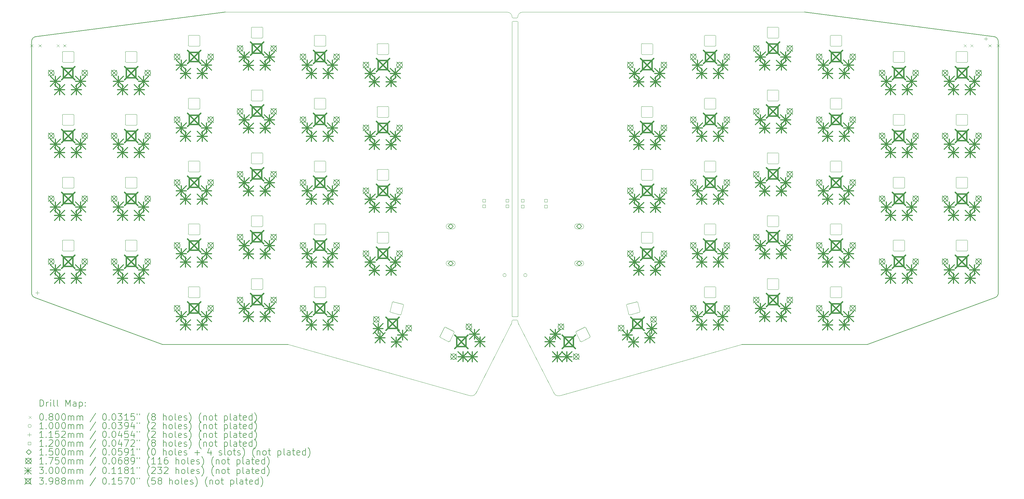
<source format=gbr>
%TF.GenerationSoftware,KiCad,Pcbnew,7.0.10*%
%TF.CreationDate,2024-03-01T16:33:55-05:00*%
%TF.ProjectId,Sofle_Pico_Panel,536f666c-655f-4506-9963-6f5f50616e65,v3.5.4*%
%TF.SameCoordinates,Original*%
%TF.FileFunction,Drillmap*%
%TF.FilePolarity,Positive*%
%FSLAX45Y45*%
G04 Gerber Fmt 4.5, Leading zero omitted, Abs format (unit mm)*
G04 Created by KiCad (PCBNEW 7.0.10) date 2024-03-01 16:33:55*
%MOMM*%
%LPD*%
G01*
G04 APERTURE LIST*
%ADD10C,0.100000*%
%ADD11C,0.150000*%
%ADD12C,0.050000*%
%ADD13C,0.200000*%
%ADD14C,0.115200*%
%ADD15C,0.120000*%
%ADD16C,0.175000*%
%ADD17C,0.300000*%
%ADD18C,0.398780*%
G04 APERTURE END LIST*
D10*
X10594239Y-16419555D02*
G75*
G03*
X10767478Y-16342974I39592J144675D01*
G01*
X13132521Y-16342974D02*
G75*
G03*
X13305762Y-16419556I133649J68094D01*
G01*
X12007500Y-4972500D02*
G75*
G03*
X12035000Y-4945000I10J27490D01*
G01*
D11*
X-2543619Y-5534900D02*
G75*
G03*
X-2677234Y-5685000I17498J-150097D01*
G01*
D10*
X11848576Y-14221282D02*
G75*
G03*
X11864925Y-14150513I-133837J68192D01*
G01*
D11*
X26577234Y-5685000D02*
X26577234Y-13305000D01*
D10*
X13305762Y-16419556D02*
X18807234Y-14870000D01*
X11714887Y-4795000D02*
X3187766Y-4795000D01*
X12185113Y-4794994D02*
G75*
G03*
X12035074Y-4945000I7J-150046D01*
G01*
D11*
X26577235Y-5685000D02*
G75*
G03*
X26443619Y-5534900I-151106J10D01*
G01*
X22617234Y-14870000D02*
X26486661Y-13442726D01*
D10*
X5092766Y-14870000D02*
X10594238Y-16419556D01*
D11*
X-2677234Y-13305000D02*
X-2677234Y-5685000D01*
X18807234Y-14870000D02*
X22617234Y-14870000D01*
D10*
X12007500Y-4972500D02*
X11892500Y-4972500D01*
D11*
X20712234Y-4795000D02*
X26443619Y-5534900D01*
D10*
X11892500Y-14122500D02*
G75*
G03*
X11865000Y-14150000I-10J-27490D01*
G01*
D11*
X-2586661Y-13442726D02*
X1282766Y-14870000D01*
X26486660Y-13442726D02*
G75*
G03*
X26577234Y-13305000I-59411J137716D01*
G01*
X-2677234Y-13305000D02*
G75*
G03*
X-2586661Y-13442726I149990J-6D01*
G01*
D10*
X12051423Y-14221282D02*
X13132522Y-16342974D01*
X20712234Y-4795000D02*
X12185113Y-4795000D01*
X12035073Y-14150513D02*
G75*
G03*
X12051423Y-14221282I150177J-2577D01*
G01*
D11*
X-2543619Y-5534900D02*
X3187766Y-4795000D01*
D10*
X11864998Y-4945000D02*
G75*
G03*
X11714962Y-4794962I-150049J-10D01*
G01*
X11865000Y-4945000D02*
G75*
G03*
X11892500Y-4972500I27490J-10D01*
G01*
X12035000Y-14150000D02*
G75*
G03*
X12007500Y-14122500I-27490J10D01*
G01*
X12035000Y-5085000D02*
X12035000Y-7310000D01*
X12035000Y-9547500D01*
X12035000Y-14007500D01*
X12020000Y-14022500D01*
X11880000Y-14022500D01*
X11865000Y-14007500D01*
X11865000Y-5085000D01*
X11877500Y-5072500D01*
X12022500Y-5072500D01*
X12035000Y-5085000D01*
D11*
X1282766Y-14870000D02*
X5092766Y-14870000D01*
D10*
X10767478Y-16342974D02*
X11848577Y-14221282D01*
X12007500Y-14122500D02*
X11892500Y-14122500D01*
D12*
X-1748251Y-11720513D02*
X-1748251Y-12010513D01*
X-1728251Y-11700513D02*
X-1418251Y-11700513D01*
X-1418251Y-12030513D02*
X-1728251Y-12030513D01*
X-1398251Y-12010513D02*
X-1398251Y-11720513D01*
X-1728251Y-11700513D02*
G75*
G03*
X-1748251Y-11720513I0J-20000D01*
G01*
X-1748251Y-12010513D02*
G75*
G03*
X-1728251Y-12030513I20000J0D01*
G01*
X-1398251Y-11720513D02*
G75*
G03*
X-1418251Y-11700513I-20000J0D01*
G01*
X-1418251Y-12030513D02*
G75*
G03*
X-1398251Y-12010513I0J20000D01*
G01*
X18028251Y-5805513D02*
X18028251Y-5515514D01*
X18008251Y-5825513D02*
X17698251Y-5825513D01*
X17698251Y-5495514D02*
X18008251Y-5495514D01*
X17678251Y-5515514D02*
X17678251Y-5805513D01*
X18008251Y-5825513D02*
G75*
G03*
X18028251Y-5805513I0J20000D01*
G01*
X18028251Y-5515514D02*
G75*
G03*
X18008251Y-5495514I-20000J0D01*
G01*
X17678251Y-5805513D02*
G75*
G03*
X17698251Y-5825513I20000J0D01*
G01*
X17698251Y-5495514D02*
G75*
G03*
X17678251Y-5515514I0J-20000D01*
G01*
X15733823Y-13862262D02*
X15658765Y-13582143D01*
X15719680Y-13886756D02*
X15420243Y-13966990D01*
X15334833Y-13648235D02*
X15634270Y-13568001D01*
X15320691Y-13672730D02*
X15395748Y-13952848D01*
X15719680Y-13886756D02*
G75*
G03*
X15733823Y-13862262I-5176J19318D01*
G01*
X15658765Y-13582143D02*
G75*
G03*
X15634270Y-13568001I-19318J-5176D01*
G01*
X15395749Y-13952848D02*
G75*
G03*
X15420243Y-13966990I19318J5176D01*
G01*
X15334833Y-13648235D02*
G75*
G03*
X15320691Y-13672730I5176J-19318D01*
G01*
X23743251Y-10105514D02*
X23743251Y-9815514D01*
X23723251Y-10125514D02*
X23413251Y-10125514D01*
X23413251Y-9795514D02*
X23723251Y-9795514D01*
X23393251Y-9815514D02*
X23393251Y-10105514D01*
X23723251Y-10125514D02*
G75*
G03*
X23743251Y-10105514I0J20000D01*
G01*
X23743251Y-9815514D02*
G75*
G03*
X23723251Y-9795514I-20000J0D01*
G01*
X23393251Y-10105514D02*
G75*
G03*
X23413251Y-10125514I20000J0D01*
G01*
X23413251Y-9795514D02*
G75*
G03*
X23393251Y-9815514I0J-20000D01*
G01*
X13957816Y-14780920D02*
X14216208Y-14649263D01*
X13930917Y-14772179D02*
X13790179Y-14495967D01*
X14084212Y-14346151D02*
X14224949Y-14622363D01*
X14057312Y-14337410D02*
X13798920Y-14469068D01*
X13930916Y-14772179D02*
G75*
G03*
X13957816Y-14780920I17820J9080D01*
G01*
X14216208Y-14649263D02*
G75*
G03*
X14224949Y-14622363I-9080J17820D01*
G01*
X13798920Y-14469068D02*
G75*
G03*
X13790180Y-14495967I9080J-17820D01*
G01*
X14084212Y-14346151D02*
G75*
G03*
X14057312Y-14337410I-17820J-9080D01*
G01*
X3966749Y-7170513D02*
X3966749Y-7460513D01*
X3986749Y-7150513D02*
X4296749Y-7150513D01*
X4296749Y-7480513D02*
X3986749Y-7480513D01*
X4316749Y-7460513D02*
X4316749Y-7170513D01*
X3986749Y-7150513D02*
G75*
G03*
X3966749Y-7170513I0J-20000D01*
G01*
X3966749Y-7460513D02*
G75*
G03*
X3986749Y-7480513I20000J0D01*
G01*
X4316749Y-7170513D02*
G75*
G03*
X4296749Y-7150513I-20000J0D01*
G01*
X4296749Y-7480513D02*
G75*
G03*
X4316749Y-7460513I0J20000D01*
G01*
X3966749Y-5265514D02*
X3966749Y-5555514D01*
X3986749Y-5245514D02*
X4296749Y-5245514D01*
X4296749Y-5575514D02*
X3986749Y-5575514D01*
X4316749Y-5555514D02*
X4316749Y-5265514D01*
X3986749Y-5245514D02*
G75*
G03*
X3966749Y-5265514I0J-20000D01*
G01*
X3966749Y-5555514D02*
G75*
G03*
X3986749Y-5575514I20000J0D01*
G01*
X4316749Y-5265514D02*
G75*
G03*
X4296749Y-5245514I-20000J0D01*
G01*
X4296749Y-5575514D02*
G75*
G03*
X4316749Y-5555514I0J20000D01*
G01*
X-1748251Y-6005513D02*
X-1748251Y-6295513D01*
X-1728251Y-5985513D02*
X-1418251Y-5985513D01*
X-1418251Y-6315513D02*
X-1728251Y-6315513D01*
X-1398251Y-6295513D02*
X-1398251Y-6005513D01*
X-1728251Y-5985513D02*
G75*
G03*
X-1748251Y-6005513I0J-20000D01*
G01*
X-1748251Y-6295513D02*
G75*
G03*
X-1728251Y-6315513I20000J0D01*
G01*
X-1398251Y-6005513D02*
G75*
G03*
X-1418251Y-5985513I-20000J0D01*
G01*
X-1418251Y-6315513D02*
G75*
G03*
X-1398251Y-6295513I0J20000D01*
G01*
X23743251Y-8200513D02*
X23743251Y-7910513D01*
X23723251Y-8220513D02*
X23413251Y-8220513D01*
X23413251Y-7890513D02*
X23723251Y-7890513D01*
X23393251Y-7910513D02*
X23393251Y-8200513D01*
X23723251Y-8220513D02*
G75*
G03*
X23743251Y-8200513I0J20000D01*
G01*
X23743251Y-7910513D02*
G75*
G03*
X23723251Y-7890513I-20000J0D01*
G01*
X23393251Y-8200513D02*
G75*
G03*
X23413251Y-8220513I20000J0D01*
G01*
X23413251Y-7890513D02*
G75*
G03*
X23393251Y-7910513I0J-20000D01*
G01*
X23743251Y-6295513D02*
X23743251Y-6005513D01*
X23723251Y-6315513D02*
X23413251Y-6315513D01*
X23413251Y-5985513D02*
X23723251Y-5985513D01*
X23393251Y-6005513D02*
X23393251Y-6295513D01*
X23723251Y-6315513D02*
G75*
G03*
X23743251Y-6295513I0J20000D01*
G01*
X23743251Y-6005513D02*
G75*
G03*
X23723251Y-5985513I-20000J0D01*
G01*
X23393251Y-6295513D02*
G75*
G03*
X23413251Y-6315513I20000J0D01*
G01*
X23413251Y-5985513D02*
G75*
G03*
X23393251Y-6005513I0J-20000D01*
G01*
X23743251Y-12010513D02*
X23743251Y-11720513D01*
X23723251Y-12030513D02*
X23413251Y-12030513D01*
X23413251Y-11700513D02*
X23723251Y-11700513D01*
X23393251Y-11720513D02*
X23393251Y-12010513D01*
X23723251Y-12030513D02*
G75*
G03*
X23743251Y-12010513I0J20000D01*
G01*
X23743251Y-11720513D02*
G75*
G03*
X23723251Y-11700513I-20000J0D01*
G01*
X23393251Y-12010513D02*
G75*
G03*
X23413251Y-12030513I20000J0D01*
G01*
X23413251Y-11700513D02*
G75*
G03*
X23393251Y-11720513I0J-20000D01*
G01*
X2061749Y-13135513D02*
X2061749Y-13425513D01*
X2081749Y-13115513D02*
X2391749Y-13115513D01*
X2391749Y-13445513D02*
X2081749Y-13445513D01*
X2411749Y-13425513D02*
X2411749Y-13135513D01*
X2081749Y-13115513D02*
G75*
G03*
X2061749Y-13135513I0J-20000D01*
G01*
X2061749Y-13425513D02*
G75*
G03*
X2081749Y-13445513I20000J0D01*
G01*
X2411749Y-13135513D02*
G75*
G03*
X2391749Y-13115513I-20000J0D01*
G01*
X2391749Y-13445513D02*
G75*
G03*
X2411749Y-13425513I0J20000D01*
G01*
X18028251Y-7710513D02*
X18028251Y-7420513D01*
X18008251Y-7730513D02*
X17698251Y-7730513D01*
X17698251Y-7400513D02*
X18008251Y-7400513D01*
X17678251Y-7420513D02*
X17678251Y-7710513D01*
X18008251Y-7730513D02*
G75*
G03*
X18028251Y-7710513I0J20000D01*
G01*
X18028251Y-7420513D02*
G75*
G03*
X18008251Y-7400513I-20000J0D01*
G01*
X17678251Y-7710513D02*
G75*
G03*
X17698251Y-7730513I20000J0D01*
G01*
X17698251Y-7400513D02*
G75*
G03*
X17678251Y-7420513I0J-20000D01*
G01*
X21838251Y-11520513D02*
X21838251Y-11230513D01*
X21818251Y-11540513D02*
X21508251Y-11540513D01*
X21508251Y-11210513D02*
X21818251Y-11210513D01*
X21488251Y-11230513D02*
X21488251Y-11520513D01*
X21818251Y-11540513D02*
G75*
G03*
X21838251Y-11520513I0J20000D01*
G01*
X21838251Y-11230513D02*
G75*
G03*
X21818251Y-11210513I-20000J0D01*
G01*
X21488251Y-11520513D02*
G75*
G03*
X21508251Y-11540513I20000J0D01*
G01*
X21508251Y-11210513D02*
G75*
G03*
X21488251Y-11230513I0J-20000D01*
G01*
X2061749Y-9325514D02*
X2061749Y-9615514D01*
X2081749Y-9305514D02*
X2391749Y-9305514D01*
X2391749Y-9635514D02*
X2081749Y-9635514D01*
X2411749Y-9615514D02*
X2411749Y-9325514D01*
X2081749Y-9305514D02*
G75*
G03*
X2061749Y-9325514I0J-20000D01*
G01*
X2061749Y-9615514D02*
G75*
G03*
X2081749Y-9635514I20000J0D01*
G01*
X2411749Y-9325514D02*
G75*
G03*
X2391749Y-9305514I-20000J0D01*
G01*
X2391749Y-9635514D02*
G75*
G03*
X2411749Y-9615514I0J20000D01*
G01*
X19933251Y-11270513D02*
X19933251Y-10980514D01*
X19913251Y-11290513D02*
X19603251Y-11290513D01*
X19603251Y-10960514D02*
X19913251Y-10960514D01*
X19583251Y-10980514D02*
X19583251Y-11270513D01*
X19913251Y-11290513D02*
G75*
G03*
X19933251Y-11270513I0J20000D01*
G01*
X19933251Y-10980514D02*
G75*
G03*
X19913251Y-10960514I-20000J0D01*
G01*
X19583251Y-11270513D02*
G75*
G03*
X19603251Y-11290513I20000J0D01*
G01*
X19603251Y-10960514D02*
G75*
G03*
X19583251Y-10980514I0J-20000D01*
G01*
X-1748251Y-9815514D02*
X-1748251Y-10105514D01*
X-1728251Y-9795514D02*
X-1418251Y-9795514D01*
X-1418251Y-10125514D02*
X-1728251Y-10125514D01*
X-1398251Y-10105514D02*
X-1398251Y-9815514D01*
X-1728251Y-9795514D02*
G75*
G03*
X-1748251Y-9815514I0J-20000D01*
G01*
X-1748251Y-10105514D02*
G75*
G03*
X-1728251Y-10125514I20000J0D01*
G01*
X-1398251Y-9815514D02*
G75*
G03*
X-1418251Y-9795514I-20000J0D01*
G01*
X-1418251Y-10125514D02*
G75*
G03*
X-1398251Y-10105514I0J20000D01*
G01*
X2061749Y-7420513D02*
X2061749Y-7710513D01*
X2081749Y-7400513D02*
X2391749Y-7400513D01*
X2391749Y-7730513D02*
X2081749Y-7730513D01*
X2411749Y-7710513D02*
X2411749Y-7420513D01*
X2081749Y-7400513D02*
G75*
G03*
X2061749Y-7420513I0J-20000D01*
G01*
X2061749Y-7710513D02*
G75*
G03*
X2081749Y-7730513I20000J0D01*
G01*
X2411749Y-7420513D02*
G75*
G03*
X2391749Y-7400513I-20000J0D01*
G01*
X2391749Y-7730513D02*
G75*
G03*
X2411749Y-7710513I0J20000D01*
G01*
X25648251Y-10105514D02*
X25648251Y-9815514D01*
X25628251Y-10125514D02*
X25318251Y-10125514D01*
X25318251Y-9795514D02*
X25628251Y-9795514D01*
X25298251Y-9815514D02*
X25298251Y-10105514D01*
X25628251Y-10125514D02*
G75*
G03*
X25648251Y-10105514I0J20000D01*
G01*
X25648251Y-9815514D02*
G75*
G03*
X25628251Y-9795514I-20000J0D01*
G01*
X25298251Y-10105514D02*
G75*
G03*
X25318251Y-10125514I20000J0D01*
G01*
X25318251Y-9795514D02*
G75*
G03*
X25298251Y-9815514I0J-20000D01*
G01*
X2061749Y-11230513D02*
X2061749Y-11520513D01*
X2081749Y-11210513D02*
X2391749Y-11210513D01*
X2391749Y-11540513D02*
X2081749Y-11540513D01*
X2411749Y-11520513D02*
X2411749Y-11230513D01*
X2081749Y-11210513D02*
G75*
G03*
X2061749Y-11230513I0J-20000D01*
G01*
X2061749Y-11520513D02*
G75*
G03*
X2081749Y-11540513I20000J0D01*
G01*
X2411749Y-11230513D02*
G75*
G03*
X2391749Y-11210513I-20000J0D01*
G01*
X2391749Y-11540513D02*
G75*
G03*
X2411749Y-11520513I0J20000D01*
G01*
X5871749Y-13135513D02*
X5871749Y-13425513D01*
X5891749Y-13115513D02*
X6201749Y-13115513D01*
X6201749Y-13445513D02*
X5891749Y-13445513D01*
X6221749Y-13425513D02*
X6221749Y-13135513D01*
X5891749Y-13115513D02*
G75*
G03*
X5871749Y-13135513I0J-20000D01*
G01*
X5871749Y-13425513D02*
G75*
G03*
X5891749Y-13445513I20000J0D01*
G01*
X6221749Y-13135513D02*
G75*
G03*
X6201749Y-13115513I-20000J0D01*
G01*
X6201749Y-13445513D02*
G75*
G03*
X6221749Y-13425513I0J20000D01*
G01*
X16123251Y-9865514D02*
X16123251Y-9575514D01*
X16103251Y-9885514D02*
X15793251Y-9885514D01*
X15793251Y-9555514D02*
X16103251Y-9555514D01*
X15773251Y-9575514D02*
X15773251Y-9865514D01*
X16103251Y-9885514D02*
G75*
G03*
X16123251Y-9865514I0J20000D01*
G01*
X16123251Y-9575514D02*
G75*
G03*
X16103251Y-9555514I-20000J0D01*
G01*
X15773251Y-9865514D02*
G75*
G03*
X15793251Y-9885514I20000J0D01*
G01*
X15793251Y-9555514D02*
G75*
G03*
X15773251Y-9575514I0J-20000D01*
G01*
X7776749Y-9575513D02*
X7776749Y-9865513D01*
X7796749Y-9555513D02*
X8106749Y-9555513D01*
X8106749Y-9885513D02*
X7796749Y-9885513D01*
X8126749Y-9865513D02*
X8126749Y-9575513D01*
X7796749Y-9555513D02*
G75*
G03*
X7776749Y-9575513I0J-20000D01*
G01*
X7776749Y-9865513D02*
G75*
G03*
X7796749Y-9885513I20000J0D01*
G01*
X8126749Y-9575513D02*
G75*
G03*
X8106749Y-9555513I-20000J0D01*
G01*
X8106749Y-9885513D02*
G75*
G03*
X8126749Y-9865513I0J20000D01*
G01*
X156749Y-9815514D02*
X156749Y-10105514D01*
X176749Y-9795514D02*
X486749Y-9795514D01*
X486749Y-10125514D02*
X176749Y-10125514D01*
X506749Y-10105514D02*
X506749Y-9815514D01*
X176749Y-9795514D02*
G75*
G03*
X156749Y-9815514I0J-20000D01*
G01*
X156749Y-10105514D02*
G75*
G03*
X176749Y-10125514I20000J0D01*
G01*
X506749Y-9815514D02*
G75*
G03*
X486749Y-9795514I-20000J0D01*
G01*
X486749Y-10125514D02*
G75*
G03*
X506749Y-10105514I0J20000D01*
G01*
X21838251Y-7710513D02*
X21838251Y-7420513D01*
X21818251Y-7730513D02*
X21508251Y-7730513D01*
X21508251Y-7400513D02*
X21818251Y-7400513D01*
X21488251Y-7420513D02*
X21488251Y-7710513D01*
X21818251Y-7730513D02*
G75*
G03*
X21838251Y-7710513I0J20000D01*
G01*
X21838251Y-7420513D02*
G75*
G03*
X21818251Y-7400513I-20000J0D01*
G01*
X21488251Y-7710513D02*
G75*
G03*
X21508251Y-7730513I20000J0D01*
G01*
X21508251Y-7400513D02*
G75*
G03*
X21488251Y-7420513I0J-20000D01*
G01*
X156749Y-11720513D02*
X156749Y-12010513D01*
X176749Y-11700513D02*
X486749Y-11700513D01*
X486749Y-12030513D02*
X176749Y-12030513D01*
X506749Y-12010513D02*
X506749Y-11720513D01*
X176749Y-11700513D02*
G75*
G03*
X156749Y-11720513I0J-20000D01*
G01*
X156749Y-12010513D02*
G75*
G03*
X176749Y-12030513I20000J0D01*
G01*
X506749Y-11720513D02*
G75*
G03*
X486749Y-11700513I-20000J0D01*
G01*
X486749Y-12030513D02*
G75*
G03*
X506749Y-12010513I0J20000D01*
G01*
X18028251Y-11520513D02*
X18028251Y-11230513D01*
X18008251Y-11540513D02*
X17698251Y-11540513D01*
X17698251Y-11210513D02*
X18008251Y-11210513D01*
X17678251Y-11230513D02*
X17678251Y-11520513D01*
X18008251Y-11540513D02*
G75*
G03*
X18028251Y-11520513I0J20000D01*
G01*
X18028251Y-11230513D02*
G75*
G03*
X18008251Y-11210513I-20000J0D01*
G01*
X17678251Y-11520513D02*
G75*
G03*
X17698251Y-11540513I20000J0D01*
G01*
X17698251Y-11210513D02*
G75*
G03*
X17678251Y-11230513I0J-20000D01*
G01*
X25648251Y-6295513D02*
X25648251Y-6005513D01*
X25628251Y-6315513D02*
X25318251Y-6315513D01*
X25318251Y-5985513D02*
X25628251Y-5985513D01*
X25298251Y-6005513D02*
X25298251Y-6295513D01*
X25628251Y-6315513D02*
G75*
G03*
X25648251Y-6295513I0J20000D01*
G01*
X25648251Y-6005513D02*
G75*
G03*
X25628251Y-5985513I-20000J0D01*
G01*
X25298251Y-6295513D02*
G75*
G03*
X25318251Y-6315513I20000J0D01*
G01*
X25318251Y-5985513D02*
G75*
G03*
X25298251Y-6005513I0J-20000D01*
G01*
X8241235Y-13582143D02*
X8166177Y-13862262D01*
X8265730Y-13568001D02*
X8565167Y-13648235D01*
X8479757Y-13966990D02*
X8180320Y-13886756D01*
X8504252Y-13952848D02*
X8579309Y-13672730D01*
X8265730Y-13568001D02*
G75*
G03*
X8241235Y-13582143I-5177J-19318D01*
G01*
X8166177Y-13862262D02*
G75*
G03*
X8180320Y-13886756I19318J-5177D01*
G01*
X8579309Y-13672730D02*
G75*
G03*
X8565167Y-13648235I-19318J5176D01*
G01*
X8479757Y-13966990D02*
G75*
G03*
X8504251Y-13952848I5176J19319D01*
G01*
X3966749Y-9075514D02*
X3966749Y-9365514D01*
X3986749Y-9055514D02*
X4296749Y-9055514D01*
X4296749Y-9385514D02*
X3986749Y-9385514D01*
X4316749Y-9365514D02*
X4316749Y-9075514D01*
X3986749Y-9055514D02*
G75*
G03*
X3966749Y-9075514I0J-20000D01*
G01*
X3966749Y-9365514D02*
G75*
G03*
X3986749Y-9385514I20000J0D01*
G01*
X4316749Y-9075514D02*
G75*
G03*
X4296749Y-9055514I-20000J0D01*
G01*
X4296749Y-9385514D02*
G75*
G03*
X4316749Y-9365514I0J20000D01*
G01*
X9683792Y-14649263D02*
X9942184Y-14780920D01*
X9675051Y-14622363D02*
X9815788Y-14346151D01*
X10109821Y-14495967D02*
X9969083Y-14772179D01*
X10101080Y-14469068D02*
X9842688Y-14337410D01*
X9675051Y-14622363D02*
G75*
G03*
X9683792Y-14649262I17820J-9080D01*
G01*
X9942184Y-14780920D02*
G75*
G03*
X9969083Y-14772179I9080J17820D01*
G01*
X9842688Y-14337410D02*
G75*
G03*
X9815789Y-14346151I-9080J-17820D01*
G01*
X10109820Y-14495967D02*
G75*
G03*
X10101080Y-14469068I-17820J9080D01*
G01*
X16123251Y-6055513D02*
X16123251Y-5765513D01*
X16103251Y-6075513D02*
X15793251Y-6075513D01*
X15793251Y-5745513D02*
X16103251Y-5745513D01*
X15773251Y-5765513D02*
X15773251Y-6055513D01*
X16103251Y-6075513D02*
G75*
G03*
X16123251Y-6055513I0J20000D01*
G01*
X16123251Y-5765513D02*
G75*
G03*
X16103251Y-5745513I-20000J0D01*
G01*
X15773251Y-6055513D02*
G75*
G03*
X15793251Y-6075513I20000J0D01*
G01*
X15793251Y-5745513D02*
G75*
G03*
X15773251Y-5765513I0J-20000D01*
G01*
X5871749Y-7420513D02*
X5871749Y-7710513D01*
X5891749Y-7400513D02*
X6201749Y-7400513D01*
X6201749Y-7730513D02*
X5891749Y-7730513D01*
X6221749Y-7710513D02*
X6221749Y-7420513D01*
X5891749Y-7400513D02*
G75*
G03*
X5871749Y-7420513I0J-20000D01*
G01*
X5871749Y-7710513D02*
G75*
G03*
X5891749Y-7730513I20000J0D01*
G01*
X6221749Y-7420513D02*
G75*
G03*
X6201749Y-7400513I-20000J0D01*
G01*
X6201749Y-7730513D02*
G75*
G03*
X6221749Y-7710513I0J20000D01*
G01*
X19933251Y-5555514D02*
X19933251Y-5265514D01*
X19913251Y-5575514D02*
X19603251Y-5575514D01*
X19603251Y-5245514D02*
X19913251Y-5245514D01*
X19583251Y-5265514D02*
X19583251Y-5555514D01*
X19913251Y-5575514D02*
G75*
G03*
X19933251Y-5555514I0J20000D01*
G01*
X19933251Y-5265514D02*
G75*
G03*
X19913251Y-5245514I-20000J0D01*
G01*
X19583251Y-5555514D02*
G75*
G03*
X19603251Y-5575514I20000J0D01*
G01*
X19603251Y-5245514D02*
G75*
G03*
X19583251Y-5265514I0J-20000D01*
G01*
X7776749Y-5765513D02*
X7776749Y-6055513D01*
X7796749Y-5745513D02*
X8106749Y-5745513D01*
X8106749Y-6075513D02*
X7796749Y-6075513D01*
X8126749Y-6055513D02*
X8126749Y-5765513D01*
X7796749Y-5745513D02*
G75*
G03*
X7776749Y-5765513I0J-20000D01*
G01*
X7776749Y-6055513D02*
G75*
G03*
X7796749Y-6075513I20000J0D01*
G01*
X8126749Y-5765513D02*
G75*
G03*
X8106749Y-5745513I-20000J0D01*
G01*
X8106749Y-6075513D02*
G75*
G03*
X8126749Y-6055513I0J20000D01*
G01*
X19933251Y-13175513D02*
X19933251Y-12885513D01*
X19913251Y-13195513D02*
X19603251Y-13195513D01*
X19603251Y-12865513D02*
X19913251Y-12865513D01*
X19583251Y-12885513D02*
X19583251Y-13175513D01*
X19913251Y-13195513D02*
G75*
G03*
X19933251Y-13175513I0J20000D01*
G01*
X19933251Y-12885513D02*
G75*
G03*
X19913251Y-12865513I-20000J0D01*
G01*
X19583251Y-13175513D02*
G75*
G03*
X19603251Y-13195513I20000J0D01*
G01*
X19603251Y-12865513D02*
G75*
G03*
X19583251Y-12885513I0J-20000D01*
G01*
X19933251Y-7460513D02*
X19933251Y-7170513D01*
X19913251Y-7480513D02*
X19603251Y-7480513D01*
X19603251Y-7150513D02*
X19913251Y-7150513D01*
X19583251Y-7170513D02*
X19583251Y-7460513D01*
X19913251Y-7480513D02*
G75*
G03*
X19933251Y-7460513I0J20000D01*
G01*
X19933251Y-7170513D02*
G75*
G03*
X19913251Y-7150513I-20000J0D01*
G01*
X19583251Y-7460513D02*
G75*
G03*
X19603251Y-7480513I20000J0D01*
G01*
X19603251Y-7150513D02*
G75*
G03*
X19583251Y-7170513I0J-20000D01*
G01*
X5871749Y-11230514D02*
X5871749Y-11520514D01*
X5891749Y-11210514D02*
X6201749Y-11210514D01*
X6201749Y-11540514D02*
X5891749Y-11540514D01*
X6221749Y-11520514D02*
X6221749Y-11230514D01*
X5891749Y-11210514D02*
G75*
G03*
X5871749Y-11230514I0J-20000D01*
G01*
X5871749Y-11520514D02*
G75*
G03*
X5891749Y-11540514I20000J0D01*
G01*
X6221749Y-11230514D02*
G75*
G03*
X6201749Y-11210514I-20000J0D01*
G01*
X6201749Y-11540514D02*
G75*
G03*
X6221749Y-11520514I0J20000D01*
G01*
X2061749Y-5515514D02*
X2061749Y-5805513D01*
X2081749Y-5495514D02*
X2391750Y-5495514D01*
X2391750Y-5825513D02*
X2081749Y-5825513D01*
X2411750Y-5805513D02*
X2411750Y-5515514D01*
X2081749Y-5495514D02*
G75*
G03*
X2061749Y-5515514I0J-20000D01*
G01*
X2061749Y-5805513D02*
G75*
G03*
X2081749Y-5825513I20000J0D01*
G01*
X2411750Y-5515514D02*
G75*
G03*
X2391750Y-5495514I-20000J0D01*
G01*
X2391750Y-5825513D02*
G75*
G03*
X2411750Y-5805513I0J20000D01*
G01*
X18028251Y-13425513D02*
X18028251Y-13135513D01*
X18008251Y-13445513D02*
X17698251Y-13445513D01*
X17698251Y-13115513D02*
X18008251Y-13115513D01*
X17678251Y-13135513D02*
X17678251Y-13425513D01*
X18008251Y-13445513D02*
G75*
G03*
X18028251Y-13425513I0J20000D01*
G01*
X18028251Y-13135513D02*
G75*
G03*
X18008251Y-13115513I-20000J0D01*
G01*
X17678251Y-13425513D02*
G75*
G03*
X17698251Y-13445513I20000J0D01*
G01*
X17698251Y-13115513D02*
G75*
G03*
X17678251Y-13135513I0J-20000D01*
G01*
X3966749Y-12885513D02*
X3966749Y-13175513D01*
X3986749Y-12865513D02*
X4296749Y-12865513D01*
X4296749Y-13195513D02*
X3986749Y-13195513D01*
X4316749Y-13175513D02*
X4316749Y-12885513D01*
X3986749Y-12865513D02*
G75*
G03*
X3966749Y-12885513I0J-20000D01*
G01*
X3966749Y-13175513D02*
G75*
G03*
X3986749Y-13195513I20000J0D01*
G01*
X4316749Y-12885513D02*
G75*
G03*
X4296749Y-12865513I-20000J0D01*
G01*
X4296749Y-13195513D02*
G75*
G03*
X4316749Y-13175513I0J20000D01*
G01*
X16123251Y-7960513D02*
X16123251Y-7670513D01*
X16103251Y-7980513D02*
X15793251Y-7980513D01*
X15793251Y-7650513D02*
X16103251Y-7650513D01*
X15773251Y-7670513D02*
X15773251Y-7960513D01*
X16103251Y-7980513D02*
G75*
G03*
X16123251Y-7960513I0J20000D01*
G01*
X16123251Y-7670513D02*
G75*
G03*
X16103251Y-7650513I-20000J0D01*
G01*
X15773251Y-7960513D02*
G75*
G03*
X15793251Y-7980513I20000J0D01*
G01*
X15793251Y-7650513D02*
G75*
G03*
X15773251Y-7670513I0J-20000D01*
G01*
X21838251Y-5805513D02*
X21838251Y-5515514D01*
X21818251Y-5825513D02*
X21508251Y-5825513D01*
X21508251Y-5495514D02*
X21818251Y-5495514D01*
X21488251Y-5515514D02*
X21488251Y-5805513D01*
X21818251Y-5825513D02*
G75*
G03*
X21838251Y-5805513I0J20000D01*
G01*
X21838251Y-5515514D02*
G75*
G03*
X21818251Y-5495514I-20000J0D01*
G01*
X21488251Y-5805513D02*
G75*
G03*
X21508251Y-5825513I20000J0D01*
G01*
X21508251Y-5495514D02*
G75*
G03*
X21488251Y-5515514I0J-20000D01*
G01*
X16123251Y-11770513D02*
X16123251Y-11480513D01*
X16103251Y-11790513D02*
X15793251Y-11790513D01*
X15793251Y-11460513D02*
X16103251Y-11460513D01*
X15773251Y-11480513D02*
X15773251Y-11770513D01*
X16103251Y-11790513D02*
G75*
G03*
X16123251Y-11770513I0J20000D01*
G01*
X16123251Y-11480513D02*
G75*
G03*
X16103251Y-11460513I-20000J0D01*
G01*
X15773251Y-11770513D02*
G75*
G03*
X15793251Y-11790513I20000J0D01*
G01*
X15793251Y-11460513D02*
G75*
G03*
X15773251Y-11480513I0J-20000D01*
G01*
X7776749Y-11480513D02*
X7776749Y-11770513D01*
X7796749Y-11460513D02*
X8106749Y-11460513D01*
X8106749Y-11790513D02*
X7796749Y-11790513D01*
X8126749Y-11770513D02*
X8126749Y-11480513D01*
X7796749Y-11460513D02*
G75*
G03*
X7776749Y-11480513I0J-20000D01*
G01*
X7776749Y-11770513D02*
G75*
G03*
X7796749Y-11790513I20000J0D01*
G01*
X8126749Y-11480513D02*
G75*
G03*
X8106749Y-11460513I-20000J0D01*
G01*
X8106749Y-11790513D02*
G75*
G03*
X8126749Y-11770513I0J20000D01*
G01*
X21838251Y-9615514D02*
X21838251Y-9325514D01*
X21818251Y-9635514D02*
X21508251Y-9635514D01*
X21508251Y-9305514D02*
X21818251Y-9305514D01*
X21488251Y-9325514D02*
X21488251Y-9615514D01*
X21818251Y-9635514D02*
G75*
G03*
X21838251Y-9615514I0J20000D01*
G01*
X21838251Y-9325514D02*
G75*
G03*
X21818251Y-9305514I-20000J0D01*
G01*
X21488251Y-9615514D02*
G75*
G03*
X21508251Y-9635514I20000J0D01*
G01*
X21508251Y-9305514D02*
G75*
G03*
X21488251Y-9325514I0J-20000D01*
G01*
X18028251Y-9615514D02*
X18028251Y-9325514D01*
X18008251Y-9635514D02*
X17698251Y-9635514D01*
X17698251Y-9305514D02*
X18008251Y-9305514D01*
X17678251Y-9325514D02*
X17678251Y-9615514D01*
X18008251Y-9635514D02*
G75*
G03*
X18028251Y-9615514I0J20000D01*
G01*
X18028251Y-9325514D02*
G75*
G03*
X18008251Y-9305514I-20000J0D01*
G01*
X17678251Y-9615514D02*
G75*
G03*
X17698251Y-9635514I20000J0D01*
G01*
X17698251Y-9305514D02*
G75*
G03*
X17678251Y-9325514I0J-20000D01*
G01*
X-1748251Y-7910513D02*
X-1748251Y-8200513D01*
X-1728251Y-7890513D02*
X-1418251Y-7890513D01*
X-1418251Y-8220513D02*
X-1728251Y-8220513D01*
X-1398251Y-8200513D02*
X-1398251Y-7910513D01*
X-1728251Y-7890513D02*
G75*
G03*
X-1748251Y-7910513I0J-20000D01*
G01*
X-1748251Y-8200513D02*
G75*
G03*
X-1728251Y-8220513I20000J0D01*
G01*
X-1398251Y-7910513D02*
G75*
G03*
X-1418251Y-7890513I-20000J0D01*
G01*
X-1418251Y-8220513D02*
G75*
G03*
X-1398251Y-8200513I0J20000D01*
G01*
X19933251Y-9365514D02*
X19933251Y-9075514D01*
X19913251Y-9385514D02*
X19603251Y-9385514D01*
X19603251Y-9055514D02*
X19913251Y-9055514D01*
X19583251Y-9075514D02*
X19583251Y-9365514D01*
X19913251Y-9385514D02*
G75*
G03*
X19933251Y-9365514I0J20000D01*
G01*
X19933251Y-9075514D02*
G75*
G03*
X19913251Y-9055514I-20000J0D01*
G01*
X19583251Y-9365514D02*
G75*
G03*
X19603251Y-9385514I20000J0D01*
G01*
X19603251Y-9055514D02*
G75*
G03*
X19583251Y-9075514I0J-20000D01*
G01*
X5871749Y-9325513D02*
X5871749Y-9615513D01*
X5891749Y-9305513D02*
X6201749Y-9305513D01*
X6201749Y-9635513D02*
X5891749Y-9635513D01*
X6221749Y-9615513D02*
X6221749Y-9325513D01*
X5891749Y-9305513D02*
G75*
G03*
X5871749Y-9325513I0J-20000D01*
G01*
X5871749Y-9615513D02*
G75*
G03*
X5891749Y-9635513I20000J0D01*
G01*
X6221749Y-9325513D02*
G75*
G03*
X6201749Y-9305513I-20000J0D01*
G01*
X6201749Y-9635513D02*
G75*
G03*
X6221749Y-9615513I0J20000D01*
G01*
X25648251Y-8200513D02*
X25648251Y-7910513D01*
X25628251Y-8220513D02*
X25318251Y-8220513D01*
X25318251Y-7890513D02*
X25628251Y-7890513D01*
X25298251Y-7910513D02*
X25298251Y-8200513D01*
X25628251Y-8220513D02*
G75*
G03*
X25648251Y-8200513I0J20000D01*
G01*
X25648251Y-7910513D02*
G75*
G03*
X25628251Y-7890513I-20000J0D01*
G01*
X25298251Y-8200513D02*
G75*
G03*
X25318251Y-8220513I20000J0D01*
G01*
X25318251Y-7890513D02*
G75*
G03*
X25298251Y-7910513I0J-20000D01*
G01*
X3966749Y-10980514D02*
X3966749Y-11270513D01*
X3986749Y-10960514D02*
X4296749Y-10960514D01*
X4296749Y-11290513D02*
X3986749Y-11290513D01*
X4316749Y-11270513D02*
X4316749Y-10980514D01*
X3986749Y-10960514D02*
G75*
G03*
X3966749Y-10980514I0J-20000D01*
G01*
X3966749Y-11270513D02*
G75*
G03*
X3986749Y-11290513I20000J0D01*
G01*
X4316749Y-10980514D02*
G75*
G03*
X4296749Y-10960514I-20000J0D01*
G01*
X4296749Y-11290513D02*
G75*
G03*
X4316749Y-11270513I0J20000D01*
G01*
X5871749Y-5515514D02*
X5871749Y-5805513D01*
X5891749Y-5495514D02*
X6201749Y-5495514D01*
X6201749Y-5825513D02*
X5891749Y-5825513D01*
X6221749Y-5805513D02*
X6221749Y-5515514D01*
X5891749Y-5495514D02*
G75*
G03*
X5871749Y-5515514I0J-20000D01*
G01*
X5871749Y-5805513D02*
G75*
G03*
X5891749Y-5825513I20000J0D01*
G01*
X6221749Y-5515514D02*
G75*
G03*
X6201749Y-5495514I-20000J0D01*
G01*
X6201749Y-5825513D02*
G75*
G03*
X6221749Y-5805513I0J20000D01*
G01*
X156749Y-7910513D02*
X156749Y-8200513D01*
X176749Y-7890513D02*
X486749Y-7890513D01*
X486749Y-8220513D02*
X176749Y-8220513D01*
X506749Y-8200513D02*
X506749Y-7910513D01*
X176749Y-7890513D02*
G75*
G03*
X156749Y-7910513I0J-20000D01*
G01*
X156749Y-8200513D02*
G75*
G03*
X176749Y-8220513I20000J0D01*
G01*
X506749Y-7910513D02*
G75*
G03*
X486749Y-7890513I-20000J0D01*
G01*
X486749Y-8220513D02*
G75*
G03*
X506749Y-8200513I0J20000D01*
G01*
X25648251Y-12010513D02*
X25648251Y-11720513D01*
X25628251Y-12030513D02*
X25318251Y-12030513D01*
X25318251Y-11700513D02*
X25628251Y-11700513D01*
X25298251Y-11720513D02*
X25298251Y-12010513D01*
X25628251Y-12030513D02*
G75*
G03*
X25648251Y-12010513I0J20000D01*
G01*
X25648251Y-11720513D02*
G75*
G03*
X25628251Y-11700513I-20000J0D01*
G01*
X25298251Y-12010513D02*
G75*
G03*
X25318251Y-12030513I20000J0D01*
G01*
X25318251Y-11700513D02*
G75*
G03*
X25298251Y-11720513I0J-20000D01*
G01*
X21838251Y-13425513D02*
X21838251Y-13135513D01*
X21818251Y-13445513D02*
X21508251Y-13445513D01*
X21508251Y-13115513D02*
X21818251Y-13115513D01*
X21488251Y-13135513D02*
X21488251Y-13425513D01*
X21818251Y-13445513D02*
G75*
G03*
X21838251Y-13425513I0J20000D01*
G01*
X21838251Y-13135513D02*
G75*
G03*
X21818251Y-13115513I-20000J0D01*
G01*
X21488251Y-13425513D02*
G75*
G03*
X21508251Y-13445513I20000J0D01*
G01*
X21508251Y-13115513D02*
G75*
G03*
X21488251Y-13135513I0J-20000D01*
G01*
X156749Y-6005513D02*
X156749Y-6295513D01*
X176749Y-5985513D02*
X486749Y-5985513D01*
X486749Y-6315513D02*
X176749Y-6315513D01*
X506749Y-6295513D02*
X506749Y-6005513D01*
X176749Y-5985513D02*
G75*
G03*
X156749Y-6005513I0J-20000D01*
G01*
X156749Y-6295513D02*
G75*
G03*
X176749Y-6315513I20000J0D01*
G01*
X506749Y-6005513D02*
G75*
G03*
X486749Y-5985513I-20000J0D01*
G01*
X486749Y-6315513D02*
G75*
G03*
X506749Y-6295513I0J20000D01*
G01*
X7776749Y-7670513D02*
X7776749Y-7960513D01*
X7796749Y-7650513D02*
X8106749Y-7650513D01*
X8106749Y-7980513D02*
X7796749Y-7980513D01*
X8126749Y-7960513D02*
X8126749Y-7670513D01*
X7796749Y-7650513D02*
G75*
G03*
X7776749Y-7670513I0J-20000D01*
G01*
X7776749Y-7960513D02*
G75*
G03*
X7796749Y-7980513I20000J0D01*
G01*
X8126749Y-7670513D02*
G75*
G03*
X8106749Y-7650513I-20000J0D01*
G01*
X8106749Y-7980513D02*
G75*
G03*
X8126749Y-7960513I0J20000D01*
G01*
D13*
D10*
X-2715250Y-5773513D02*
X-2635250Y-5853513D01*
X-2635250Y-5773513D02*
X-2715250Y-5853513D01*
X-2461250Y-5773513D02*
X-2381250Y-5853513D01*
X-2381250Y-5773513D02*
X-2461250Y-5853513D01*
X-1915250Y-5773513D02*
X-1835250Y-5853513D01*
X-1835250Y-5773513D02*
X-1915250Y-5853513D01*
X-1715250Y-5773513D02*
X-1635250Y-5853513D01*
X-1635250Y-5773513D02*
X-1715250Y-5853513D01*
X25535250Y-5773513D02*
X25615250Y-5853513D01*
X25615250Y-5773513D02*
X25535250Y-5853513D01*
X25735250Y-5773513D02*
X25815250Y-5853513D01*
X25815250Y-5773513D02*
X25735250Y-5853513D01*
X26281250Y-5773513D02*
X26361250Y-5853513D01*
X26361250Y-5773513D02*
X26281250Y-5853513D01*
X26535250Y-5773513D02*
X26615250Y-5853513D01*
X26615250Y-5773513D02*
X26535250Y-5853513D01*
X11685950Y-12764013D02*
G75*
G03*
X11585950Y-12764013I-50000J0D01*
G01*
X11585950Y-12764013D02*
G75*
G03*
X11685950Y-12764013I50000J0D01*
G01*
X12314050Y-12763500D02*
G75*
G03*
X12214050Y-12763500I-50000J0D01*
G01*
X12214050Y-12763500D02*
G75*
G03*
X12314050Y-12763500I50000J0D01*
G01*
D14*
X-2502500Y-13242400D02*
X-2502500Y-13357600D01*
X-2560100Y-13300000D02*
X-2444900Y-13300000D01*
X26200000Y-5542400D02*
X26200000Y-5657600D01*
X26142400Y-5600000D02*
X26257600Y-5600000D01*
D15*
X11058677Y-10546940D02*
X11058677Y-10462087D01*
X10973823Y-10462087D01*
X10973823Y-10546940D01*
X11058677Y-10546940D01*
X11058677Y-10721940D02*
X11058677Y-10637087D01*
X10973823Y-10637087D01*
X10973823Y-10721940D01*
X11058677Y-10721940D01*
X11758677Y-10546940D02*
X11758677Y-10462087D01*
X11673823Y-10462087D01*
X11673823Y-10546940D01*
X11758677Y-10546940D01*
X11758677Y-10721940D02*
X11758677Y-10637087D01*
X11673823Y-10637087D01*
X11673823Y-10721940D01*
X11758677Y-10721940D01*
X12224927Y-10547427D02*
X12224927Y-10462573D01*
X12140073Y-10462573D01*
X12140073Y-10547427D01*
X12224927Y-10547427D01*
X12224927Y-10722427D02*
X12224927Y-10637573D01*
X12140073Y-10637573D01*
X12140073Y-10722427D01*
X12224927Y-10722427D01*
X12924927Y-10547427D02*
X12924927Y-10462573D01*
X12840073Y-10462573D01*
X12840073Y-10547427D01*
X12924927Y-10547427D01*
X12924927Y-10722427D02*
X12924927Y-10637573D01*
X12840073Y-10637573D01*
X12840073Y-10722427D01*
X12924927Y-10722427D01*
D11*
X10005250Y-11362513D02*
X10080250Y-11287513D01*
X10005250Y-11212513D01*
X9930250Y-11287513D01*
X10005250Y-11362513D01*
D10*
X9940250Y-11362513D02*
X10070250Y-11362513D01*
X10070250Y-11362513D02*
G75*
G03*
X10070250Y-11212513I0J75000D01*
G01*
X10070250Y-11212513D02*
X9940250Y-11212513D01*
X9940250Y-11212513D02*
G75*
G03*
X9940250Y-11362513I0J-75000D01*
G01*
D11*
X10005250Y-12482513D02*
X10080250Y-12407513D01*
X10005250Y-12332513D01*
X9930250Y-12407513D01*
X10005250Y-12482513D01*
D10*
X9940250Y-12482513D02*
X10070250Y-12482513D01*
X10070250Y-12482513D02*
G75*
G03*
X10070250Y-12332513I0J75000D01*
G01*
X10070250Y-12332513D02*
X9940250Y-12332513D01*
X9940250Y-12332513D02*
G75*
G03*
X9940250Y-12482513I0J-75000D01*
G01*
D11*
X13895000Y-11362500D02*
X13970000Y-11287500D01*
X13895000Y-11212500D01*
X13820000Y-11287500D01*
X13895000Y-11362500D01*
D10*
X13960000Y-11212500D02*
X13830000Y-11212500D01*
X13830000Y-11212500D02*
G75*
G03*
X13830000Y-11362500I0J-75000D01*
G01*
X13830000Y-11362500D02*
X13960000Y-11362500D01*
X13960000Y-11362500D02*
G75*
G03*
X13960000Y-11212500I0J75000D01*
G01*
D11*
X13895000Y-12482500D02*
X13970000Y-12407500D01*
X13895000Y-12332500D01*
X13820000Y-12407500D01*
X13895000Y-12482500D01*
D10*
X13960000Y-12332500D02*
X13830000Y-12332500D01*
X13830000Y-12332500D02*
G75*
G03*
X13830000Y-12482500I0J-75000D01*
G01*
X13830000Y-12482500D02*
X13960000Y-12482500D01*
X13960000Y-12482500D02*
G75*
G03*
X13960000Y-12332500I0J75000D01*
G01*
D16*
X-2170250Y-8455014D02*
X-1995250Y-8630014D01*
X-1995250Y-8455014D02*
X-2170250Y-8630014D01*
X-1995250Y-8542514D02*
G75*
G03*
X-2170250Y-8542514I-87500J0D01*
G01*
X-2170250Y-8542514D02*
G75*
G03*
X-1995250Y-8542514I87500J0D01*
G01*
X-2170250Y-6550013D02*
X-1995250Y-6725013D01*
X-1995250Y-6550013D02*
X-2170250Y-6725013D01*
X-1995250Y-6637513D02*
G75*
G03*
X-2170250Y-6637513I-87500J0D01*
G01*
X-2170250Y-6637513D02*
G75*
G03*
X-1995250Y-6637513I87500J0D01*
G01*
X-2170250Y-10360014D02*
X-1995250Y-10535014D01*
X-1995250Y-10360014D02*
X-2170250Y-10535014D01*
X-1995250Y-10447514D02*
G75*
G03*
X-2170250Y-10447514I-87500J0D01*
G01*
X-2170250Y-10447514D02*
G75*
G03*
X-1995250Y-10447514I87500J0D01*
G01*
X-2170250Y-12265013D02*
X-1995250Y-12440013D01*
X-1995250Y-12265013D02*
X-2170250Y-12440013D01*
X-1995250Y-12352513D02*
G75*
G03*
X-2170250Y-12352513I-87500J0D01*
G01*
X-2170250Y-12352513D02*
G75*
G03*
X-1995250Y-12352513I87500J0D01*
G01*
X-1154250Y-8455014D02*
X-979250Y-8630014D01*
X-979250Y-8455014D02*
X-1154250Y-8630014D01*
X-979250Y-8542514D02*
G75*
G03*
X-1154250Y-8542514I-87500J0D01*
G01*
X-1154250Y-8542514D02*
G75*
G03*
X-979250Y-8542514I87500J0D01*
G01*
X-1154250Y-6550013D02*
X-979250Y-6725013D01*
X-979250Y-6550013D02*
X-1154250Y-6725013D01*
X-979250Y-6637513D02*
G75*
G03*
X-1154250Y-6637513I-87500J0D01*
G01*
X-1154250Y-6637513D02*
G75*
G03*
X-979250Y-6637513I87500J0D01*
G01*
X-1154250Y-10360014D02*
X-979250Y-10535014D01*
X-979250Y-10360014D02*
X-1154250Y-10535014D01*
X-979250Y-10447514D02*
G75*
G03*
X-1154250Y-10447514I-87500J0D01*
G01*
X-1154250Y-10447514D02*
G75*
G03*
X-979250Y-10447514I87500J0D01*
G01*
X-1154250Y-12265013D02*
X-979250Y-12440013D01*
X-979250Y-12265013D02*
X-1154250Y-12440013D01*
X-979250Y-12352513D02*
G75*
G03*
X-1154250Y-12352513I-87500J0D01*
G01*
X-1154250Y-12352513D02*
G75*
G03*
X-979250Y-12352513I87500J0D01*
G01*
X-265250Y-6550013D02*
X-90250Y-6725013D01*
X-90250Y-6550013D02*
X-265250Y-6725013D01*
X-90250Y-6637513D02*
G75*
G03*
X-265250Y-6637513I-87500J0D01*
G01*
X-265250Y-6637513D02*
G75*
G03*
X-90250Y-6637513I87500J0D01*
G01*
X-265250Y-10360014D02*
X-90250Y-10535014D01*
X-90250Y-10360014D02*
X-265250Y-10535014D01*
X-90250Y-10447514D02*
G75*
G03*
X-265250Y-10447514I-87500J0D01*
G01*
X-265250Y-10447514D02*
G75*
G03*
X-90250Y-10447514I87500J0D01*
G01*
X-265250Y-12265013D02*
X-90250Y-12440013D01*
X-90250Y-12265013D02*
X-265250Y-12440013D01*
X-90250Y-12352513D02*
G75*
G03*
X-265250Y-12352513I-87500J0D01*
G01*
X-265250Y-12352513D02*
G75*
G03*
X-90250Y-12352513I87500J0D01*
G01*
X-265250Y-8455014D02*
X-90250Y-8630014D01*
X-90250Y-8455014D02*
X-265250Y-8630014D01*
X-90250Y-8542514D02*
G75*
G03*
X-265250Y-8542514I-87500J0D01*
G01*
X-265250Y-8542514D02*
G75*
G03*
X-90250Y-8542514I87500J0D01*
G01*
X750750Y-6550013D02*
X925750Y-6725013D01*
X925750Y-6550013D02*
X750750Y-6725013D01*
X925750Y-6637513D02*
G75*
G03*
X750750Y-6637513I-87500J0D01*
G01*
X750750Y-6637513D02*
G75*
G03*
X925750Y-6637513I87500J0D01*
G01*
X750750Y-10360014D02*
X925750Y-10535014D01*
X925750Y-10360014D02*
X750750Y-10535014D01*
X925750Y-10447514D02*
G75*
G03*
X750750Y-10447514I-87500J0D01*
G01*
X750750Y-10447514D02*
G75*
G03*
X925750Y-10447514I87500J0D01*
G01*
X750750Y-12265013D02*
X925750Y-12440013D01*
X925750Y-12265013D02*
X750750Y-12440013D01*
X925750Y-12352513D02*
G75*
G03*
X750750Y-12352513I-87500J0D01*
G01*
X750750Y-12352513D02*
G75*
G03*
X925750Y-12352513I87500J0D01*
G01*
X750750Y-8455014D02*
X925750Y-8630014D01*
X925750Y-8455014D02*
X750750Y-8630014D01*
X925750Y-8542514D02*
G75*
G03*
X750750Y-8542514I-87500J0D01*
G01*
X750750Y-8542514D02*
G75*
G03*
X925750Y-8542514I87500J0D01*
G01*
X1639750Y-6060013D02*
X1814750Y-6235013D01*
X1814750Y-6060013D02*
X1639750Y-6235013D01*
X1814750Y-6147513D02*
G75*
G03*
X1639750Y-6147513I-87500J0D01*
G01*
X1639750Y-6147513D02*
G75*
G03*
X1814750Y-6147513I87500J0D01*
G01*
X1639750Y-7965013D02*
X1814750Y-8140013D01*
X1814750Y-7965013D02*
X1639750Y-8140013D01*
X1814750Y-8052513D02*
G75*
G03*
X1639750Y-8052513I-87500J0D01*
G01*
X1639750Y-8052513D02*
G75*
G03*
X1814750Y-8052513I87500J0D01*
G01*
X1639750Y-9870014D02*
X1814750Y-10045014D01*
X1814750Y-9870014D02*
X1639750Y-10045014D01*
X1814750Y-9957514D02*
G75*
G03*
X1639750Y-9957514I-87500J0D01*
G01*
X1639750Y-9957514D02*
G75*
G03*
X1814750Y-9957514I87500J0D01*
G01*
X1639750Y-11775013D02*
X1814750Y-11950013D01*
X1814750Y-11775013D02*
X1639750Y-11950013D01*
X1814750Y-11862513D02*
G75*
G03*
X1639750Y-11862513I-87500J0D01*
G01*
X1639750Y-11862513D02*
G75*
G03*
X1814750Y-11862513I87500J0D01*
G01*
X1639750Y-13680013D02*
X1814750Y-13855013D01*
X1814750Y-13680013D02*
X1639750Y-13855013D01*
X1814750Y-13767513D02*
G75*
G03*
X1639750Y-13767513I-87500J0D01*
G01*
X1639750Y-13767513D02*
G75*
G03*
X1814750Y-13767513I87500J0D01*
G01*
X2655750Y-6060013D02*
X2830750Y-6235013D01*
X2830750Y-6060013D02*
X2655750Y-6235013D01*
X2830750Y-6147513D02*
G75*
G03*
X2655750Y-6147513I-87500J0D01*
G01*
X2655750Y-6147513D02*
G75*
G03*
X2830750Y-6147513I87500J0D01*
G01*
X2655750Y-7965013D02*
X2830750Y-8140013D01*
X2830750Y-7965013D02*
X2655750Y-8140013D01*
X2830750Y-8052513D02*
G75*
G03*
X2655750Y-8052513I-87500J0D01*
G01*
X2655750Y-8052513D02*
G75*
G03*
X2830750Y-8052513I87500J0D01*
G01*
X2655750Y-9870014D02*
X2830750Y-10045014D01*
X2830750Y-9870014D02*
X2655750Y-10045014D01*
X2830750Y-9957514D02*
G75*
G03*
X2655750Y-9957514I-87500J0D01*
G01*
X2655750Y-9957514D02*
G75*
G03*
X2830750Y-9957514I87500J0D01*
G01*
X2655750Y-11775013D02*
X2830750Y-11950013D01*
X2830750Y-11775013D02*
X2655750Y-11950013D01*
X2830750Y-11862513D02*
G75*
G03*
X2655750Y-11862513I-87500J0D01*
G01*
X2655750Y-11862513D02*
G75*
G03*
X2830750Y-11862513I87500J0D01*
G01*
X2655750Y-13680013D02*
X2830750Y-13855013D01*
X2830750Y-13680013D02*
X2655750Y-13855013D01*
X2830750Y-13767513D02*
G75*
G03*
X2655750Y-13767513I-87500J0D01*
G01*
X2655750Y-13767513D02*
G75*
G03*
X2830750Y-13767513I87500J0D01*
G01*
X3544750Y-5810014D02*
X3719750Y-5985014D01*
X3719750Y-5810014D02*
X3544750Y-5985014D01*
X3719750Y-5897514D02*
G75*
G03*
X3544750Y-5897514I-87500J0D01*
G01*
X3544750Y-5897514D02*
G75*
G03*
X3719750Y-5897514I87500J0D01*
G01*
X3544750Y-7715013D02*
X3719750Y-7890013D01*
X3719750Y-7715013D02*
X3544750Y-7890013D01*
X3719750Y-7802513D02*
G75*
G03*
X3544750Y-7802513I-87500J0D01*
G01*
X3544750Y-7802513D02*
G75*
G03*
X3719750Y-7802513I87500J0D01*
G01*
X3544750Y-9620014D02*
X3719750Y-9795014D01*
X3719750Y-9620014D02*
X3544750Y-9795014D01*
X3719750Y-9707514D02*
G75*
G03*
X3544750Y-9707514I-87500J0D01*
G01*
X3544750Y-9707514D02*
G75*
G03*
X3719750Y-9707514I87500J0D01*
G01*
X3544750Y-11525013D02*
X3719750Y-11700013D01*
X3719750Y-11525013D02*
X3544750Y-11700013D01*
X3719750Y-11612513D02*
G75*
G03*
X3544750Y-11612513I-87500J0D01*
G01*
X3544750Y-11612513D02*
G75*
G03*
X3719750Y-11612513I87500J0D01*
G01*
X3544750Y-13430013D02*
X3719750Y-13605013D01*
X3719750Y-13430013D02*
X3544750Y-13605013D01*
X3719750Y-13517513D02*
G75*
G03*
X3544750Y-13517513I-87500J0D01*
G01*
X3544750Y-13517513D02*
G75*
G03*
X3719750Y-13517513I87500J0D01*
G01*
X4560750Y-5810014D02*
X4735750Y-5985014D01*
X4735750Y-5810014D02*
X4560750Y-5985014D01*
X4735750Y-5897514D02*
G75*
G03*
X4560750Y-5897514I-87500J0D01*
G01*
X4560750Y-5897514D02*
G75*
G03*
X4735750Y-5897514I87500J0D01*
G01*
X4560750Y-7715013D02*
X4735750Y-7890013D01*
X4735750Y-7715013D02*
X4560750Y-7890013D01*
X4735750Y-7802513D02*
G75*
G03*
X4560750Y-7802513I-87500J0D01*
G01*
X4560750Y-7802513D02*
G75*
G03*
X4735750Y-7802513I87500J0D01*
G01*
X4560750Y-9620014D02*
X4735750Y-9795014D01*
X4735750Y-9620014D02*
X4560750Y-9795014D01*
X4735750Y-9707514D02*
G75*
G03*
X4560750Y-9707514I-87500J0D01*
G01*
X4560750Y-9707514D02*
G75*
G03*
X4735750Y-9707514I87500J0D01*
G01*
X4560750Y-11525013D02*
X4735750Y-11700013D01*
X4735750Y-11525013D02*
X4560750Y-11700013D01*
X4735750Y-11612513D02*
G75*
G03*
X4560750Y-11612513I-87500J0D01*
G01*
X4560750Y-11612513D02*
G75*
G03*
X4735750Y-11612513I87500J0D01*
G01*
X4560750Y-13430013D02*
X4735750Y-13605013D01*
X4735750Y-13430013D02*
X4560750Y-13605013D01*
X4735750Y-13517513D02*
G75*
G03*
X4560750Y-13517513I-87500J0D01*
G01*
X4560750Y-13517513D02*
G75*
G03*
X4735750Y-13517513I87500J0D01*
G01*
X5449750Y-6060014D02*
X5624750Y-6235014D01*
X5624750Y-6060014D02*
X5449750Y-6235014D01*
X5624750Y-6147514D02*
G75*
G03*
X5449750Y-6147514I-87500J0D01*
G01*
X5449750Y-6147514D02*
G75*
G03*
X5624750Y-6147514I87500J0D01*
G01*
X5449750Y-7965013D02*
X5624750Y-8140013D01*
X5624750Y-7965013D02*
X5449750Y-8140013D01*
X5624750Y-8052513D02*
G75*
G03*
X5449750Y-8052513I-87500J0D01*
G01*
X5449750Y-8052513D02*
G75*
G03*
X5624750Y-8052513I87500J0D01*
G01*
X5449750Y-9870014D02*
X5624750Y-10045014D01*
X5624750Y-9870014D02*
X5449750Y-10045014D01*
X5624750Y-9957514D02*
G75*
G03*
X5449750Y-9957514I-87500J0D01*
G01*
X5449750Y-9957514D02*
G75*
G03*
X5624750Y-9957514I87500J0D01*
G01*
X5449750Y-11775013D02*
X5624750Y-11950013D01*
X5624750Y-11775013D02*
X5449750Y-11950013D01*
X5624750Y-11862513D02*
G75*
G03*
X5449750Y-11862513I-87500J0D01*
G01*
X5449750Y-11862513D02*
G75*
G03*
X5624750Y-11862513I87500J0D01*
G01*
X5449750Y-13680013D02*
X5624750Y-13855013D01*
X5624750Y-13680013D02*
X5449750Y-13855013D01*
X5624750Y-13767513D02*
G75*
G03*
X5449750Y-13767513I-87500J0D01*
G01*
X5449750Y-13767513D02*
G75*
G03*
X5624750Y-13767513I87500J0D01*
G01*
X6465750Y-6060014D02*
X6640750Y-6235014D01*
X6640750Y-6060014D02*
X6465750Y-6235014D01*
X6640750Y-6147514D02*
G75*
G03*
X6465750Y-6147514I-87500J0D01*
G01*
X6465750Y-6147514D02*
G75*
G03*
X6640750Y-6147514I87500J0D01*
G01*
X6465750Y-7965013D02*
X6640750Y-8140013D01*
X6640750Y-7965013D02*
X6465750Y-8140013D01*
X6640750Y-8052513D02*
G75*
G03*
X6465750Y-8052513I-87500J0D01*
G01*
X6465750Y-8052513D02*
G75*
G03*
X6640750Y-8052513I87500J0D01*
G01*
X6465750Y-9870014D02*
X6640750Y-10045014D01*
X6640750Y-9870014D02*
X6465750Y-10045014D01*
X6640750Y-9957514D02*
G75*
G03*
X6465750Y-9957514I-87500J0D01*
G01*
X6465750Y-9957514D02*
G75*
G03*
X6640750Y-9957514I87500J0D01*
G01*
X6465750Y-11775013D02*
X6640750Y-11950013D01*
X6640750Y-11775013D02*
X6465750Y-11950013D01*
X6640750Y-11862513D02*
G75*
G03*
X6465750Y-11862513I-87500J0D01*
G01*
X6465750Y-11862513D02*
G75*
G03*
X6640750Y-11862513I87500J0D01*
G01*
X6465750Y-13680013D02*
X6640750Y-13855013D01*
X6640750Y-13680013D02*
X6465750Y-13855013D01*
X6640750Y-13767513D02*
G75*
G03*
X6465750Y-13767513I-87500J0D01*
G01*
X6465750Y-13767513D02*
G75*
G03*
X6640750Y-13767513I87500J0D01*
G01*
X7354750Y-6310013D02*
X7529750Y-6485013D01*
X7529750Y-6310013D02*
X7354750Y-6485013D01*
X7529750Y-6397513D02*
G75*
G03*
X7354750Y-6397513I-87500J0D01*
G01*
X7354750Y-6397513D02*
G75*
G03*
X7529750Y-6397513I87500J0D01*
G01*
X7354750Y-8215013D02*
X7529750Y-8390014D01*
X7529750Y-8215013D02*
X7354750Y-8390014D01*
X7529750Y-8302513D02*
G75*
G03*
X7354750Y-8302513I-87500J0D01*
G01*
X7354750Y-8302513D02*
G75*
G03*
X7529750Y-8302513I87500J0D01*
G01*
X7354750Y-10120014D02*
X7529750Y-10295014D01*
X7529750Y-10120014D02*
X7354750Y-10295014D01*
X7529750Y-10207514D02*
G75*
G03*
X7354750Y-10207514I-87500J0D01*
G01*
X7354750Y-10207514D02*
G75*
G03*
X7529750Y-10207514I87500J0D01*
G01*
X7354750Y-12025013D02*
X7529750Y-12200013D01*
X7529750Y-12025013D02*
X7354750Y-12200013D01*
X7529750Y-12112513D02*
G75*
G03*
X7354750Y-12112513I-87500J0D01*
G01*
X7354750Y-12112513D02*
G75*
G03*
X7529750Y-12112513I87500J0D01*
G01*
X7667060Y-14018533D02*
X7842060Y-14193533D01*
X7842060Y-14018533D02*
X7667060Y-14193533D01*
X7842060Y-14106033D02*
G75*
G03*
X7667060Y-14106033I-87500J0D01*
G01*
X7667060Y-14106033D02*
G75*
G03*
X7842060Y-14106033I87500J0D01*
G01*
X8370750Y-6310013D02*
X8545750Y-6485013D01*
X8545750Y-6310013D02*
X8370750Y-6485013D01*
X8545750Y-6397513D02*
G75*
G03*
X8370750Y-6397513I-87500J0D01*
G01*
X8370750Y-6397513D02*
G75*
G03*
X8545750Y-6397513I87500J0D01*
G01*
X8370750Y-8215013D02*
X8545750Y-8390014D01*
X8545750Y-8215013D02*
X8370750Y-8390014D01*
X8545750Y-8302513D02*
G75*
G03*
X8370750Y-8302513I-87500J0D01*
G01*
X8370750Y-8302513D02*
G75*
G03*
X8545750Y-8302513I87500J0D01*
G01*
X8370750Y-10120014D02*
X8545750Y-10295014D01*
X8545750Y-10120014D02*
X8370750Y-10295014D01*
X8545750Y-10207514D02*
G75*
G03*
X8370750Y-10207514I-87500J0D01*
G01*
X8370750Y-10207514D02*
G75*
G03*
X8545750Y-10207514I87500J0D01*
G01*
X8370750Y-12025013D02*
X8545750Y-12200013D01*
X8545750Y-12025013D02*
X8370750Y-12200013D01*
X8545750Y-12112513D02*
G75*
G03*
X8370750Y-12112513I-87500J0D01*
G01*
X8370750Y-12112513D02*
G75*
G03*
X8545750Y-12112513I87500J0D01*
G01*
X8648440Y-14281494D02*
X8823440Y-14456494D01*
X8823440Y-14281494D02*
X8648440Y-14456494D01*
X8823440Y-14368994D02*
G75*
G03*
X8648440Y-14368994I-87500J0D01*
G01*
X8648440Y-14368994D02*
G75*
G03*
X8823440Y-14368994I87500J0D01*
G01*
X10007548Y-15146726D02*
X10182548Y-15321726D01*
X10182548Y-15146726D02*
X10007548Y-15321726D01*
X10182548Y-15234226D02*
G75*
G03*
X10007548Y-15234226I-87500J0D01*
G01*
X10007548Y-15234226D02*
G75*
G03*
X10182548Y-15234226I87500J0D01*
G01*
X10468803Y-14241463D02*
X10643803Y-14416463D01*
X10643803Y-14241463D02*
X10468803Y-14416463D01*
X10643803Y-14328963D02*
G75*
G03*
X10468803Y-14328963I-87500J0D01*
G01*
X10468803Y-14328963D02*
G75*
G03*
X10643803Y-14328963I87500J0D01*
G01*
X13256197Y-14241463D02*
X13431197Y-14416463D01*
X13431197Y-14241463D02*
X13256197Y-14416463D01*
X13431197Y-14328963D02*
G75*
G03*
X13256197Y-14328963I-87500J0D01*
G01*
X13256197Y-14328963D02*
G75*
G03*
X13431197Y-14328963I87500J0D01*
G01*
X13717452Y-15146726D02*
X13892452Y-15321726D01*
X13892452Y-15146726D02*
X13717452Y-15321726D01*
X13892452Y-15234226D02*
G75*
G03*
X13717452Y-15234226I-87500J0D01*
G01*
X13717452Y-15234226D02*
G75*
G03*
X13892452Y-15234226I87500J0D01*
G01*
X15076560Y-14281494D02*
X15251560Y-14456494D01*
X15251560Y-14281494D02*
X15076560Y-14456494D01*
X15251560Y-14368994D02*
G75*
G03*
X15076560Y-14368994I-87500J0D01*
G01*
X15076560Y-14368994D02*
G75*
G03*
X15251560Y-14368994I87500J0D01*
G01*
X15354250Y-6310013D02*
X15529250Y-6485013D01*
X15529250Y-6310013D02*
X15354250Y-6485013D01*
X15529250Y-6397513D02*
G75*
G03*
X15354250Y-6397513I-87500J0D01*
G01*
X15354250Y-6397513D02*
G75*
G03*
X15529250Y-6397513I87500J0D01*
G01*
X15354250Y-8215013D02*
X15529250Y-8390014D01*
X15529250Y-8215013D02*
X15354250Y-8390014D01*
X15529250Y-8302513D02*
G75*
G03*
X15354250Y-8302513I-87500J0D01*
G01*
X15354250Y-8302513D02*
G75*
G03*
X15529250Y-8302513I87500J0D01*
G01*
X15354250Y-10120014D02*
X15529250Y-10295014D01*
X15529250Y-10120014D02*
X15354250Y-10295014D01*
X15529250Y-10207514D02*
G75*
G03*
X15354250Y-10207514I-87500J0D01*
G01*
X15354250Y-10207514D02*
G75*
G03*
X15529250Y-10207514I87500J0D01*
G01*
X15354250Y-12025013D02*
X15529250Y-12200013D01*
X15529250Y-12025013D02*
X15354250Y-12200013D01*
X15529250Y-12112513D02*
G75*
G03*
X15354250Y-12112513I-87500J0D01*
G01*
X15354250Y-12112513D02*
G75*
G03*
X15529250Y-12112513I87500J0D01*
G01*
X16057940Y-14018533D02*
X16232940Y-14193533D01*
X16232940Y-14018533D02*
X16057940Y-14193533D01*
X16232940Y-14106033D02*
G75*
G03*
X16057940Y-14106033I-87500J0D01*
G01*
X16057940Y-14106033D02*
G75*
G03*
X16232940Y-14106033I87500J0D01*
G01*
X16370250Y-6310013D02*
X16545250Y-6485013D01*
X16545250Y-6310013D02*
X16370250Y-6485013D01*
X16545250Y-6397513D02*
G75*
G03*
X16370250Y-6397513I-87500J0D01*
G01*
X16370250Y-6397513D02*
G75*
G03*
X16545250Y-6397513I87500J0D01*
G01*
X16370250Y-8215013D02*
X16545250Y-8390014D01*
X16545250Y-8215013D02*
X16370250Y-8390014D01*
X16545250Y-8302513D02*
G75*
G03*
X16370250Y-8302513I-87500J0D01*
G01*
X16370250Y-8302513D02*
G75*
G03*
X16545250Y-8302513I87500J0D01*
G01*
X16370250Y-10120014D02*
X16545250Y-10295014D01*
X16545250Y-10120014D02*
X16370250Y-10295014D01*
X16545250Y-10207514D02*
G75*
G03*
X16370250Y-10207514I-87500J0D01*
G01*
X16370250Y-10207514D02*
G75*
G03*
X16545250Y-10207514I87500J0D01*
G01*
X16370250Y-12025013D02*
X16545250Y-12200013D01*
X16545250Y-12025013D02*
X16370250Y-12200013D01*
X16545250Y-12112513D02*
G75*
G03*
X16370250Y-12112513I-87500J0D01*
G01*
X16370250Y-12112513D02*
G75*
G03*
X16545250Y-12112513I87500J0D01*
G01*
X17259250Y-6060013D02*
X17434250Y-6235013D01*
X17434250Y-6060013D02*
X17259250Y-6235013D01*
X17434250Y-6147513D02*
G75*
G03*
X17259250Y-6147513I-87500J0D01*
G01*
X17259250Y-6147513D02*
G75*
G03*
X17434250Y-6147513I87500J0D01*
G01*
X17259250Y-7965013D02*
X17434250Y-8140013D01*
X17434250Y-7965013D02*
X17259250Y-8140013D01*
X17434250Y-8052513D02*
G75*
G03*
X17259250Y-8052513I-87500J0D01*
G01*
X17259250Y-8052513D02*
G75*
G03*
X17434250Y-8052513I87500J0D01*
G01*
X17259250Y-9870014D02*
X17434250Y-10045014D01*
X17434250Y-9870014D02*
X17259250Y-10045014D01*
X17434250Y-9957514D02*
G75*
G03*
X17259250Y-9957514I-87500J0D01*
G01*
X17259250Y-9957514D02*
G75*
G03*
X17434250Y-9957514I87500J0D01*
G01*
X17259250Y-11775013D02*
X17434250Y-11950013D01*
X17434250Y-11775013D02*
X17259250Y-11950013D01*
X17434250Y-11862513D02*
G75*
G03*
X17259250Y-11862513I-87500J0D01*
G01*
X17259250Y-11862513D02*
G75*
G03*
X17434250Y-11862513I87500J0D01*
G01*
X17259250Y-13680013D02*
X17434250Y-13855013D01*
X17434250Y-13680013D02*
X17259250Y-13855013D01*
X17434250Y-13767513D02*
G75*
G03*
X17259250Y-13767513I-87500J0D01*
G01*
X17259250Y-13767513D02*
G75*
G03*
X17434250Y-13767513I87500J0D01*
G01*
X18275250Y-6060013D02*
X18450250Y-6235013D01*
X18450250Y-6060013D02*
X18275250Y-6235013D01*
X18450250Y-6147513D02*
G75*
G03*
X18275250Y-6147513I-87500J0D01*
G01*
X18275250Y-6147513D02*
G75*
G03*
X18450250Y-6147513I87500J0D01*
G01*
X18275250Y-7965013D02*
X18450250Y-8140013D01*
X18450250Y-7965013D02*
X18275250Y-8140013D01*
X18450250Y-8052513D02*
G75*
G03*
X18275250Y-8052513I-87500J0D01*
G01*
X18275250Y-8052513D02*
G75*
G03*
X18450250Y-8052513I87500J0D01*
G01*
X18275250Y-9870014D02*
X18450250Y-10045014D01*
X18450250Y-9870014D02*
X18275250Y-10045014D01*
X18450250Y-9957514D02*
G75*
G03*
X18275250Y-9957514I-87500J0D01*
G01*
X18275250Y-9957514D02*
G75*
G03*
X18450250Y-9957514I87500J0D01*
G01*
X18275250Y-11775013D02*
X18450250Y-11950013D01*
X18450250Y-11775013D02*
X18275250Y-11950013D01*
X18450250Y-11862513D02*
G75*
G03*
X18275250Y-11862513I-87500J0D01*
G01*
X18275250Y-11862513D02*
G75*
G03*
X18450250Y-11862513I87500J0D01*
G01*
X18275250Y-13680013D02*
X18450250Y-13855013D01*
X18450250Y-13680013D02*
X18275250Y-13855013D01*
X18450250Y-13767513D02*
G75*
G03*
X18275250Y-13767513I-87500J0D01*
G01*
X18275250Y-13767513D02*
G75*
G03*
X18450250Y-13767513I87500J0D01*
G01*
X19164250Y-5810013D02*
X19339250Y-5985013D01*
X19339250Y-5810013D02*
X19164250Y-5985013D01*
X19339250Y-5897513D02*
G75*
G03*
X19164250Y-5897513I-87500J0D01*
G01*
X19164250Y-5897513D02*
G75*
G03*
X19339250Y-5897513I87500J0D01*
G01*
X19164250Y-7715013D02*
X19339250Y-7890013D01*
X19339250Y-7715013D02*
X19164250Y-7890013D01*
X19339250Y-7802513D02*
G75*
G03*
X19164250Y-7802513I-87500J0D01*
G01*
X19164250Y-7802513D02*
G75*
G03*
X19339250Y-7802513I87500J0D01*
G01*
X19164250Y-9620014D02*
X19339250Y-9795014D01*
X19339250Y-9620014D02*
X19164250Y-9795014D01*
X19339250Y-9707514D02*
G75*
G03*
X19164250Y-9707514I-87500J0D01*
G01*
X19164250Y-9707514D02*
G75*
G03*
X19339250Y-9707514I87500J0D01*
G01*
X19164250Y-11525013D02*
X19339250Y-11700013D01*
X19339250Y-11525013D02*
X19164250Y-11700013D01*
X19339250Y-11612513D02*
G75*
G03*
X19164250Y-11612513I-87500J0D01*
G01*
X19164250Y-11612513D02*
G75*
G03*
X19339250Y-11612513I87500J0D01*
G01*
X19164250Y-13430013D02*
X19339250Y-13605013D01*
X19339250Y-13430013D02*
X19164250Y-13605013D01*
X19339250Y-13517513D02*
G75*
G03*
X19164250Y-13517513I-87500J0D01*
G01*
X19164250Y-13517513D02*
G75*
G03*
X19339250Y-13517513I87500J0D01*
G01*
X20180250Y-5810013D02*
X20355250Y-5985013D01*
X20355250Y-5810013D02*
X20180250Y-5985013D01*
X20355250Y-5897513D02*
G75*
G03*
X20180250Y-5897513I-87500J0D01*
G01*
X20180250Y-5897513D02*
G75*
G03*
X20355250Y-5897513I87500J0D01*
G01*
X20180250Y-7715013D02*
X20355250Y-7890013D01*
X20355250Y-7715013D02*
X20180250Y-7890013D01*
X20355250Y-7802513D02*
G75*
G03*
X20180250Y-7802513I-87500J0D01*
G01*
X20180250Y-7802513D02*
G75*
G03*
X20355250Y-7802513I87500J0D01*
G01*
X20180250Y-9620014D02*
X20355250Y-9795014D01*
X20355250Y-9620014D02*
X20180250Y-9795014D01*
X20355250Y-9707514D02*
G75*
G03*
X20180250Y-9707514I-87500J0D01*
G01*
X20180250Y-9707514D02*
G75*
G03*
X20355250Y-9707514I87500J0D01*
G01*
X20180250Y-11525013D02*
X20355250Y-11700013D01*
X20355250Y-11525013D02*
X20180250Y-11700013D01*
X20355250Y-11612513D02*
G75*
G03*
X20180250Y-11612513I-87500J0D01*
G01*
X20180250Y-11612513D02*
G75*
G03*
X20355250Y-11612513I87500J0D01*
G01*
X20180250Y-13430013D02*
X20355250Y-13605013D01*
X20355250Y-13430013D02*
X20180250Y-13605013D01*
X20355250Y-13517513D02*
G75*
G03*
X20180250Y-13517513I-87500J0D01*
G01*
X20180250Y-13517513D02*
G75*
G03*
X20355250Y-13517513I87500J0D01*
G01*
X21069250Y-6060013D02*
X21244250Y-6235013D01*
X21244250Y-6060013D02*
X21069250Y-6235013D01*
X21244250Y-6147513D02*
G75*
G03*
X21069250Y-6147513I-87500J0D01*
G01*
X21069250Y-6147513D02*
G75*
G03*
X21244250Y-6147513I87500J0D01*
G01*
X21069250Y-7965013D02*
X21244250Y-8140013D01*
X21244250Y-7965013D02*
X21069250Y-8140013D01*
X21244250Y-8052513D02*
G75*
G03*
X21069250Y-8052513I-87500J0D01*
G01*
X21069250Y-8052513D02*
G75*
G03*
X21244250Y-8052513I87500J0D01*
G01*
X21069250Y-9870014D02*
X21244250Y-10045014D01*
X21244250Y-9870014D02*
X21069250Y-10045014D01*
X21244250Y-9957514D02*
G75*
G03*
X21069250Y-9957514I-87500J0D01*
G01*
X21069250Y-9957514D02*
G75*
G03*
X21244250Y-9957514I87500J0D01*
G01*
X21069250Y-11775013D02*
X21244250Y-11950013D01*
X21244250Y-11775013D02*
X21069250Y-11950013D01*
X21244250Y-11862513D02*
G75*
G03*
X21069250Y-11862513I-87500J0D01*
G01*
X21069250Y-11862513D02*
G75*
G03*
X21244250Y-11862513I87500J0D01*
G01*
X21069250Y-13680013D02*
X21244250Y-13855013D01*
X21244250Y-13680013D02*
X21069250Y-13855013D01*
X21244250Y-13767513D02*
G75*
G03*
X21069250Y-13767513I-87500J0D01*
G01*
X21069250Y-13767513D02*
G75*
G03*
X21244250Y-13767513I87500J0D01*
G01*
X22085250Y-6060013D02*
X22260250Y-6235013D01*
X22260250Y-6060013D02*
X22085250Y-6235013D01*
X22260250Y-6147513D02*
G75*
G03*
X22085250Y-6147513I-87500J0D01*
G01*
X22085250Y-6147513D02*
G75*
G03*
X22260250Y-6147513I87500J0D01*
G01*
X22085250Y-7965013D02*
X22260250Y-8140013D01*
X22260250Y-7965013D02*
X22085250Y-8140013D01*
X22260250Y-8052513D02*
G75*
G03*
X22085250Y-8052513I-87500J0D01*
G01*
X22085250Y-8052513D02*
G75*
G03*
X22260250Y-8052513I87500J0D01*
G01*
X22085250Y-9870014D02*
X22260250Y-10045014D01*
X22260250Y-9870014D02*
X22085250Y-10045014D01*
X22260250Y-9957514D02*
G75*
G03*
X22085250Y-9957514I-87500J0D01*
G01*
X22085250Y-9957514D02*
G75*
G03*
X22260250Y-9957514I87500J0D01*
G01*
X22085250Y-11775013D02*
X22260250Y-11950013D01*
X22260250Y-11775013D02*
X22085250Y-11950013D01*
X22260250Y-11862513D02*
G75*
G03*
X22085250Y-11862513I-87500J0D01*
G01*
X22085250Y-11862513D02*
G75*
G03*
X22260250Y-11862513I87500J0D01*
G01*
X22085250Y-13680013D02*
X22260250Y-13855013D01*
X22260250Y-13680013D02*
X22085250Y-13855013D01*
X22260250Y-13767513D02*
G75*
G03*
X22085250Y-13767513I-87500J0D01*
G01*
X22085250Y-13767513D02*
G75*
G03*
X22260250Y-13767513I87500J0D01*
G01*
X22974250Y-6550013D02*
X23149250Y-6725013D01*
X23149250Y-6550013D02*
X22974250Y-6725013D01*
X23149250Y-6637513D02*
G75*
G03*
X22974250Y-6637513I-87500J0D01*
G01*
X22974250Y-6637513D02*
G75*
G03*
X23149250Y-6637513I87500J0D01*
G01*
X22974250Y-8455014D02*
X23149250Y-8630014D01*
X23149250Y-8455014D02*
X22974250Y-8630014D01*
X23149250Y-8542514D02*
G75*
G03*
X22974250Y-8542514I-87500J0D01*
G01*
X22974250Y-8542514D02*
G75*
G03*
X23149250Y-8542514I87500J0D01*
G01*
X22974250Y-10360014D02*
X23149250Y-10535014D01*
X23149250Y-10360014D02*
X22974250Y-10535014D01*
X23149250Y-10447514D02*
G75*
G03*
X22974250Y-10447514I-87500J0D01*
G01*
X22974250Y-10447514D02*
G75*
G03*
X23149250Y-10447514I87500J0D01*
G01*
X22974250Y-12265013D02*
X23149250Y-12440013D01*
X23149250Y-12265013D02*
X22974250Y-12440013D01*
X23149250Y-12352513D02*
G75*
G03*
X22974250Y-12352513I-87500J0D01*
G01*
X22974250Y-12352513D02*
G75*
G03*
X23149250Y-12352513I87500J0D01*
G01*
X23990250Y-6550013D02*
X24165250Y-6725013D01*
X24165250Y-6550013D02*
X23990250Y-6725013D01*
X24165250Y-6637513D02*
G75*
G03*
X23990250Y-6637513I-87500J0D01*
G01*
X23990250Y-6637513D02*
G75*
G03*
X24165250Y-6637513I87500J0D01*
G01*
X23990250Y-8455014D02*
X24165250Y-8630014D01*
X24165250Y-8455014D02*
X23990250Y-8630014D01*
X24165250Y-8542514D02*
G75*
G03*
X23990250Y-8542514I-87500J0D01*
G01*
X23990250Y-8542514D02*
G75*
G03*
X24165250Y-8542514I87500J0D01*
G01*
X23990250Y-10360014D02*
X24165250Y-10535014D01*
X24165250Y-10360014D02*
X23990250Y-10535014D01*
X24165250Y-10447514D02*
G75*
G03*
X23990250Y-10447514I-87500J0D01*
G01*
X23990250Y-10447514D02*
G75*
G03*
X24165250Y-10447514I87500J0D01*
G01*
X23990250Y-12265013D02*
X24165250Y-12440013D01*
X24165250Y-12265013D02*
X23990250Y-12440013D01*
X24165250Y-12352513D02*
G75*
G03*
X23990250Y-12352513I-87500J0D01*
G01*
X23990250Y-12352513D02*
G75*
G03*
X24165250Y-12352513I87500J0D01*
G01*
X24879250Y-6550013D02*
X25054250Y-6725013D01*
X25054250Y-6550013D02*
X24879250Y-6725013D01*
X25054250Y-6637513D02*
G75*
G03*
X24879250Y-6637513I-87500J0D01*
G01*
X24879250Y-6637513D02*
G75*
G03*
X25054250Y-6637513I87500J0D01*
G01*
X24879250Y-8455014D02*
X25054250Y-8630014D01*
X25054250Y-8455014D02*
X24879250Y-8630014D01*
X25054250Y-8542514D02*
G75*
G03*
X24879250Y-8542514I-87500J0D01*
G01*
X24879250Y-8542514D02*
G75*
G03*
X25054250Y-8542514I87500J0D01*
G01*
X24879250Y-10360014D02*
X25054250Y-10535014D01*
X25054250Y-10360014D02*
X24879250Y-10535014D01*
X25054250Y-10447514D02*
G75*
G03*
X24879250Y-10447514I-87500J0D01*
G01*
X24879250Y-10447514D02*
G75*
G03*
X25054250Y-10447514I87500J0D01*
G01*
X24879250Y-12265013D02*
X25054250Y-12440013D01*
X25054250Y-12265013D02*
X24879250Y-12440013D01*
X25054250Y-12352513D02*
G75*
G03*
X24879250Y-12352513I-87500J0D01*
G01*
X24879250Y-12352513D02*
G75*
G03*
X25054250Y-12352513I87500J0D01*
G01*
X25895250Y-6550013D02*
X26070250Y-6725013D01*
X26070250Y-6550013D02*
X25895250Y-6725013D01*
X26070250Y-6637513D02*
G75*
G03*
X25895250Y-6637513I-87500J0D01*
G01*
X25895250Y-6637513D02*
G75*
G03*
X26070250Y-6637513I87500J0D01*
G01*
X25895250Y-8455014D02*
X26070250Y-8630014D01*
X26070250Y-8455014D02*
X25895250Y-8630014D01*
X26070250Y-8542514D02*
G75*
G03*
X25895250Y-8542514I-87500J0D01*
G01*
X25895250Y-8542514D02*
G75*
G03*
X26070250Y-8542514I87500J0D01*
G01*
X25895250Y-10360014D02*
X26070250Y-10535014D01*
X26070250Y-10360014D02*
X25895250Y-10535014D01*
X26070250Y-10447514D02*
G75*
G03*
X25895250Y-10447514I-87500J0D01*
G01*
X25895250Y-10447514D02*
G75*
G03*
X26070250Y-10447514I87500J0D01*
G01*
X25895250Y-12265013D02*
X26070250Y-12440013D01*
X26070250Y-12265013D02*
X25895250Y-12440013D01*
X26070250Y-12352513D02*
G75*
G03*
X25895250Y-12352513I-87500J0D01*
G01*
X25895250Y-12352513D02*
G75*
G03*
X26070250Y-12352513I87500J0D01*
G01*
D17*
X-2105750Y-8646514D02*
X-1805750Y-8946514D01*
X-1805750Y-8646514D02*
X-2105750Y-8946514D01*
X-1955750Y-8646514D02*
X-1955750Y-8946514D01*
X-2105750Y-8796514D02*
X-1805750Y-8796514D01*
X-2105750Y-6741513D02*
X-1805750Y-7041513D01*
X-1805750Y-6741513D02*
X-2105750Y-7041513D01*
X-1955750Y-6741513D02*
X-1955750Y-7041513D01*
X-2105750Y-6891513D02*
X-1805750Y-6891513D01*
X-2105750Y-10551514D02*
X-1805750Y-10851514D01*
X-1805750Y-10551514D02*
X-2105750Y-10851514D01*
X-1955750Y-10551514D02*
X-1955750Y-10851514D01*
X-2105750Y-10701514D02*
X-1805750Y-10701514D01*
X-2105750Y-12456513D02*
X-1805750Y-12756513D01*
X-1805750Y-12456513D02*
X-2105750Y-12756513D01*
X-1955750Y-12456513D02*
X-1955750Y-12756513D01*
X-2105750Y-12606513D02*
X-1805750Y-12606513D01*
X-1978750Y-8900514D02*
X-1678750Y-9200514D01*
X-1678750Y-8900514D02*
X-1978750Y-9200514D01*
X-1828750Y-8900514D02*
X-1828750Y-9200514D01*
X-1978750Y-9050514D02*
X-1678750Y-9050514D01*
X-1978750Y-6995513D02*
X-1678750Y-7295513D01*
X-1678750Y-6995513D02*
X-1978750Y-7295513D01*
X-1828750Y-6995513D02*
X-1828750Y-7295513D01*
X-1978750Y-7145513D02*
X-1678750Y-7145513D01*
X-1978750Y-10805514D02*
X-1678750Y-11105514D01*
X-1678750Y-10805514D02*
X-1978750Y-11105514D01*
X-1828750Y-10805514D02*
X-1828750Y-11105514D01*
X-1978750Y-10955514D02*
X-1678750Y-10955514D01*
X-1978750Y-12710513D02*
X-1678750Y-13010513D01*
X-1678750Y-12710513D02*
X-1978750Y-13010513D01*
X-1828750Y-12710513D02*
X-1828750Y-13010513D01*
X-1978750Y-12860513D02*
X-1678750Y-12860513D01*
X-1470750Y-8900514D02*
X-1170750Y-9200514D01*
X-1170750Y-8900514D02*
X-1470750Y-9200514D01*
X-1320750Y-8900514D02*
X-1320750Y-9200514D01*
X-1470750Y-9050514D02*
X-1170750Y-9050514D01*
X-1470750Y-6995513D02*
X-1170750Y-7295513D01*
X-1170750Y-6995513D02*
X-1470750Y-7295513D01*
X-1320750Y-6995513D02*
X-1320750Y-7295513D01*
X-1470750Y-7145513D02*
X-1170750Y-7145513D01*
X-1470750Y-10805514D02*
X-1170750Y-11105514D01*
X-1170750Y-10805514D02*
X-1470750Y-11105514D01*
X-1320750Y-10805514D02*
X-1320750Y-11105514D01*
X-1470750Y-10955514D02*
X-1170750Y-10955514D01*
X-1470750Y-12710513D02*
X-1170750Y-13010513D01*
X-1170750Y-12710513D02*
X-1470750Y-13010513D01*
X-1320750Y-12710513D02*
X-1320750Y-13010513D01*
X-1470750Y-12860513D02*
X-1170750Y-12860513D01*
X-1343750Y-8646514D02*
X-1043750Y-8946514D01*
X-1043750Y-8646514D02*
X-1343750Y-8946514D01*
X-1193750Y-8646514D02*
X-1193750Y-8946514D01*
X-1343750Y-8796514D02*
X-1043750Y-8796514D01*
X-1343750Y-6741513D02*
X-1043750Y-7041513D01*
X-1043750Y-6741513D02*
X-1343750Y-7041513D01*
X-1193750Y-6741513D02*
X-1193750Y-7041513D01*
X-1343750Y-6891513D02*
X-1043750Y-6891513D01*
X-1343750Y-10551514D02*
X-1043750Y-10851514D01*
X-1043750Y-10551514D02*
X-1343750Y-10851514D01*
X-1193750Y-10551514D02*
X-1193750Y-10851514D01*
X-1343750Y-10701514D02*
X-1043750Y-10701514D01*
X-1343750Y-12456513D02*
X-1043750Y-12756513D01*
X-1043750Y-12456513D02*
X-1343750Y-12756513D01*
X-1193750Y-12456513D02*
X-1193750Y-12756513D01*
X-1343750Y-12606513D02*
X-1043750Y-12606513D01*
X-200750Y-6741513D02*
X99250Y-7041513D01*
X99250Y-6741513D02*
X-200750Y-7041513D01*
X-50750Y-6741513D02*
X-50750Y-7041513D01*
X-200750Y-6891513D02*
X99250Y-6891513D01*
X-200750Y-10551514D02*
X99250Y-10851514D01*
X99250Y-10551514D02*
X-200750Y-10851514D01*
X-50750Y-10551514D02*
X-50750Y-10851514D01*
X-200750Y-10701514D02*
X99250Y-10701514D01*
X-200750Y-12456513D02*
X99250Y-12756513D01*
X99250Y-12456513D02*
X-200750Y-12756513D01*
X-50750Y-12456513D02*
X-50750Y-12756513D01*
X-200750Y-12606513D02*
X99250Y-12606513D01*
X-200750Y-8646514D02*
X99250Y-8946514D01*
X99250Y-8646514D02*
X-200750Y-8946514D01*
X-50750Y-8646514D02*
X-50750Y-8946514D01*
X-200750Y-8796514D02*
X99250Y-8796514D01*
X-73750Y-6995513D02*
X226250Y-7295513D01*
X226250Y-6995513D02*
X-73750Y-7295513D01*
X76250Y-6995513D02*
X76250Y-7295513D01*
X-73750Y-7145513D02*
X226250Y-7145513D01*
X-73750Y-10805514D02*
X226250Y-11105514D01*
X226250Y-10805514D02*
X-73750Y-11105514D01*
X76250Y-10805514D02*
X76250Y-11105514D01*
X-73750Y-10955514D02*
X226250Y-10955514D01*
X-73750Y-12710513D02*
X226250Y-13010513D01*
X226250Y-12710513D02*
X-73750Y-13010513D01*
X76250Y-12710513D02*
X76250Y-13010513D01*
X-73750Y-12860513D02*
X226250Y-12860513D01*
X-73750Y-8900514D02*
X226250Y-9200514D01*
X226250Y-8900514D02*
X-73750Y-9200514D01*
X76250Y-8900514D02*
X76250Y-9200514D01*
X-73750Y-9050514D02*
X226250Y-9050514D01*
X434250Y-6995513D02*
X734250Y-7295513D01*
X734250Y-6995513D02*
X434250Y-7295513D01*
X584250Y-6995513D02*
X584250Y-7295513D01*
X434250Y-7145513D02*
X734250Y-7145513D01*
X434250Y-10805514D02*
X734250Y-11105514D01*
X734250Y-10805514D02*
X434250Y-11105514D01*
X584250Y-10805514D02*
X584250Y-11105514D01*
X434250Y-10955514D02*
X734250Y-10955514D01*
X434250Y-12710513D02*
X734250Y-13010513D01*
X734250Y-12710513D02*
X434250Y-13010513D01*
X584250Y-12710513D02*
X584250Y-13010513D01*
X434250Y-12860513D02*
X734250Y-12860513D01*
X434250Y-8900514D02*
X734250Y-9200514D01*
X734250Y-8900514D02*
X434250Y-9200514D01*
X584250Y-8900514D02*
X584250Y-9200514D01*
X434250Y-9050514D02*
X734250Y-9050514D01*
X561250Y-6741513D02*
X861250Y-7041513D01*
X861250Y-6741513D02*
X561250Y-7041513D01*
X711250Y-6741513D02*
X711250Y-7041513D01*
X561250Y-6891513D02*
X861250Y-6891513D01*
X561250Y-10551514D02*
X861250Y-10851514D01*
X861250Y-10551514D02*
X561250Y-10851514D01*
X711250Y-10551514D02*
X711250Y-10851514D01*
X561250Y-10701514D02*
X861250Y-10701514D01*
X561250Y-12456513D02*
X861250Y-12756513D01*
X861250Y-12456513D02*
X561250Y-12756513D01*
X711250Y-12456513D02*
X711250Y-12756513D01*
X561250Y-12606513D02*
X861250Y-12606513D01*
X561250Y-8646514D02*
X861250Y-8946514D01*
X861250Y-8646514D02*
X561250Y-8946514D01*
X711250Y-8646514D02*
X711250Y-8946514D01*
X561250Y-8796514D02*
X861250Y-8796514D01*
X1704250Y-6251513D02*
X2004250Y-6551513D01*
X2004250Y-6251513D02*
X1704250Y-6551513D01*
X1854250Y-6251513D02*
X1854250Y-6551513D01*
X1704250Y-6401513D02*
X2004250Y-6401513D01*
X1704250Y-8156513D02*
X2004250Y-8456514D01*
X2004250Y-8156513D02*
X1704250Y-8456514D01*
X1854250Y-8156513D02*
X1854250Y-8456514D01*
X1704250Y-8306513D02*
X2004250Y-8306513D01*
X1704250Y-10061514D02*
X2004250Y-10361514D01*
X2004250Y-10061514D02*
X1704250Y-10361514D01*
X1854250Y-10061514D02*
X1854250Y-10361514D01*
X1704250Y-10211514D02*
X2004250Y-10211514D01*
X1704250Y-11966513D02*
X2004250Y-12266513D01*
X2004250Y-11966513D02*
X1704250Y-12266513D01*
X1854250Y-11966513D02*
X1854250Y-12266513D01*
X1704250Y-12116513D02*
X2004250Y-12116513D01*
X1704250Y-13871513D02*
X2004250Y-14171513D01*
X2004250Y-13871513D02*
X1704250Y-14171513D01*
X1854250Y-13871513D02*
X1854250Y-14171513D01*
X1704250Y-14021513D02*
X2004250Y-14021513D01*
X1831250Y-6505513D02*
X2131250Y-6805513D01*
X2131250Y-6505513D02*
X1831250Y-6805513D01*
X1981250Y-6505513D02*
X1981250Y-6805513D01*
X1831250Y-6655513D02*
X2131250Y-6655513D01*
X1831250Y-8410514D02*
X2131250Y-8710514D01*
X2131250Y-8410514D02*
X1831250Y-8710514D01*
X1981250Y-8410514D02*
X1981250Y-8710514D01*
X1831250Y-8560514D02*
X2131250Y-8560514D01*
X1831250Y-10315514D02*
X2131250Y-10615514D01*
X2131250Y-10315514D02*
X1831250Y-10615514D01*
X1981250Y-10315514D02*
X1981250Y-10615514D01*
X1831250Y-10465514D02*
X2131250Y-10465514D01*
X1831250Y-12220513D02*
X2131250Y-12520513D01*
X2131250Y-12220513D02*
X1831250Y-12520513D01*
X1981250Y-12220513D02*
X1981250Y-12520513D01*
X1831250Y-12370513D02*
X2131250Y-12370513D01*
X1831250Y-14125513D02*
X2131250Y-14425513D01*
X2131250Y-14125513D02*
X1831250Y-14425513D01*
X1981250Y-14125513D02*
X1981250Y-14425513D01*
X1831250Y-14275513D02*
X2131250Y-14275513D01*
X2339250Y-6505513D02*
X2639250Y-6805513D01*
X2639250Y-6505513D02*
X2339250Y-6805513D01*
X2489250Y-6505513D02*
X2489250Y-6805513D01*
X2339250Y-6655513D02*
X2639250Y-6655513D01*
X2339250Y-8410514D02*
X2639250Y-8710514D01*
X2639250Y-8410514D02*
X2339250Y-8710514D01*
X2489250Y-8410514D02*
X2489250Y-8710514D01*
X2339250Y-8560514D02*
X2639250Y-8560514D01*
X2339250Y-10315514D02*
X2639250Y-10615514D01*
X2639250Y-10315514D02*
X2339250Y-10615514D01*
X2489250Y-10315514D02*
X2489250Y-10615514D01*
X2339250Y-10465514D02*
X2639250Y-10465514D01*
X2339250Y-12220513D02*
X2639250Y-12520513D01*
X2639250Y-12220513D02*
X2339250Y-12520513D01*
X2489250Y-12220513D02*
X2489250Y-12520513D01*
X2339250Y-12370513D02*
X2639250Y-12370513D01*
X2339250Y-14125513D02*
X2639250Y-14425513D01*
X2639250Y-14125513D02*
X2339250Y-14425513D01*
X2489250Y-14125513D02*
X2489250Y-14425513D01*
X2339250Y-14275513D02*
X2639250Y-14275513D01*
X2466250Y-6251513D02*
X2766250Y-6551513D01*
X2766250Y-6251513D02*
X2466250Y-6551513D01*
X2616250Y-6251513D02*
X2616250Y-6551513D01*
X2466250Y-6401513D02*
X2766250Y-6401513D01*
X2466250Y-8156513D02*
X2766250Y-8456514D01*
X2766250Y-8156513D02*
X2466250Y-8456514D01*
X2616250Y-8156513D02*
X2616250Y-8456514D01*
X2466250Y-8306513D02*
X2766250Y-8306513D01*
X2466250Y-10061514D02*
X2766250Y-10361514D01*
X2766250Y-10061514D02*
X2466250Y-10361514D01*
X2616250Y-10061514D02*
X2616250Y-10361514D01*
X2466250Y-10211514D02*
X2766250Y-10211514D01*
X2466250Y-11966513D02*
X2766250Y-12266513D01*
X2766250Y-11966513D02*
X2466250Y-12266513D01*
X2616250Y-11966513D02*
X2616250Y-12266513D01*
X2466250Y-12116513D02*
X2766250Y-12116513D01*
X2466250Y-13871513D02*
X2766250Y-14171513D01*
X2766250Y-13871513D02*
X2466250Y-14171513D01*
X2616250Y-13871513D02*
X2616250Y-14171513D01*
X2466250Y-14021513D02*
X2766250Y-14021513D01*
X3609250Y-6001514D02*
X3909250Y-6301514D01*
X3909250Y-6001514D02*
X3609250Y-6301514D01*
X3759250Y-6001514D02*
X3759250Y-6301514D01*
X3609250Y-6151514D02*
X3909250Y-6151514D01*
X3609250Y-7906513D02*
X3909250Y-8206513D01*
X3909250Y-7906513D02*
X3609250Y-8206513D01*
X3759250Y-7906513D02*
X3759250Y-8206513D01*
X3609250Y-8056513D02*
X3909250Y-8056513D01*
X3609250Y-9811514D02*
X3909250Y-10111514D01*
X3909250Y-9811514D02*
X3609250Y-10111514D01*
X3759250Y-9811514D02*
X3759250Y-10111514D01*
X3609250Y-9961514D02*
X3909250Y-9961514D01*
X3609250Y-11716513D02*
X3909250Y-12016513D01*
X3909250Y-11716513D02*
X3609250Y-12016513D01*
X3759250Y-11716513D02*
X3759250Y-12016513D01*
X3609250Y-11866513D02*
X3909250Y-11866513D01*
X3609250Y-13621513D02*
X3909250Y-13921513D01*
X3909250Y-13621513D02*
X3609250Y-13921513D01*
X3759250Y-13621513D02*
X3759250Y-13921513D01*
X3609250Y-13771513D02*
X3909250Y-13771513D01*
X3736250Y-6255514D02*
X4036250Y-6555514D01*
X4036250Y-6255514D02*
X3736250Y-6555514D01*
X3886250Y-6255514D02*
X3886250Y-6555514D01*
X3736250Y-6405514D02*
X4036250Y-6405514D01*
X3736250Y-8160513D02*
X4036250Y-8460514D01*
X4036250Y-8160513D02*
X3736250Y-8460514D01*
X3886250Y-8160513D02*
X3886250Y-8460514D01*
X3736250Y-8310513D02*
X4036250Y-8310513D01*
X3736250Y-10065514D02*
X4036250Y-10365514D01*
X4036250Y-10065514D02*
X3736250Y-10365514D01*
X3886250Y-10065514D02*
X3886250Y-10365514D01*
X3736250Y-10215514D02*
X4036250Y-10215514D01*
X3736250Y-11970513D02*
X4036250Y-12270513D01*
X4036250Y-11970513D02*
X3736250Y-12270513D01*
X3886250Y-11970513D02*
X3886250Y-12270513D01*
X3736250Y-12120513D02*
X4036250Y-12120513D01*
X3736250Y-13875513D02*
X4036250Y-14175513D01*
X4036250Y-13875513D02*
X3736250Y-14175513D01*
X3886250Y-13875513D02*
X3886250Y-14175513D01*
X3736250Y-14025513D02*
X4036250Y-14025513D01*
X4244250Y-6255514D02*
X4544250Y-6555514D01*
X4544250Y-6255514D02*
X4244250Y-6555514D01*
X4394250Y-6255514D02*
X4394250Y-6555514D01*
X4244250Y-6405514D02*
X4544250Y-6405514D01*
X4244250Y-8160513D02*
X4544250Y-8460514D01*
X4544250Y-8160513D02*
X4244250Y-8460514D01*
X4394250Y-8160513D02*
X4394250Y-8460514D01*
X4244250Y-8310513D02*
X4544250Y-8310513D01*
X4244250Y-10065514D02*
X4544250Y-10365514D01*
X4544250Y-10065514D02*
X4244250Y-10365514D01*
X4394250Y-10065514D02*
X4394250Y-10365514D01*
X4244250Y-10215514D02*
X4544250Y-10215514D01*
X4244250Y-11970513D02*
X4544250Y-12270513D01*
X4544250Y-11970513D02*
X4244250Y-12270513D01*
X4394250Y-11970513D02*
X4394250Y-12270513D01*
X4244250Y-12120513D02*
X4544250Y-12120513D01*
X4244250Y-13875513D02*
X4544250Y-14175513D01*
X4544250Y-13875513D02*
X4244250Y-14175513D01*
X4394250Y-13875513D02*
X4394250Y-14175513D01*
X4244250Y-14025513D02*
X4544250Y-14025513D01*
X4371250Y-6001514D02*
X4671250Y-6301514D01*
X4671250Y-6001514D02*
X4371250Y-6301514D01*
X4521250Y-6001514D02*
X4521250Y-6301514D01*
X4371250Y-6151514D02*
X4671250Y-6151514D01*
X4371250Y-7906513D02*
X4671250Y-8206513D01*
X4671250Y-7906513D02*
X4371250Y-8206513D01*
X4521250Y-7906513D02*
X4521250Y-8206513D01*
X4371250Y-8056513D02*
X4671250Y-8056513D01*
X4371250Y-9811514D02*
X4671250Y-10111514D01*
X4671250Y-9811514D02*
X4371250Y-10111514D01*
X4521250Y-9811514D02*
X4521250Y-10111514D01*
X4371250Y-9961514D02*
X4671250Y-9961514D01*
X4371250Y-11716513D02*
X4671250Y-12016513D01*
X4671250Y-11716513D02*
X4371250Y-12016513D01*
X4521250Y-11716513D02*
X4521250Y-12016513D01*
X4371250Y-11866513D02*
X4671250Y-11866513D01*
X4371250Y-13621513D02*
X4671250Y-13921513D01*
X4671250Y-13621513D02*
X4371250Y-13921513D01*
X4521250Y-13621513D02*
X4521250Y-13921513D01*
X4371250Y-13771513D02*
X4671250Y-13771513D01*
X5514250Y-6251514D02*
X5814250Y-6551514D01*
X5814250Y-6251514D02*
X5514250Y-6551514D01*
X5664250Y-6251514D02*
X5664250Y-6551514D01*
X5514250Y-6401514D02*
X5814250Y-6401514D01*
X5514250Y-8156513D02*
X5814250Y-8456514D01*
X5814250Y-8156513D02*
X5514250Y-8456514D01*
X5664250Y-8156513D02*
X5664250Y-8456514D01*
X5514250Y-8306513D02*
X5814250Y-8306513D01*
X5514250Y-10061514D02*
X5814250Y-10361514D01*
X5814250Y-10061514D02*
X5514250Y-10361514D01*
X5664250Y-10061514D02*
X5664250Y-10361514D01*
X5514250Y-10211514D02*
X5814250Y-10211514D01*
X5514250Y-11966513D02*
X5814250Y-12266513D01*
X5814250Y-11966513D02*
X5514250Y-12266513D01*
X5664250Y-11966513D02*
X5664250Y-12266513D01*
X5514250Y-12116513D02*
X5814250Y-12116513D01*
X5514250Y-13871513D02*
X5814250Y-14171513D01*
X5814250Y-13871513D02*
X5514250Y-14171513D01*
X5664250Y-13871513D02*
X5664250Y-14171513D01*
X5514250Y-14021513D02*
X5814250Y-14021513D01*
X5641250Y-6505514D02*
X5941250Y-6805514D01*
X5941250Y-6505514D02*
X5641250Y-6805514D01*
X5791250Y-6505514D02*
X5791250Y-6805514D01*
X5641250Y-6655514D02*
X5941250Y-6655514D01*
X5641250Y-8410514D02*
X5941250Y-8710514D01*
X5941250Y-8410514D02*
X5641250Y-8710514D01*
X5791250Y-8410514D02*
X5791250Y-8710514D01*
X5641250Y-8560514D02*
X5941250Y-8560514D01*
X5641250Y-10315514D02*
X5941250Y-10615514D01*
X5941250Y-10315514D02*
X5641250Y-10615514D01*
X5791250Y-10315514D02*
X5791250Y-10615514D01*
X5641250Y-10465514D02*
X5941250Y-10465514D01*
X5641250Y-12220513D02*
X5941250Y-12520513D01*
X5941250Y-12220513D02*
X5641250Y-12520513D01*
X5791250Y-12220513D02*
X5791250Y-12520513D01*
X5641250Y-12370513D02*
X5941250Y-12370513D01*
X5641250Y-14125513D02*
X5941250Y-14425513D01*
X5941250Y-14125513D02*
X5641250Y-14425513D01*
X5791250Y-14125513D02*
X5791250Y-14425513D01*
X5641250Y-14275513D02*
X5941250Y-14275513D01*
X6149250Y-6505514D02*
X6449250Y-6805514D01*
X6449250Y-6505514D02*
X6149250Y-6805514D01*
X6299250Y-6505514D02*
X6299250Y-6805514D01*
X6149250Y-6655514D02*
X6449250Y-6655514D01*
X6149250Y-8410514D02*
X6449250Y-8710514D01*
X6449250Y-8410514D02*
X6149250Y-8710514D01*
X6299250Y-8410514D02*
X6299250Y-8710514D01*
X6149250Y-8560514D02*
X6449250Y-8560514D01*
X6149250Y-10315514D02*
X6449250Y-10615514D01*
X6449250Y-10315514D02*
X6149250Y-10615514D01*
X6299250Y-10315514D02*
X6299250Y-10615514D01*
X6149250Y-10465514D02*
X6449250Y-10465514D01*
X6149250Y-12220513D02*
X6449250Y-12520513D01*
X6449250Y-12220513D02*
X6149250Y-12520513D01*
X6299250Y-12220513D02*
X6299250Y-12520513D01*
X6149250Y-12370513D02*
X6449250Y-12370513D01*
X6149250Y-14125513D02*
X6449250Y-14425513D01*
X6449250Y-14125513D02*
X6149250Y-14425513D01*
X6299250Y-14125513D02*
X6299250Y-14425513D01*
X6149250Y-14275513D02*
X6449250Y-14275513D01*
X6276250Y-6251514D02*
X6576250Y-6551514D01*
X6576250Y-6251514D02*
X6276250Y-6551514D01*
X6426250Y-6251514D02*
X6426250Y-6551514D01*
X6276250Y-6401514D02*
X6576250Y-6401514D01*
X6276250Y-8156513D02*
X6576250Y-8456514D01*
X6576250Y-8156513D02*
X6276250Y-8456514D01*
X6426250Y-8156513D02*
X6426250Y-8456514D01*
X6276250Y-8306513D02*
X6576250Y-8306513D01*
X6276250Y-10061514D02*
X6576250Y-10361514D01*
X6576250Y-10061514D02*
X6276250Y-10361514D01*
X6426250Y-10061514D02*
X6426250Y-10361514D01*
X6276250Y-10211514D02*
X6576250Y-10211514D01*
X6276250Y-11966513D02*
X6576250Y-12266513D01*
X6576250Y-11966513D02*
X6276250Y-12266513D01*
X6426250Y-11966513D02*
X6426250Y-12266513D01*
X6276250Y-12116513D02*
X6576250Y-12116513D01*
X6276250Y-13871513D02*
X6576250Y-14171513D01*
X6576250Y-13871513D02*
X6276250Y-14171513D01*
X6426250Y-13871513D02*
X6426250Y-14171513D01*
X6276250Y-14021513D02*
X6576250Y-14021513D01*
X7419250Y-6501513D02*
X7719250Y-6801513D01*
X7719250Y-6501513D02*
X7419250Y-6801513D01*
X7569250Y-6501513D02*
X7569250Y-6801513D01*
X7419250Y-6651513D02*
X7719250Y-6651513D01*
X7419250Y-8406514D02*
X7719250Y-8706514D01*
X7719250Y-8406514D02*
X7419250Y-8706514D01*
X7569250Y-8406514D02*
X7569250Y-8706514D01*
X7419250Y-8556514D02*
X7719250Y-8556514D01*
X7419250Y-10311514D02*
X7719250Y-10611514D01*
X7719250Y-10311514D02*
X7419250Y-10611514D01*
X7569250Y-10311514D02*
X7569250Y-10611514D01*
X7419250Y-10461514D02*
X7719250Y-10461514D01*
X7419250Y-12216513D02*
X7719250Y-12516513D01*
X7719250Y-12216513D02*
X7419250Y-12516513D01*
X7569250Y-12216513D02*
X7569250Y-12516513D01*
X7419250Y-12366513D02*
X7719250Y-12366513D01*
X7546250Y-6755513D02*
X7846250Y-7055513D01*
X7846250Y-6755513D02*
X7546250Y-7055513D01*
X7696250Y-6755513D02*
X7696250Y-7055513D01*
X7546250Y-6905513D02*
X7846250Y-6905513D01*
X7546250Y-8660514D02*
X7846250Y-8960514D01*
X7846250Y-8660514D02*
X7546250Y-8960514D01*
X7696250Y-8660514D02*
X7696250Y-8960514D01*
X7546250Y-8810514D02*
X7846250Y-8810514D01*
X7546250Y-10565514D02*
X7846250Y-10865514D01*
X7846250Y-10565514D02*
X7546250Y-10865514D01*
X7696250Y-10565514D02*
X7696250Y-10865514D01*
X7546250Y-10715514D02*
X7846250Y-10715514D01*
X7546250Y-12470513D02*
X7846250Y-12770513D01*
X7846250Y-12470513D02*
X7546250Y-12770513D01*
X7696250Y-12470513D02*
X7696250Y-12770513D01*
X7546250Y-12620513D02*
X7846250Y-12620513D01*
X7661492Y-14234249D02*
X7961492Y-14534249D01*
X7961492Y-14234249D02*
X7661492Y-14534249D01*
X7811492Y-14234249D02*
X7811492Y-14534249D01*
X7661492Y-14384249D02*
X7961492Y-14384249D01*
X7718425Y-14512464D02*
X8018425Y-14812464D01*
X8018425Y-14512464D02*
X7718425Y-14812464D01*
X7868425Y-14512464D02*
X7868425Y-14812464D01*
X7718425Y-14662464D02*
X8018425Y-14662464D01*
X8054250Y-6755513D02*
X8354250Y-7055513D01*
X8354250Y-6755513D02*
X8054250Y-7055513D01*
X8204250Y-6755513D02*
X8204250Y-7055513D01*
X8054250Y-6905513D02*
X8354250Y-6905513D01*
X8054250Y-8660514D02*
X8354250Y-8960514D01*
X8354250Y-8660514D02*
X8054250Y-8960514D01*
X8204250Y-8660514D02*
X8204250Y-8960514D01*
X8054250Y-8810514D02*
X8354250Y-8810514D01*
X8054250Y-10565514D02*
X8354250Y-10865514D01*
X8354250Y-10565514D02*
X8054250Y-10865514D01*
X8204250Y-10565514D02*
X8204250Y-10865514D01*
X8054250Y-10715514D02*
X8354250Y-10715514D01*
X8054250Y-12470513D02*
X8354250Y-12770513D01*
X8354250Y-12470513D02*
X8054250Y-12770513D01*
X8204250Y-12470513D02*
X8204250Y-12770513D01*
X8054250Y-12620513D02*
X8354250Y-12620513D01*
X8181250Y-6501513D02*
X8481250Y-6801513D01*
X8481250Y-6501513D02*
X8181250Y-6801513D01*
X8331250Y-6501513D02*
X8331250Y-6801513D01*
X8181250Y-6651513D02*
X8481250Y-6651513D01*
X8181250Y-8406514D02*
X8481250Y-8706514D01*
X8481250Y-8406514D02*
X8181250Y-8706514D01*
X8331250Y-8406514D02*
X8331250Y-8706514D01*
X8181250Y-8556514D02*
X8481250Y-8556514D01*
X8181250Y-10311514D02*
X8481250Y-10611514D01*
X8481250Y-10311514D02*
X8181250Y-10611514D01*
X8331250Y-10311514D02*
X8331250Y-10611514D01*
X8181250Y-10461514D02*
X8481250Y-10461514D01*
X8181250Y-12216513D02*
X8481250Y-12516513D01*
X8481250Y-12216513D02*
X8181250Y-12516513D01*
X8331250Y-12216513D02*
X8331250Y-12516513D01*
X8181250Y-12366513D02*
X8481250Y-12366513D01*
X8209115Y-14643944D02*
X8509115Y-14943944D01*
X8509115Y-14643944D02*
X8209115Y-14943944D01*
X8359115Y-14643944D02*
X8359115Y-14943944D01*
X8209115Y-14793944D02*
X8509115Y-14793944D01*
X8397528Y-14431469D02*
X8697528Y-14731469D01*
X8697528Y-14431469D02*
X8397528Y-14731469D01*
X8547528Y-14431469D02*
X8547528Y-14731469D01*
X8397528Y-14581469D02*
X8697528Y-14581469D01*
X10229021Y-15086381D02*
X10529021Y-15386381D01*
X10529021Y-15086381D02*
X10229021Y-15386381D01*
X10379021Y-15086381D02*
X10379021Y-15386381D01*
X10229021Y-15236381D02*
X10529021Y-15236381D01*
X10512993Y-15088537D02*
X10812993Y-15388537D01*
X10812993Y-15088537D02*
X10512993Y-15388537D01*
X10662993Y-15088537D02*
X10662993Y-15388537D01*
X10512993Y-15238537D02*
X10812993Y-15238537D01*
X10574961Y-14407434D02*
X10874961Y-14707434D01*
X10874961Y-14407434D02*
X10574961Y-14707434D01*
X10724961Y-14407434D02*
X10724961Y-14707434D01*
X10574961Y-14557434D02*
X10874961Y-14557434D01*
X10743620Y-14635906D02*
X11043620Y-14935906D01*
X11043620Y-14635906D02*
X10743620Y-14935906D01*
X10893620Y-14635906D02*
X10893620Y-14935906D01*
X10743620Y-14785906D02*
X11043620Y-14785906D01*
X12856380Y-14635906D02*
X13156380Y-14935906D01*
X13156380Y-14635906D02*
X12856380Y-14935906D01*
X13006380Y-14635906D02*
X13006380Y-14935906D01*
X12856380Y-14785906D02*
X13156380Y-14785906D01*
X13025039Y-14407434D02*
X13325039Y-14707434D01*
X13325039Y-14407434D02*
X13025039Y-14707434D01*
X13175039Y-14407434D02*
X13175039Y-14707434D01*
X13025039Y-14557434D02*
X13325039Y-14557434D01*
X13087007Y-15088537D02*
X13387007Y-15388537D01*
X13387007Y-15088537D02*
X13087007Y-15388537D01*
X13237007Y-15088537D02*
X13237007Y-15388537D01*
X13087007Y-15238537D02*
X13387007Y-15238537D01*
X13370979Y-15086381D02*
X13670979Y-15386381D01*
X13670979Y-15086381D02*
X13370979Y-15386381D01*
X13520979Y-15086381D02*
X13520979Y-15386381D01*
X13370979Y-15236381D02*
X13670979Y-15236381D01*
X15202472Y-14431469D02*
X15502472Y-14731469D01*
X15502472Y-14431469D02*
X15202472Y-14731469D01*
X15352472Y-14431469D02*
X15352472Y-14731469D01*
X15202472Y-14581469D02*
X15502472Y-14581469D01*
X15390885Y-14643944D02*
X15690885Y-14943944D01*
X15690885Y-14643944D02*
X15390885Y-14943944D01*
X15540885Y-14643944D02*
X15540885Y-14943944D01*
X15390885Y-14793944D02*
X15690885Y-14793944D01*
X15418750Y-6501513D02*
X15718750Y-6801513D01*
X15718750Y-6501513D02*
X15418750Y-6801513D01*
X15568750Y-6501513D02*
X15568750Y-6801513D01*
X15418750Y-6651513D02*
X15718750Y-6651513D01*
X15418750Y-8406514D02*
X15718750Y-8706514D01*
X15718750Y-8406514D02*
X15418750Y-8706514D01*
X15568750Y-8406514D02*
X15568750Y-8706514D01*
X15418750Y-8556514D02*
X15718750Y-8556514D01*
X15418750Y-10311514D02*
X15718750Y-10611514D01*
X15718750Y-10311514D02*
X15418750Y-10611514D01*
X15568750Y-10311514D02*
X15568750Y-10611514D01*
X15418750Y-10461514D02*
X15718750Y-10461514D01*
X15418750Y-12216513D02*
X15718750Y-12516513D01*
X15718750Y-12216513D02*
X15418750Y-12516513D01*
X15568750Y-12216513D02*
X15568750Y-12516513D01*
X15418750Y-12366513D02*
X15718750Y-12366513D01*
X15545750Y-6755513D02*
X15845750Y-7055513D01*
X15845750Y-6755513D02*
X15545750Y-7055513D01*
X15695750Y-6755513D02*
X15695750Y-7055513D01*
X15545750Y-6905513D02*
X15845750Y-6905513D01*
X15545750Y-8660514D02*
X15845750Y-8960514D01*
X15845750Y-8660514D02*
X15545750Y-8960514D01*
X15695750Y-8660514D02*
X15695750Y-8960514D01*
X15545750Y-8810514D02*
X15845750Y-8810514D01*
X15545750Y-10565514D02*
X15845750Y-10865514D01*
X15845750Y-10565514D02*
X15545750Y-10865514D01*
X15695750Y-10565514D02*
X15695750Y-10865514D01*
X15545750Y-10715514D02*
X15845750Y-10715514D01*
X15545750Y-12470513D02*
X15845750Y-12770513D01*
X15845750Y-12470513D02*
X15545750Y-12770513D01*
X15695750Y-12470513D02*
X15695750Y-12770513D01*
X15545750Y-12620513D02*
X15845750Y-12620513D01*
X15881575Y-14512464D02*
X16181575Y-14812464D01*
X16181575Y-14512464D02*
X15881575Y-14812464D01*
X16031575Y-14512464D02*
X16031575Y-14812464D01*
X15881575Y-14662464D02*
X16181575Y-14662464D01*
X15938508Y-14234249D02*
X16238508Y-14534249D01*
X16238508Y-14234249D02*
X15938508Y-14534249D01*
X16088508Y-14234249D02*
X16088508Y-14534249D01*
X15938508Y-14384249D02*
X16238508Y-14384249D01*
X16053750Y-6755513D02*
X16353750Y-7055513D01*
X16353750Y-6755513D02*
X16053750Y-7055513D01*
X16203750Y-6755513D02*
X16203750Y-7055513D01*
X16053750Y-6905513D02*
X16353750Y-6905513D01*
X16053750Y-8660514D02*
X16353750Y-8960514D01*
X16353750Y-8660514D02*
X16053750Y-8960514D01*
X16203750Y-8660514D02*
X16203750Y-8960514D01*
X16053750Y-8810514D02*
X16353750Y-8810514D01*
X16053750Y-10565514D02*
X16353750Y-10865514D01*
X16353750Y-10565514D02*
X16053750Y-10865514D01*
X16203750Y-10565514D02*
X16203750Y-10865514D01*
X16053750Y-10715514D02*
X16353750Y-10715514D01*
X16053750Y-12470513D02*
X16353750Y-12770513D01*
X16353750Y-12470513D02*
X16053750Y-12770513D01*
X16203750Y-12470513D02*
X16203750Y-12770513D01*
X16053750Y-12620513D02*
X16353750Y-12620513D01*
X16180750Y-6501513D02*
X16480750Y-6801513D01*
X16480750Y-6501513D02*
X16180750Y-6801513D01*
X16330750Y-6501513D02*
X16330750Y-6801513D01*
X16180750Y-6651513D02*
X16480750Y-6651513D01*
X16180750Y-8406514D02*
X16480750Y-8706514D01*
X16480750Y-8406514D02*
X16180750Y-8706514D01*
X16330750Y-8406514D02*
X16330750Y-8706514D01*
X16180750Y-8556514D02*
X16480750Y-8556514D01*
X16180750Y-10311514D02*
X16480750Y-10611514D01*
X16480750Y-10311514D02*
X16180750Y-10611514D01*
X16330750Y-10311514D02*
X16330750Y-10611514D01*
X16180750Y-10461514D02*
X16480750Y-10461514D01*
X16180750Y-12216513D02*
X16480750Y-12516513D01*
X16480750Y-12216513D02*
X16180750Y-12516513D01*
X16330750Y-12216513D02*
X16330750Y-12516513D01*
X16180750Y-12366513D02*
X16480750Y-12366513D01*
X17323750Y-6251513D02*
X17623750Y-6551513D01*
X17623750Y-6251513D02*
X17323750Y-6551513D01*
X17473750Y-6251513D02*
X17473750Y-6551513D01*
X17323750Y-6401513D02*
X17623750Y-6401513D01*
X17323750Y-8156513D02*
X17623750Y-8456514D01*
X17623750Y-8156513D02*
X17323750Y-8456514D01*
X17473750Y-8156513D02*
X17473750Y-8456514D01*
X17323750Y-8306513D02*
X17623750Y-8306513D01*
X17323750Y-10061514D02*
X17623750Y-10361514D01*
X17623750Y-10061514D02*
X17323750Y-10361514D01*
X17473750Y-10061514D02*
X17473750Y-10361514D01*
X17323750Y-10211514D02*
X17623750Y-10211514D01*
X17323750Y-11966513D02*
X17623750Y-12266513D01*
X17623750Y-11966513D02*
X17323750Y-12266513D01*
X17473750Y-11966513D02*
X17473750Y-12266513D01*
X17323750Y-12116513D02*
X17623750Y-12116513D01*
X17323750Y-13871513D02*
X17623750Y-14171513D01*
X17623750Y-13871513D02*
X17323750Y-14171513D01*
X17473750Y-13871513D02*
X17473750Y-14171513D01*
X17323750Y-14021513D02*
X17623750Y-14021513D01*
X17450750Y-6505513D02*
X17750750Y-6805513D01*
X17750750Y-6505513D02*
X17450750Y-6805513D01*
X17600750Y-6505513D02*
X17600750Y-6805513D01*
X17450750Y-6655513D02*
X17750750Y-6655513D01*
X17450750Y-8410514D02*
X17750750Y-8710514D01*
X17750750Y-8410514D02*
X17450750Y-8710514D01*
X17600750Y-8410514D02*
X17600750Y-8710514D01*
X17450750Y-8560514D02*
X17750750Y-8560514D01*
X17450750Y-10315514D02*
X17750750Y-10615514D01*
X17750750Y-10315514D02*
X17450750Y-10615514D01*
X17600750Y-10315514D02*
X17600750Y-10615514D01*
X17450750Y-10465514D02*
X17750750Y-10465514D01*
X17450750Y-12220513D02*
X17750750Y-12520513D01*
X17750750Y-12220513D02*
X17450750Y-12520513D01*
X17600750Y-12220513D02*
X17600750Y-12520513D01*
X17450750Y-12370513D02*
X17750750Y-12370513D01*
X17450750Y-14125513D02*
X17750750Y-14425513D01*
X17750750Y-14125513D02*
X17450750Y-14425513D01*
X17600750Y-14125513D02*
X17600750Y-14425513D01*
X17450750Y-14275513D02*
X17750750Y-14275513D01*
X17958750Y-6505513D02*
X18258750Y-6805513D01*
X18258750Y-6505513D02*
X17958750Y-6805513D01*
X18108750Y-6505513D02*
X18108750Y-6805513D01*
X17958750Y-6655513D02*
X18258750Y-6655513D01*
X17958750Y-8410514D02*
X18258750Y-8710514D01*
X18258750Y-8410514D02*
X17958750Y-8710514D01*
X18108750Y-8410514D02*
X18108750Y-8710514D01*
X17958750Y-8560514D02*
X18258750Y-8560514D01*
X17958750Y-10315514D02*
X18258750Y-10615514D01*
X18258750Y-10315514D02*
X17958750Y-10615514D01*
X18108750Y-10315514D02*
X18108750Y-10615514D01*
X17958750Y-10465514D02*
X18258750Y-10465514D01*
X17958750Y-12220513D02*
X18258750Y-12520513D01*
X18258750Y-12220513D02*
X17958750Y-12520513D01*
X18108750Y-12220513D02*
X18108750Y-12520513D01*
X17958750Y-12370513D02*
X18258750Y-12370513D01*
X17958750Y-14125513D02*
X18258750Y-14425513D01*
X18258750Y-14125513D02*
X17958750Y-14425513D01*
X18108750Y-14125513D02*
X18108750Y-14425513D01*
X17958750Y-14275513D02*
X18258750Y-14275513D01*
X18085750Y-6251513D02*
X18385750Y-6551513D01*
X18385750Y-6251513D02*
X18085750Y-6551513D01*
X18235750Y-6251513D02*
X18235750Y-6551513D01*
X18085750Y-6401513D02*
X18385750Y-6401513D01*
X18085750Y-8156513D02*
X18385750Y-8456514D01*
X18385750Y-8156513D02*
X18085750Y-8456514D01*
X18235750Y-8156513D02*
X18235750Y-8456514D01*
X18085750Y-8306513D02*
X18385750Y-8306513D01*
X18085750Y-10061514D02*
X18385750Y-10361514D01*
X18385750Y-10061514D02*
X18085750Y-10361514D01*
X18235750Y-10061514D02*
X18235750Y-10361514D01*
X18085750Y-10211514D02*
X18385750Y-10211514D01*
X18085750Y-11966513D02*
X18385750Y-12266513D01*
X18385750Y-11966513D02*
X18085750Y-12266513D01*
X18235750Y-11966513D02*
X18235750Y-12266513D01*
X18085750Y-12116513D02*
X18385750Y-12116513D01*
X18085750Y-13871513D02*
X18385750Y-14171513D01*
X18385750Y-13871513D02*
X18085750Y-14171513D01*
X18235750Y-13871513D02*
X18235750Y-14171513D01*
X18085750Y-14021513D02*
X18385750Y-14021513D01*
X19228750Y-6001513D02*
X19528750Y-6301513D01*
X19528750Y-6001513D02*
X19228750Y-6301513D01*
X19378750Y-6001513D02*
X19378750Y-6301513D01*
X19228750Y-6151513D02*
X19528750Y-6151513D01*
X19228750Y-7906513D02*
X19528750Y-8206513D01*
X19528750Y-7906513D02*
X19228750Y-8206513D01*
X19378750Y-7906513D02*
X19378750Y-8206513D01*
X19228750Y-8056513D02*
X19528750Y-8056513D01*
X19228750Y-9811514D02*
X19528750Y-10111514D01*
X19528750Y-9811514D02*
X19228750Y-10111514D01*
X19378750Y-9811514D02*
X19378750Y-10111514D01*
X19228750Y-9961514D02*
X19528750Y-9961514D01*
X19228750Y-11716513D02*
X19528750Y-12016513D01*
X19528750Y-11716513D02*
X19228750Y-12016513D01*
X19378750Y-11716513D02*
X19378750Y-12016513D01*
X19228750Y-11866513D02*
X19528750Y-11866513D01*
X19228750Y-13621513D02*
X19528750Y-13921513D01*
X19528750Y-13621513D02*
X19228750Y-13921513D01*
X19378750Y-13621513D02*
X19378750Y-13921513D01*
X19228750Y-13771513D02*
X19528750Y-13771513D01*
X19355750Y-6255513D02*
X19655750Y-6555513D01*
X19655750Y-6255513D02*
X19355750Y-6555513D01*
X19505750Y-6255513D02*
X19505750Y-6555513D01*
X19355750Y-6405513D02*
X19655750Y-6405513D01*
X19355750Y-8160513D02*
X19655750Y-8460514D01*
X19655750Y-8160513D02*
X19355750Y-8460514D01*
X19505750Y-8160513D02*
X19505750Y-8460514D01*
X19355750Y-8310513D02*
X19655750Y-8310513D01*
X19355750Y-10065514D02*
X19655750Y-10365514D01*
X19655750Y-10065514D02*
X19355750Y-10365514D01*
X19505750Y-10065514D02*
X19505750Y-10365514D01*
X19355750Y-10215514D02*
X19655750Y-10215514D01*
X19355750Y-11970513D02*
X19655750Y-12270513D01*
X19655750Y-11970513D02*
X19355750Y-12270513D01*
X19505750Y-11970513D02*
X19505750Y-12270513D01*
X19355750Y-12120513D02*
X19655750Y-12120513D01*
X19355750Y-13875513D02*
X19655750Y-14175513D01*
X19655750Y-13875513D02*
X19355750Y-14175513D01*
X19505750Y-13875513D02*
X19505750Y-14175513D01*
X19355750Y-14025513D02*
X19655750Y-14025513D01*
X19863750Y-6255513D02*
X20163750Y-6555513D01*
X20163750Y-6255513D02*
X19863750Y-6555513D01*
X20013750Y-6255513D02*
X20013750Y-6555513D01*
X19863750Y-6405513D02*
X20163750Y-6405513D01*
X19863750Y-8160513D02*
X20163750Y-8460514D01*
X20163750Y-8160513D02*
X19863750Y-8460514D01*
X20013750Y-8160513D02*
X20013750Y-8460514D01*
X19863750Y-8310513D02*
X20163750Y-8310513D01*
X19863750Y-10065514D02*
X20163750Y-10365514D01*
X20163750Y-10065514D02*
X19863750Y-10365514D01*
X20013750Y-10065514D02*
X20013750Y-10365514D01*
X19863750Y-10215514D02*
X20163750Y-10215514D01*
X19863750Y-11970513D02*
X20163750Y-12270513D01*
X20163750Y-11970513D02*
X19863750Y-12270513D01*
X20013750Y-11970513D02*
X20013750Y-12270513D01*
X19863750Y-12120513D02*
X20163750Y-12120513D01*
X19863750Y-13875513D02*
X20163750Y-14175513D01*
X20163750Y-13875513D02*
X19863750Y-14175513D01*
X20013750Y-13875513D02*
X20013750Y-14175513D01*
X19863750Y-14025513D02*
X20163750Y-14025513D01*
X19990750Y-6001513D02*
X20290750Y-6301513D01*
X20290750Y-6001513D02*
X19990750Y-6301513D01*
X20140750Y-6001513D02*
X20140750Y-6301513D01*
X19990750Y-6151513D02*
X20290750Y-6151513D01*
X19990750Y-7906513D02*
X20290750Y-8206513D01*
X20290750Y-7906513D02*
X19990750Y-8206513D01*
X20140750Y-7906513D02*
X20140750Y-8206513D01*
X19990750Y-8056513D02*
X20290750Y-8056513D01*
X19990750Y-9811514D02*
X20290750Y-10111514D01*
X20290750Y-9811514D02*
X19990750Y-10111514D01*
X20140750Y-9811514D02*
X20140750Y-10111514D01*
X19990750Y-9961514D02*
X20290750Y-9961514D01*
X19990750Y-11716513D02*
X20290750Y-12016513D01*
X20290750Y-11716513D02*
X19990750Y-12016513D01*
X20140750Y-11716513D02*
X20140750Y-12016513D01*
X19990750Y-11866513D02*
X20290750Y-11866513D01*
X19990750Y-13621513D02*
X20290750Y-13921513D01*
X20290750Y-13621513D02*
X19990750Y-13921513D01*
X20140750Y-13621513D02*
X20140750Y-13921513D01*
X19990750Y-13771513D02*
X20290750Y-13771513D01*
X21133750Y-6251513D02*
X21433750Y-6551513D01*
X21433750Y-6251513D02*
X21133750Y-6551513D01*
X21283750Y-6251513D02*
X21283750Y-6551513D01*
X21133750Y-6401513D02*
X21433750Y-6401513D01*
X21133750Y-8156513D02*
X21433750Y-8456514D01*
X21433750Y-8156513D02*
X21133750Y-8456514D01*
X21283750Y-8156513D02*
X21283750Y-8456514D01*
X21133750Y-8306513D02*
X21433750Y-8306513D01*
X21133750Y-10061514D02*
X21433750Y-10361514D01*
X21433750Y-10061514D02*
X21133750Y-10361514D01*
X21283750Y-10061514D02*
X21283750Y-10361514D01*
X21133750Y-10211514D02*
X21433750Y-10211514D01*
X21133750Y-11966513D02*
X21433750Y-12266513D01*
X21433750Y-11966513D02*
X21133750Y-12266513D01*
X21283750Y-11966513D02*
X21283750Y-12266513D01*
X21133750Y-12116513D02*
X21433750Y-12116513D01*
X21133750Y-13871513D02*
X21433750Y-14171513D01*
X21433750Y-13871513D02*
X21133750Y-14171513D01*
X21283750Y-13871513D02*
X21283750Y-14171513D01*
X21133750Y-14021513D02*
X21433750Y-14021513D01*
X21260750Y-6505513D02*
X21560750Y-6805513D01*
X21560750Y-6505513D02*
X21260750Y-6805513D01*
X21410750Y-6505513D02*
X21410750Y-6805513D01*
X21260750Y-6655513D02*
X21560750Y-6655513D01*
X21260750Y-8410514D02*
X21560750Y-8710514D01*
X21560750Y-8410514D02*
X21260750Y-8710514D01*
X21410750Y-8410514D02*
X21410750Y-8710514D01*
X21260750Y-8560514D02*
X21560750Y-8560514D01*
X21260750Y-10315514D02*
X21560750Y-10615514D01*
X21560750Y-10315514D02*
X21260750Y-10615514D01*
X21410750Y-10315514D02*
X21410750Y-10615514D01*
X21260750Y-10465514D02*
X21560750Y-10465514D01*
X21260750Y-12220513D02*
X21560750Y-12520513D01*
X21560750Y-12220513D02*
X21260750Y-12520513D01*
X21410750Y-12220513D02*
X21410750Y-12520513D01*
X21260750Y-12370513D02*
X21560750Y-12370513D01*
X21260750Y-14125513D02*
X21560750Y-14425513D01*
X21560750Y-14125513D02*
X21260750Y-14425513D01*
X21410750Y-14125513D02*
X21410750Y-14425513D01*
X21260750Y-14275513D02*
X21560750Y-14275513D01*
X21768750Y-6505513D02*
X22068750Y-6805513D01*
X22068750Y-6505513D02*
X21768750Y-6805513D01*
X21918750Y-6505513D02*
X21918750Y-6805513D01*
X21768750Y-6655513D02*
X22068750Y-6655513D01*
X21768750Y-8410514D02*
X22068750Y-8710514D01*
X22068750Y-8410514D02*
X21768750Y-8710514D01*
X21918750Y-8410514D02*
X21918750Y-8710514D01*
X21768750Y-8560514D02*
X22068750Y-8560514D01*
X21768750Y-10315514D02*
X22068750Y-10615514D01*
X22068750Y-10315514D02*
X21768750Y-10615514D01*
X21918750Y-10315514D02*
X21918750Y-10615514D01*
X21768750Y-10465514D02*
X22068750Y-10465514D01*
X21768750Y-12220513D02*
X22068750Y-12520513D01*
X22068750Y-12220513D02*
X21768750Y-12520513D01*
X21918750Y-12220513D02*
X21918750Y-12520513D01*
X21768750Y-12370513D02*
X22068750Y-12370513D01*
X21768750Y-14125513D02*
X22068750Y-14425513D01*
X22068750Y-14125513D02*
X21768750Y-14425513D01*
X21918750Y-14125513D02*
X21918750Y-14425513D01*
X21768750Y-14275513D02*
X22068750Y-14275513D01*
X21895750Y-6251513D02*
X22195750Y-6551513D01*
X22195750Y-6251513D02*
X21895750Y-6551513D01*
X22045750Y-6251513D02*
X22045750Y-6551513D01*
X21895750Y-6401513D02*
X22195750Y-6401513D01*
X21895750Y-8156513D02*
X22195750Y-8456514D01*
X22195750Y-8156513D02*
X21895750Y-8456514D01*
X22045750Y-8156513D02*
X22045750Y-8456514D01*
X21895750Y-8306513D02*
X22195750Y-8306513D01*
X21895750Y-10061514D02*
X22195750Y-10361514D01*
X22195750Y-10061514D02*
X21895750Y-10361514D01*
X22045750Y-10061514D02*
X22045750Y-10361514D01*
X21895750Y-10211514D02*
X22195750Y-10211514D01*
X21895750Y-11966513D02*
X22195750Y-12266513D01*
X22195750Y-11966513D02*
X21895750Y-12266513D01*
X22045750Y-11966513D02*
X22045750Y-12266513D01*
X21895750Y-12116513D02*
X22195750Y-12116513D01*
X21895750Y-13871513D02*
X22195750Y-14171513D01*
X22195750Y-13871513D02*
X21895750Y-14171513D01*
X22045750Y-13871513D02*
X22045750Y-14171513D01*
X21895750Y-14021513D02*
X22195750Y-14021513D01*
X23038750Y-6741513D02*
X23338750Y-7041513D01*
X23338750Y-6741513D02*
X23038750Y-7041513D01*
X23188750Y-6741513D02*
X23188750Y-7041513D01*
X23038750Y-6891513D02*
X23338750Y-6891513D01*
X23038750Y-8646514D02*
X23338750Y-8946514D01*
X23338750Y-8646514D02*
X23038750Y-8946514D01*
X23188750Y-8646514D02*
X23188750Y-8946514D01*
X23038750Y-8796514D02*
X23338750Y-8796514D01*
X23038750Y-10551514D02*
X23338750Y-10851514D01*
X23338750Y-10551514D02*
X23038750Y-10851514D01*
X23188750Y-10551514D02*
X23188750Y-10851514D01*
X23038750Y-10701514D02*
X23338750Y-10701514D01*
X23038750Y-12456513D02*
X23338750Y-12756513D01*
X23338750Y-12456513D02*
X23038750Y-12756513D01*
X23188750Y-12456513D02*
X23188750Y-12756513D01*
X23038750Y-12606513D02*
X23338750Y-12606513D01*
X23165750Y-6995513D02*
X23465750Y-7295513D01*
X23465750Y-6995513D02*
X23165750Y-7295513D01*
X23315750Y-6995513D02*
X23315750Y-7295513D01*
X23165750Y-7145513D02*
X23465750Y-7145513D01*
X23165750Y-8900514D02*
X23465750Y-9200514D01*
X23465750Y-8900514D02*
X23165750Y-9200514D01*
X23315750Y-8900514D02*
X23315750Y-9200514D01*
X23165750Y-9050514D02*
X23465750Y-9050514D01*
X23165750Y-10805514D02*
X23465750Y-11105514D01*
X23465750Y-10805514D02*
X23165750Y-11105514D01*
X23315750Y-10805514D02*
X23315750Y-11105514D01*
X23165750Y-10955514D02*
X23465750Y-10955514D01*
X23165750Y-12710513D02*
X23465750Y-13010513D01*
X23465750Y-12710513D02*
X23165750Y-13010513D01*
X23315750Y-12710513D02*
X23315750Y-13010513D01*
X23165750Y-12860513D02*
X23465750Y-12860513D01*
X23673750Y-6995513D02*
X23973750Y-7295513D01*
X23973750Y-6995513D02*
X23673750Y-7295513D01*
X23823750Y-6995513D02*
X23823750Y-7295513D01*
X23673750Y-7145513D02*
X23973750Y-7145513D01*
X23673750Y-8900514D02*
X23973750Y-9200514D01*
X23973750Y-8900514D02*
X23673750Y-9200514D01*
X23823750Y-8900514D02*
X23823750Y-9200514D01*
X23673750Y-9050514D02*
X23973750Y-9050514D01*
X23673750Y-10805514D02*
X23973750Y-11105514D01*
X23973750Y-10805514D02*
X23673750Y-11105514D01*
X23823750Y-10805514D02*
X23823750Y-11105514D01*
X23673750Y-10955514D02*
X23973750Y-10955514D01*
X23673750Y-12710513D02*
X23973750Y-13010513D01*
X23973750Y-12710513D02*
X23673750Y-13010513D01*
X23823750Y-12710513D02*
X23823750Y-13010513D01*
X23673750Y-12860513D02*
X23973750Y-12860513D01*
X23800750Y-6741513D02*
X24100750Y-7041513D01*
X24100750Y-6741513D02*
X23800750Y-7041513D01*
X23950750Y-6741513D02*
X23950750Y-7041513D01*
X23800750Y-6891513D02*
X24100750Y-6891513D01*
X23800750Y-8646514D02*
X24100750Y-8946514D01*
X24100750Y-8646514D02*
X23800750Y-8946514D01*
X23950750Y-8646514D02*
X23950750Y-8946514D01*
X23800750Y-8796514D02*
X24100750Y-8796514D01*
X23800750Y-10551514D02*
X24100750Y-10851514D01*
X24100750Y-10551514D02*
X23800750Y-10851514D01*
X23950750Y-10551514D02*
X23950750Y-10851514D01*
X23800750Y-10701514D02*
X24100750Y-10701514D01*
X23800750Y-12456513D02*
X24100750Y-12756513D01*
X24100750Y-12456513D02*
X23800750Y-12756513D01*
X23950750Y-12456513D02*
X23950750Y-12756513D01*
X23800750Y-12606513D02*
X24100750Y-12606513D01*
X24943750Y-6741513D02*
X25243750Y-7041513D01*
X25243750Y-6741513D02*
X24943750Y-7041513D01*
X25093750Y-6741513D02*
X25093750Y-7041513D01*
X24943750Y-6891513D02*
X25243750Y-6891513D01*
X24943750Y-8646514D02*
X25243750Y-8946514D01*
X25243750Y-8646514D02*
X24943750Y-8946514D01*
X25093750Y-8646514D02*
X25093750Y-8946514D01*
X24943750Y-8796514D02*
X25243750Y-8796514D01*
X24943750Y-10551514D02*
X25243750Y-10851514D01*
X25243750Y-10551514D02*
X24943750Y-10851514D01*
X25093750Y-10551514D02*
X25093750Y-10851514D01*
X24943750Y-10701514D02*
X25243750Y-10701514D01*
X24943750Y-12456513D02*
X25243750Y-12756513D01*
X25243750Y-12456513D02*
X24943750Y-12756513D01*
X25093750Y-12456513D02*
X25093750Y-12756513D01*
X24943750Y-12606513D02*
X25243750Y-12606513D01*
X25070750Y-6995513D02*
X25370750Y-7295513D01*
X25370750Y-6995513D02*
X25070750Y-7295513D01*
X25220750Y-6995513D02*
X25220750Y-7295513D01*
X25070750Y-7145513D02*
X25370750Y-7145513D01*
X25070750Y-8900514D02*
X25370750Y-9200514D01*
X25370750Y-8900514D02*
X25070750Y-9200514D01*
X25220750Y-8900514D02*
X25220750Y-9200514D01*
X25070750Y-9050514D02*
X25370750Y-9050514D01*
X25070750Y-10805514D02*
X25370750Y-11105514D01*
X25370750Y-10805514D02*
X25070750Y-11105514D01*
X25220750Y-10805514D02*
X25220750Y-11105514D01*
X25070750Y-10955514D02*
X25370750Y-10955514D01*
X25070750Y-12710513D02*
X25370750Y-13010513D01*
X25370750Y-12710513D02*
X25070750Y-13010513D01*
X25220750Y-12710513D02*
X25220750Y-13010513D01*
X25070750Y-12860513D02*
X25370750Y-12860513D01*
X25578750Y-6995513D02*
X25878750Y-7295513D01*
X25878750Y-6995513D02*
X25578750Y-7295513D01*
X25728750Y-6995513D02*
X25728750Y-7295513D01*
X25578750Y-7145513D02*
X25878750Y-7145513D01*
X25578750Y-8900514D02*
X25878750Y-9200514D01*
X25878750Y-8900514D02*
X25578750Y-9200514D01*
X25728750Y-8900514D02*
X25728750Y-9200514D01*
X25578750Y-9050514D02*
X25878750Y-9050514D01*
X25578750Y-10805514D02*
X25878750Y-11105514D01*
X25878750Y-10805514D02*
X25578750Y-11105514D01*
X25728750Y-10805514D02*
X25728750Y-11105514D01*
X25578750Y-10955514D02*
X25878750Y-10955514D01*
X25578750Y-12710513D02*
X25878750Y-13010513D01*
X25878750Y-12710513D02*
X25578750Y-13010513D01*
X25728750Y-12710513D02*
X25728750Y-13010513D01*
X25578750Y-12860513D02*
X25878750Y-12860513D01*
X25705750Y-6741513D02*
X26005750Y-7041513D01*
X26005750Y-6741513D02*
X25705750Y-7041513D01*
X25855750Y-6741513D02*
X25855750Y-7041513D01*
X25705750Y-6891513D02*
X26005750Y-6891513D01*
X25705750Y-8646514D02*
X26005750Y-8946514D01*
X26005750Y-8646514D02*
X25705750Y-8946514D01*
X25855750Y-8646514D02*
X25855750Y-8946514D01*
X25705750Y-8796514D02*
X26005750Y-8796514D01*
X25705750Y-10551514D02*
X26005750Y-10851514D01*
X26005750Y-10551514D02*
X25705750Y-10851514D01*
X25855750Y-10551514D02*
X25855750Y-10851514D01*
X25705750Y-10701514D02*
X26005750Y-10701514D01*
X25705750Y-12456513D02*
X26005750Y-12756513D01*
X26005750Y-12456513D02*
X25705750Y-12756513D01*
X25855750Y-12456513D02*
X25855750Y-12756513D01*
X25705750Y-12606513D02*
X26005750Y-12606513D01*
D18*
X-1774140Y-8343123D02*
X-1375360Y-8741904D01*
X-1375360Y-8343123D02*
X-1774140Y-8741904D01*
X-1433759Y-8683505D02*
X-1433759Y-8401522D01*
X-1715741Y-8401522D01*
X-1715741Y-8683505D01*
X-1433759Y-8683505D01*
X-1774140Y-6438123D02*
X-1375360Y-6836903D01*
X-1375360Y-6438123D02*
X-1774140Y-6836903D01*
X-1433759Y-6778505D02*
X-1433759Y-6496522D01*
X-1715741Y-6496522D01*
X-1715741Y-6778505D01*
X-1433759Y-6778505D01*
X-1774140Y-10248124D02*
X-1375360Y-10646904D01*
X-1375360Y-10248124D02*
X-1774140Y-10646904D01*
X-1433759Y-10588505D02*
X-1433759Y-10306522D01*
X-1715741Y-10306522D01*
X-1715741Y-10588505D01*
X-1433759Y-10588505D01*
X-1774140Y-12153123D02*
X-1375360Y-12551903D01*
X-1375360Y-12153123D02*
X-1774140Y-12551903D01*
X-1433759Y-12493505D02*
X-1433759Y-12211522D01*
X-1715741Y-12211522D01*
X-1715741Y-12493505D01*
X-1433759Y-12493505D01*
X130860Y-6438123D02*
X529640Y-6836903D01*
X529640Y-6438123D02*
X130860Y-6836903D01*
X471241Y-6778505D02*
X471241Y-6496522D01*
X189259Y-6496522D01*
X189259Y-6778505D01*
X471241Y-6778505D01*
X130860Y-10248124D02*
X529640Y-10646904D01*
X529640Y-10248124D02*
X130860Y-10646904D01*
X471241Y-10588505D02*
X471241Y-10306522D01*
X189259Y-10306522D01*
X189259Y-10588505D01*
X471241Y-10588505D01*
X130860Y-12153123D02*
X529640Y-12551903D01*
X529640Y-12153123D02*
X130860Y-12551903D01*
X471241Y-12493505D02*
X471241Y-12211522D01*
X189259Y-12211522D01*
X189259Y-12493505D01*
X471241Y-12493505D01*
X130860Y-8343123D02*
X529640Y-8741904D01*
X529640Y-8343123D02*
X130860Y-8741904D01*
X471241Y-8683505D02*
X471241Y-8401522D01*
X189259Y-8401522D01*
X189259Y-8683505D01*
X471241Y-8683505D01*
X2035860Y-5948123D02*
X2434640Y-6346903D01*
X2434640Y-5948123D02*
X2035860Y-6346903D01*
X2376241Y-6288505D02*
X2376241Y-6006522D01*
X2094259Y-6006522D01*
X2094259Y-6288505D01*
X2376241Y-6288505D01*
X2035860Y-7853123D02*
X2434640Y-8251903D01*
X2434640Y-7853123D02*
X2035860Y-8251903D01*
X2376241Y-8193505D02*
X2376241Y-7911522D01*
X2094259Y-7911522D01*
X2094259Y-8193505D01*
X2376241Y-8193505D01*
X2035860Y-9758124D02*
X2434640Y-10156904D01*
X2434640Y-9758124D02*
X2035860Y-10156904D01*
X2376241Y-10098505D02*
X2376241Y-9816522D01*
X2094259Y-9816522D01*
X2094259Y-10098505D01*
X2376241Y-10098505D01*
X2035860Y-11663123D02*
X2434640Y-12061903D01*
X2434640Y-11663123D02*
X2035860Y-12061903D01*
X2376241Y-12003505D02*
X2376241Y-11721522D01*
X2094259Y-11721522D01*
X2094259Y-12003505D01*
X2376241Y-12003505D01*
X2035860Y-13568123D02*
X2434640Y-13966903D01*
X2434640Y-13568123D02*
X2035860Y-13966903D01*
X2376241Y-13908505D02*
X2376241Y-13626522D01*
X2094259Y-13626522D01*
X2094259Y-13908505D01*
X2376241Y-13908505D01*
X3940860Y-5698124D02*
X4339640Y-6096904D01*
X4339640Y-5698124D02*
X3940860Y-6096904D01*
X4281241Y-6038505D02*
X4281241Y-5756522D01*
X3999259Y-5756522D01*
X3999259Y-6038505D01*
X4281241Y-6038505D01*
X3940860Y-7603123D02*
X4339640Y-8001903D01*
X4339640Y-7603123D02*
X3940860Y-8001903D01*
X4281241Y-7943505D02*
X4281241Y-7661522D01*
X3999259Y-7661522D01*
X3999259Y-7943505D01*
X4281241Y-7943505D01*
X3940860Y-9508124D02*
X4339640Y-9906904D01*
X4339640Y-9508124D02*
X3940860Y-9906904D01*
X4281241Y-9848505D02*
X4281241Y-9566522D01*
X3999259Y-9566522D01*
X3999259Y-9848505D01*
X4281241Y-9848505D01*
X3940860Y-11413123D02*
X4339640Y-11811903D01*
X4339640Y-11413123D02*
X3940860Y-11811903D01*
X4281241Y-11753505D02*
X4281241Y-11471522D01*
X3999259Y-11471522D01*
X3999259Y-11753505D01*
X4281241Y-11753505D01*
X3940860Y-13318123D02*
X4339640Y-13716903D01*
X4339640Y-13318123D02*
X3940860Y-13716903D01*
X4281241Y-13658505D02*
X4281241Y-13376522D01*
X3999259Y-13376522D01*
X3999259Y-13658505D01*
X4281241Y-13658505D01*
X5845860Y-5948124D02*
X6244640Y-6346904D01*
X6244640Y-5948124D02*
X5845860Y-6346904D01*
X6186241Y-6288505D02*
X6186241Y-6006522D01*
X5904259Y-6006522D01*
X5904259Y-6288505D01*
X6186241Y-6288505D01*
X5845860Y-7853123D02*
X6244640Y-8251903D01*
X6244640Y-7853123D02*
X5845860Y-8251903D01*
X6186241Y-8193505D02*
X6186241Y-7911522D01*
X5904259Y-7911522D01*
X5904259Y-8193505D01*
X6186241Y-8193505D01*
X5845860Y-9758124D02*
X6244640Y-10156904D01*
X6244640Y-9758124D02*
X5845860Y-10156904D01*
X6186241Y-10098505D02*
X6186241Y-9816522D01*
X5904259Y-9816522D01*
X5904259Y-10098505D01*
X6186241Y-10098505D01*
X5845860Y-11663123D02*
X6244640Y-12061903D01*
X6244640Y-11663123D02*
X5845860Y-12061903D01*
X6186241Y-12003505D02*
X6186241Y-11721522D01*
X5904259Y-11721522D01*
X5904259Y-12003505D01*
X6186241Y-12003505D01*
X5845860Y-13568123D02*
X6244640Y-13966903D01*
X6244640Y-13568123D02*
X5845860Y-13966903D01*
X6186241Y-13908505D02*
X6186241Y-13626522D01*
X5904259Y-13626522D01*
X5904259Y-13908505D01*
X6186241Y-13908505D01*
X7750860Y-6198123D02*
X8149640Y-6596903D01*
X8149640Y-6198123D02*
X7750860Y-6596903D01*
X8091241Y-6538505D02*
X8091241Y-6256522D01*
X7809259Y-6256522D01*
X7809259Y-6538505D01*
X8091241Y-6538505D01*
X7750860Y-8103123D02*
X8149640Y-8501904D01*
X8149640Y-8103123D02*
X7750860Y-8501904D01*
X8091241Y-8443505D02*
X8091241Y-8161522D01*
X7809259Y-8161522D01*
X7809259Y-8443505D01*
X8091241Y-8443505D01*
X7750860Y-10008124D02*
X8149640Y-10406904D01*
X8149640Y-10008124D02*
X7750860Y-10406904D01*
X8091241Y-10348505D02*
X8091241Y-10066522D01*
X7809259Y-10066522D01*
X7809259Y-10348505D01*
X8091241Y-10348505D01*
X7750860Y-11913123D02*
X8149640Y-12311903D01*
X8149640Y-11913123D02*
X7750860Y-12311903D01*
X8091241Y-12253505D02*
X8091241Y-11971522D01*
X7809259Y-11971522D01*
X7809259Y-12253505D01*
X8091241Y-12253505D01*
X8045860Y-14038123D02*
X8444640Y-14436903D01*
X8444640Y-14038123D02*
X8045860Y-14436903D01*
X8386241Y-14378505D02*
X8386241Y-14096522D01*
X8104259Y-14096522D01*
X8104259Y-14378505D01*
X8386241Y-14378505D01*
X10126285Y-14582204D02*
X10525065Y-14980984D01*
X10525065Y-14582204D02*
X10126285Y-14980984D01*
X10466667Y-14922586D02*
X10466667Y-14640603D01*
X10184684Y-14640603D01*
X10184684Y-14922586D01*
X10466667Y-14922586D01*
X13374935Y-14582204D02*
X13773715Y-14980984D01*
X13773715Y-14582204D02*
X13374935Y-14980984D01*
X13715316Y-14922586D02*
X13715316Y-14640603D01*
X13433333Y-14640603D01*
X13433333Y-14922586D01*
X13715316Y-14922586D01*
X15455360Y-14038123D02*
X15854140Y-14436903D01*
X15854140Y-14038123D02*
X15455360Y-14436903D01*
X15795741Y-14378505D02*
X15795741Y-14096522D01*
X15513759Y-14096522D01*
X15513759Y-14378505D01*
X15795741Y-14378505D01*
X15750360Y-6198123D02*
X16149140Y-6596903D01*
X16149140Y-6198123D02*
X15750360Y-6596903D01*
X16090741Y-6538505D02*
X16090741Y-6256522D01*
X15808759Y-6256522D01*
X15808759Y-6538505D01*
X16090741Y-6538505D01*
X15750360Y-8103123D02*
X16149140Y-8501904D01*
X16149140Y-8103123D02*
X15750360Y-8501904D01*
X16090741Y-8443505D02*
X16090741Y-8161522D01*
X15808759Y-8161522D01*
X15808759Y-8443505D01*
X16090741Y-8443505D01*
X15750360Y-10008124D02*
X16149140Y-10406904D01*
X16149140Y-10008124D02*
X15750360Y-10406904D01*
X16090741Y-10348505D02*
X16090741Y-10066522D01*
X15808759Y-10066522D01*
X15808759Y-10348505D01*
X16090741Y-10348505D01*
X15750360Y-11913123D02*
X16149140Y-12311903D01*
X16149140Y-11913123D02*
X15750360Y-12311903D01*
X16090741Y-12253505D02*
X16090741Y-11971522D01*
X15808759Y-11971522D01*
X15808759Y-12253505D01*
X16090741Y-12253505D01*
X17655360Y-5948123D02*
X18054140Y-6346903D01*
X18054140Y-5948123D02*
X17655360Y-6346903D01*
X17995741Y-6288505D02*
X17995741Y-6006522D01*
X17713759Y-6006522D01*
X17713759Y-6288505D01*
X17995741Y-6288505D01*
X17655360Y-7853123D02*
X18054140Y-8251903D01*
X18054140Y-7853123D02*
X17655360Y-8251903D01*
X17995741Y-8193505D02*
X17995741Y-7911522D01*
X17713759Y-7911522D01*
X17713759Y-8193505D01*
X17995741Y-8193505D01*
X17655360Y-9758124D02*
X18054140Y-10156904D01*
X18054140Y-9758124D02*
X17655360Y-10156904D01*
X17995741Y-10098505D02*
X17995741Y-9816522D01*
X17713759Y-9816522D01*
X17713759Y-10098505D01*
X17995741Y-10098505D01*
X17655360Y-11663123D02*
X18054140Y-12061903D01*
X18054140Y-11663123D02*
X17655360Y-12061903D01*
X17995741Y-12003505D02*
X17995741Y-11721522D01*
X17713759Y-11721522D01*
X17713759Y-12003505D01*
X17995741Y-12003505D01*
X17655360Y-13568123D02*
X18054140Y-13966903D01*
X18054140Y-13568123D02*
X17655360Y-13966903D01*
X17995741Y-13908505D02*
X17995741Y-13626522D01*
X17713759Y-13626522D01*
X17713759Y-13908505D01*
X17995741Y-13908505D01*
X19560360Y-5698123D02*
X19959140Y-6096903D01*
X19959140Y-5698123D02*
X19560360Y-6096903D01*
X19900741Y-6038505D02*
X19900741Y-5756522D01*
X19618759Y-5756522D01*
X19618759Y-6038505D01*
X19900741Y-6038505D01*
X19560360Y-7603123D02*
X19959140Y-8001903D01*
X19959140Y-7603123D02*
X19560360Y-8001903D01*
X19900741Y-7943505D02*
X19900741Y-7661522D01*
X19618759Y-7661522D01*
X19618759Y-7943505D01*
X19900741Y-7943505D01*
X19560360Y-9508124D02*
X19959140Y-9906904D01*
X19959140Y-9508124D02*
X19560360Y-9906904D01*
X19900741Y-9848505D02*
X19900741Y-9566522D01*
X19618759Y-9566522D01*
X19618759Y-9848505D01*
X19900741Y-9848505D01*
X19560360Y-11413123D02*
X19959140Y-11811903D01*
X19959140Y-11413123D02*
X19560360Y-11811903D01*
X19900741Y-11753505D02*
X19900741Y-11471522D01*
X19618759Y-11471522D01*
X19618759Y-11753505D01*
X19900741Y-11753505D01*
X19560360Y-13318123D02*
X19959140Y-13716903D01*
X19959140Y-13318123D02*
X19560360Y-13716903D01*
X19900741Y-13658505D02*
X19900741Y-13376522D01*
X19618759Y-13376522D01*
X19618759Y-13658505D01*
X19900741Y-13658505D01*
X21465360Y-5948123D02*
X21864140Y-6346903D01*
X21864140Y-5948123D02*
X21465360Y-6346903D01*
X21805741Y-6288505D02*
X21805741Y-6006522D01*
X21523759Y-6006522D01*
X21523759Y-6288505D01*
X21805741Y-6288505D01*
X21465360Y-7853123D02*
X21864140Y-8251903D01*
X21864140Y-7853123D02*
X21465360Y-8251903D01*
X21805741Y-8193505D02*
X21805741Y-7911522D01*
X21523759Y-7911522D01*
X21523759Y-8193505D01*
X21805741Y-8193505D01*
X21465360Y-9758124D02*
X21864140Y-10156904D01*
X21864140Y-9758124D02*
X21465360Y-10156904D01*
X21805741Y-10098505D02*
X21805741Y-9816522D01*
X21523759Y-9816522D01*
X21523759Y-10098505D01*
X21805741Y-10098505D01*
X21465360Y-11663123D02*
X21864140Y-12061903D01*
X21864140Y-11663123D02*
X21465360Y-12061903D01*
X21805741Y-12003505D02*
X21805741Y-11721522D01*
X21523759Y-11721522D01*
X21523759Y-12003505D01*
X21805741Y-12003505D01*
X21465360Y-13568123D02*
X21864140Y-13966903D01*
X21864140Y-13568123D02*
X21465360Y-13966903D01*
X21805741Y-13908505D02*
X21805741Y-13626522D01*
X21523759Y-13626522D01*
X21523759Y-13908505D01*
X21805741Y-13908505D01*
X23370360Y-6438123D02*
X23769140Y-6836903D01*
X23769140Y-6438123D02*
X23370360Y-6836903D01*
X23710741Y-6778505D02*
X23710741Y-6496522D01*
X23428759Y-6496522D01*
X23428759Y-6778505D01*
X23710741Y-6778505D01*
X23370360Y-8343123D02*
X23769140Y-8741904D01*
X23769140Y-8343123D02*
X23370360Y-8741904D01*
X23710741Y-8683505D02*
X23710741Y-8401522D01*
X23428759Y-8401522D01*
X23428759Y-8683505D01*
X23710741Y-8683505D01*
X23370360Y-10248124D02*
X23769140Y-10646904D01*
X23769140Y-10248124D02*
X23370360Y-10646904D01*
X23710741Y-10588505D02*
X23710741Y-10306522D01*
X23428759Y-10306522D01*
X23428759Y-10588505D01*
X23710741Y-10588505D01*
X23370360Y-12153123D02*
X23769140Y-12551903D01*
X23769140Y-12153123D02*
X23370360Y-12551903D01*
X23710741Y-12493505D02*
X23710741Y-12211522D01*
X23428759Y-12211522D01*
X23428759Y-12493505D01*
X23710741Y-12493505D01*
X25275360Y-6438123D02*
X25674140Y-6836903D01*
X25674140Y-6438123D02*
X25275360Y-6836903D01*
X25615741Y-6778505D02*
X25615741Y-6496522D01*
X25333759Y-6496522D01*
X25333759Y-6778505D01*
X25615741Y-6778505D01*
X25275360Y-8343123D02*
X25674140Y-8741904D01*
X25674140Y-8343123D02*
X25275360Y-8741904D01*
X25615741Y-8683505D02*
X25615741Y-8401522D01*
X25333759Y-8401522D01*
X25333759Y-8683505D01*
X25615741Y-8683505D01*
X25275360Y-10248124D02*
X25674140Y-10646904D01*
X25674140Y-10248124D02*
X25275360Y-10646904D01*
X25615741Y-10588505D02*
X25615741Y-10306522D01*
X25333759Y-10306522D01*
X25333759Y-10588505D01*
X25615741Y-10588505D01*
X25275360Y-12153123D02*
X25674140Y-12551903D01*
X25674140Y-12153123D02*
X25275360Y-12551903D01*
X25615741Y-12493505D02*
X25615741Y-12211522D01*
X25333759Y-12211522D01*
X25333759Y-12493505D01*
X25615741Y-12493505D01*
D13*
X-2423957Y-16741360D02*
X-2423957Y-16541360D01*
X-2423957Y-16541360D02*
X-2376338Y-16541360D01*
X-2376338Y-16541360D02*
X-2347767Y-16550884D01*
X-2347767Y-16550884D02*
X-2328719Y-16569931D01*
X-2328719Y-16569931D02*
X-2319196Y-16588979D01*
X-2319196Y-16588979D02*
X-2309672Y-16627074D01*
X-2309672Y-16627074D02*
X-2309672Y-16655645D01*
X-2309672Y-16655645D02*
X-2319196Y-16693741D01*
X-2319196Y-16693741D02*
X-2328719Y-16712788D01*
X-2328719Y-16712788D02*
X-2347767Y-16731836D01*
X-2347767Y-16731836D02*
X-2376338Y-16741360D01*
X-2376338Y-16741360D02*
X-2423957Y-16741360D01*
X-2223957Y-16741360D02*
X-2223957Y-16608026D01*
X-2223957Y-16646122D02*
X-2214434Y-16627074D01*
X-2214434Y-16627074D02*
X-2204910Y-16617550D01*
X-2204910Y-16617550D02*
X-2185862Y-16608026D01*
X-2185862Y-16608026D02*
X-2166815Y-16608026D01*
X-2100148Y-16741360D02*
X-2100148Y-16608026D01*
X-2100148Y-16541360D02*
X-2109672Y-16550884D01*
X-2109672Y-16550884D02*
X-2100148Y-16560407D01*
X-2100148Y-16560407D02*
X-2090624Y-16550884D01*
X-2090624Y-16550884D02*
X-2100148Y-16541360D01*
X-2100148Y-16541360D02*
X-2100148Y-16560407D01*
X-1976338Y-16741360D02*
X-1995386Y-16731836D01*
X-1995386Y-16731836D02*
X-2004910Y-16712788D01*
X-2004910Y-16712788D02*
X-2004910Y-16541360D01*
X-1871576Y-16741360D02*
X-1890624Y-16731836D01*
X-1890624Y-16731836D02*
X-1900148Y-16712788D01*
X-1900148Y-16712788D02*
X-1900148Y-16541360D01*
X-1643005Y-16741360D02*
X-1643005Y-16541360D01*
X-1643005Y-16541360D02*
X-1576338Y-16684217D01*
X-1576338Y-16684217D02*
X-1509672Y-16541360D01*
X-1509672Y-16541360D02*
X-1509672Y-16741360D01*
X-1328719Y-16741360D02*
X-1328719Y-16636598D01*
X-1328719Y-16636598D02*
X-1338243Y-16617550D01*
X-1338243Y-16617550D02*
X-1357291Y-16608026D01*
X-1357291Y-16608026D02*
X-1395386Y-16608026D01*
X-1395386Y-16608026D02*
X-1414434Y-16617550D01*
X-1328719Y-16731836D02*
X-1347767Y-16741360D01*
X-1347767Y-16741360D02*
X-1395386Y-16741360D01*
X-1395386Y-16741360D02*
X-1414434Y-16731836D01*
X-1414434Y-16731836D02*
X-1423957Y-16712788D01*
X-1423957Y-16712788D02*
X-1423957Y-16693741D01*
X-1423957Y-16693741D02*
X-1414434Y-16674693D01*
X-1414434Y-16674693D02*
X-1395386Y-16665169D01*
X-1395386Y-16665169D02*
X-1347767Y-16665169D01*
X-1347767Y-16665169D02*
X-1328719Y-16655645D01*
X-1233481Y-16608026D02*
X-1233481Y-16808026D01*
X-1233481Y-16617550D02*
X-1214434Y-16608026D01*
X-1214434Y-16608026D02*
X-1176338Y-16608026D01*
X-1176338Y-16608026D02*
X-1157291Y-16617550D01*
X-1157291Y-16617550D02*
X-1147767Y-16627074D01*
X-1147767Y-16627074D02*
X-1138243Y-16646122D01*
X-1138243Y-16646122D02*
X-1138243Y-16703264D01*
X-1138243Y-16703264D02*
X-1147767Y-16722312D01*
X-1147767Y-16722312D02*
X-1157291Y-16731836D01*
X-1157291Y-16731836D02*
X-1176338Y-16741360D01*
X-1176338Y-16741360D02*
X-1214434Y-16741360D01*
X-1214434Y-16741360D02*
X-1233481Y-16731836D01*
X-1052529Y-16722312D02*
X-1043005Y-16731836D01*
X-1043005Y-16731836D02*
X-1052529Y-16741360D01*
X-1052529Y-16741360D02*
X-1062053Y-16731836D01*
X-1062053Y-16731836D02*
X-1052529Y-16722312D01*
X-1052529Y-16722312D02*
X-1052529Y-16741360D01*
X-1052529Y-16617550D02*
X-1043005Y-16627074D01*
X-1043005Y-16627074D02*
X-1052529Y-16636598D01*
X-1052529Y-16636598D02*
X-1062053Y-16627074D01*
X-1062053Y-16627074D02*
X-1052529Y-16617550D01*
X-1052529Y-16617550D02*
X-1052529Y-16636598D01*
D10*
X-2764734Y-17029876D02*
X-2684734Y-17109876D01*
X-2684734Y-17029876D02*
X-2764734Y-17109876D01*
D13*
X-2385862Y-16961360D02*
X-2366815Y-16961360D01*
X-2366815Y-16961360D02*
X-2347767Y-16970884D01*
X-2347767Y-16970884D02*
X-2338243Y-16980407D01*
X-2338243Y-16980407D02*
X-2328719Y-16999455D01*
X-2328719Y-16999455D02*
X-2319196Y-17037550D01*
X-2319196Y-17037550D02*
X-2319196Y-17085169D01*
X-2319196Y-17085169D02*
X-2328719Y-17123265D01*
X-2328719Y-17123265D02*
X-2338243Y-17142312D01*
X-2338243Y-17142312D02*
X-2347767Y-17151836D01*
X-2347767Y-17151836D02*
X-2366815Y-17161360D01*
X-2366815Y-17161360D02*
X-2385862Y-17161360D01*
X-2385862Y-17161360D02*
X-2404910Y-17151836D01*
X-2404910Y-17151836D02*
X-2414434Y-17142312D01*
X-2414434Y-17142312D02*
X-2423957Y-17123265D01*
X-2423957Y-17123265D02*
X-2433481Y-17085169D01*
X-2433481Y-17085169D02*
X-2433481Y-17037550D01*
X-2433481Y-17037550D02*
X-2423957Y-16999455D01*
X-2423957Y-16999455D02*
X-2414434Y-16980407D01*
X-2414434Y-16980407D02*
X-2404910Y-16970884D01*
X-2404910Y-16970884D02*
X-2385862Y-16961360D01*
X-2233481Y-17142312D02*
X-2223957Y-17151836D01*
X-2223957Y-17151836D02*
X-2233481Y-17161360D01*
X-2233481Y-17161360D02*
X-2243005Y-17151836D01*
X-2243005Y-17151836D02*
X-2233481Y-17142312D01*
X-2233481Y-17142312D02*
X-2233481Y-17161360D01*
X-2109672Y-17047074D02*
X-2128719Y-17037550D01*
X-2128719Y-17037550D02*
X-2138243Y-17028026D01*
X-2138243Y-17028026D02*
X-2147767Y-17008979D01*
X-2147767Y-17008979D02*
X-2147767Y-16999455D01*
X-2147767Y-16999455D02*
X-2138243Y-16980407D01*
X-2138243Y-16980407D02*
X-2128719Y-16970884D01*
X-2128719Y-16970884D02*
X-2109672Y-16961360D01*
X-2109672Y-16961360D02*
X-2071576Y-16961360D01*
X-2071576Y-16961360D02*
X-2052529Y-16970884D01*
X-2052529Y-16970884D02*
X-2043005Y-16980407D01*
X-2043005Y-16980407D02*
X-2033481Y-16999455D01*
X-2033481Y-16999455D02*
X-2033481Y-17008979D01*
X-2033481Y-17008979D02*
X-2043005Y-17028026D01*
X-2043005Y-17028026D02*
X-2052529Y-17037550D01*
X-2052529Y-17037550D02*
X-2071576Y-17047074D01*
X-2071576Y-17047074D02*
X-2109672Y-17047074D01*
X-2109672Y-17047074D02*
X-2128719Y-17056598D01*
X-2128719Y-17056598D02*
X-2138243Y-17066122D01*
X-2138243Y-17066122D02*
X-2147767Y-17085169D01*
X-2147767Y-17085169D02*
X-2147767Y-17123265D01*
X-2147767Y-17123265D02*
X-2138243Y-17142312D01*
X-2138243Y-17142312D02*
X-2128719Y-17151836D01*
X-2128719Y-17151836D02*
X-2109672Y-17161360D01*
X-2109672Y-17161360D02*
X-2071576Y-17161360D01*
X-2071576Y-17161360D02*
X-2052529Y-17151836D01*
X-2052529Y-17151836D02*
X-2043005Y-17142312D01*
X-2043005Y-17142312D02*
X-2033481Y-17123265D01*
X-2033481Y-17123265D02*
X-2033481Y-17085169D01*
X-2033481Y-17085169D02*
X-2043005Y-17066122D01*
X-2043005Y-17066122D02*
X-2052529Y-17056598D01*
X-2052529Y-17056598D02*
X-2071576Y-17047074D01*
X-1909672Y-16961360D02*
X-1890624Y-16961360D01*
X-1890624Y-16961360D02*
X-1871576Y-16970884D01*
X-1871576Y-16970884D02*
X-1862053Y-16980407D01*
X-1862053Y-16980407D02*
X-1852529Y-16999455D01*
X-1852529Y-16999455D02*
X-1843005Y-17037550D01*
X-1843005Y-17037550D02*
X-1843005Y-17085169D01*
X-1843005Y-17085169D02*
X-1852529Y-17123265D01*
X-1852529Y-17123265D02*
X-1862053Y-17142312D01*
X-1862053Y-17142312D02*
X-1871576Y-17151836D01*
X-1871576Y-17151836D02*
X-1890624Y-17161360D01*
X-1890624Y-17161360D02*
X-1909672Y-17161360D01*
X-1909672Y-17161360D02*
X-1928719Y-17151836D01*
X-1928719Y-17151836D02*
X-1938243Y-17142312D01*
X-1938243Y-17142312D02*
X-1947767Y-17123265D01*
X-1947767Y-17123265D02*
X-1957291Y-17085169D01*
X-1957291Y-17085169D02*
X-1957291Y-17037550D01*
X-1957291Y-17037550D02*
X-1947767Y-16999455D01*
X-1947767Y-16999455D02*
X-1938243Y-16980407D01*
X-1938243Y-16980407D02*
X-1928719Y-16970884D01*
X-1928719Y-16970884D02*
X-1909672Y-16961360D01*
X-1719195Y-16961360D02*
X-1700148Y-16961360D01*
X-1700148Y-16961360D02*
X-1681100Y-16970884D01*
X-1681100Y-16970884D02*
X-1671576Y-16980407D01*
X-1671576Y-16980407D02*
X-1662053Y-16999455D01*
X-1662053Y-16999455D02*
X-1652529Y-17037550D01*
X-1652529Y-17037550D02*
X-1652529Y-17085169D01*
X-1652529Y-17085169D02*
X-1662053Y-17123265D01*
X-1662053Y-17123265D02*
X-1671576Y-17142312D01*
X-1671576Y-17142312D02*
X-1681100Y-17151836D01*
X-1681100Y-17151836D02*
X-1700148Y-17161360D01*
X-1700148Y-17161360D02*
X-1719195Y-17161360D01*
X-1719195Y-17161360D02*
X-1738243Y-17151836D01*
X-1738243Y-17151836D02*
X-1747767Y-17142312D01*
X-1747767Y-17142312D02*
X-1757291Y-17123265D01*
X-1757291Y-17123265D02*
X-1766814Y-17085169D01*
X-1766814Y-17085169D02*
X-1766814Y-17037550D01*
X-1766814Y-17037550D02*
X-1757291Y-16999455D01*
X-1757291Y-16999455D02*
X-1747767Y-16980407D01*
X-1747767Y-16980407D02*
X-1738243Y-16970884D01*
X-1738243Y-16970884D02*
X-1719195Y-16961360D01*
X-1566814Y-17161360D02*
X-1566814Y-17028026D01*
X-1566814Y-17047074D02*
X-1557291Y-17037550D01*
X-1557291Y-17037550D02*
X-1538243Y-17028026D01*
X-1538243Y-17028026D02*
X-1509672Y-17028026D01*
X-1509672Y-17028026D02*
X-1490624Y-17037550D01*
X-1490624Y-17037550D02*
X-1481100Y-17056598D01*
X-1481100Y-17056598D02*
X-1481100Y-17161360D01*
X-1481100Y-17056598D02*
X-1471576Y-17037550D01*
X-1471576Y-17037550D02*
X-1452529Y-17028026D01*
X-1452529Y-17028026D02*
X-1423957Y-17028026D01*
X-1423957Y-17028026D02*
X-1404910Y-17037550D01*
X-1404910Y-17037550D02*
X-1395386Y-17056598D01*
X-1395386Y-17056598D02*
X-1395386Y-17161360D01*
X-1300148Y-17161360D02*
X-1300148Y-17028026D01*
X-1300148Y-17047074D02*
X-1290624Y-17037550D01*
X-1290624Y-17037550D02*
X-1271576Y-17028026D01*
X-1271576Y-17028026D02*
X-1243005Y-17028026D01*
X-1243005Y-17028026D02*
X-1223957Y-17037550D01*
X-1223957Y-17037550D02*
X-1214434Y-17056598D01*
X-1214434Y-17056598D02*
X-1214434Y-17161360D01*
X-1214434Y-17056598D02*
X-1204910Y-17037550D01*
X-1204910Y-17037550D02*
X-1185862Y-17028026D01*
X-1185862Y-17028026D02*
X-1157291Y-17028026D01*
X-1157291Y-17028026D02*
X-1138243Y-17037550D01*
X-1138243Y-17037550D02*
X-1128719Y-17056598D01*
X-1128719Y-17056598D02*
X-1128719Y-17161360D01*
X-738243Y-16951836D02*
X-909671Y-17208979D01*
X-481100Y-16961360D02*
X-462052Y-16961360D01*
X-462052Y-16961360D02*
X-443005Y-16970884D01*
X-443005Y-16970884D02*
X-433481Y-16980407D01*
X-433481Y-16980407D02*
X-423957Y-16999455D01*
X-423957Y-16999455D02*
X-414433Y-17037550D01*
X-414433Y-17037550D02*
X-414433Y-17085169D01*
X-414433Y-17085169D02*
X-423957Y-17123265D01*
X-423957Y-17123265D02*
X-433481Y-17142312D01*
X-433481Y-17142312D02*
X-443005Y-17151836D01*
X-443005Y-17151836D02*
X-462052Y-17161360D01*
X-462052Y-17161360D02*
X-481100Y-17161360D01*
X-481100Y-17161360D02*
X-500148Y-17151836D01*
X-500148Y-17151836D02*
X-509671Y-17142312D01*
X-509671Y-17142312D02*
X-519195Y-17123265D01*
X-519195Y-17123265D02*
X-528719Y-17085169D01*
X-528719Y-17085169D02*
X-528719Y-17037550D01*
X-528719Y-17037550D02*
X-519195Y-16999455D01*
X-519195Y-16999455D02*
X-509671Y-16980407D01*
X-509671Y-16980407D02*
X-500148Y-16970884D01*
X-500148Y-16970884D02*
X-481100Y-16961360D01*
X-328719Y-17142312D02*
X-319195Y-17151836D01*
X-319195Y-17151836D02*
X-328719Y-17161360D01*
X-328719Y-17161360D02*
X-338243Y-17151836D01*
X-338243Y-17151836D02*
X-328719Y-17142312D01*
X-328719Y-17142312D02*
X-328719Y-17161360D01*
X-195386Y-16961360D02*
X-176338Y-16961360D01*
X-176338Y-16961360D02*
X-157291Y-16970884D01*
X-157291Y-16970884D02*
X-147767Y-16980407D01*
X-147767Y-16980407D02*
X-138243Y-16999455D01*
X-138243Y-16999455D02*
X-128719Y-17037550D01*
X-128719Y-17037550D02*
X-128719Y-17085169D01*
X-128719Y-17085169D02*
X-138243Y-17123265D01*
X-138243Y-17123265D02*
X-147767Y-17142312D01*
X-147767Y-17142312D02*
X-157291Y-17151836D01*
X-157291Y-17151836D02*
X-176338Y-17161360D01*
X-176338Y-17161360D02*
X-195386Y-17161360D01*
X-195386Y-17161360D02*
X-214433Y-17151836D01*
X-214433Y-17151836D02*
X-223957Y-17142312D01*
X-223957Y-17142312D02*
X-233481Y-17123265D01*
X-233481Y-17123265D02*
X-243005Y-17085169D01*
X-243005Y-17085169D02*
X-243005Y-17037550D01*
X-243005Y-17037550D02*
X-233481Y-16999455D01*
X-233481Y-16999455D02*
X-223957Y-16980407D01*
X-223957Y-16980407D02*
X-214433Y-16970884D01*
X-214433Y-16970884D02*
X-195386Y-16961360D01*
X-62052Y-16961360D02*
X61757Y-16961360D01*
X61757Y-16961360D02*
X-4910Y-17037550D01*
X-4910Y-17037550D02*
X23662Y-17037550D01*
X23662Y-17037550D02*
X42709Y-17047074D01*
X42709Y-17047074D02*
X52233Y-17056598D01*
X52233Y-17056598D02*
X61757Y-17075646D01*
X61757Y-17075646D02*
X61757Y-17123265D01*
X61757Y-17123265D02*
X52233Y-17142312D01*
X52233Y-17142312D02*
X42709Y-17151836D01*
X42709Y-17151836D02*
X23662Y-17161360D01*
X23662Y-17161360D02*
X-33481Y-17161360D01*
X-33481Y-17161360D02*
X-52529Y-17151836D01*
X-52529Y-17151836D02*
X-62052Y-17142312D01*
X252233Y-17161360D02*
X137948Y-17161360D01*
X195090Y-17161360D02*
X195090Y-16961360D01*
X195090Y-16961360D02*
X176043Y-16989931D01*
X176043Y-16989931D02*
X156995Y-17008979D01*
X156995Y-17008979D02*
X137948Y-17018503D01*
X433186Y-16961360D02*
X337948Y-16961360D01*
X337948Y-16961360D02*
X328424Y-17056598D01*
X328424Y-17056598D02*
X337948Y-17047074D01*
X337948Y-17047074D02*
X356995Y-17037550D01*
X356995Y-17037550D02*
X404614Y-17037550D01*
X404614Y-17037550D02*
X423662Y-17047074D01*
X423662Y-17047074D02*
X433186Y-17056598D01*
X433186Y-17056598D02*
X442709Y-17075646D01*
X442709Y-17075646D02*
X442709Y-17123265D01*
X442709Y-17123265D02*
X433186Y-17142312D01*
X433186Y-17142312D02*
X423662Y-17151836D01*
X423662Y-17151836D02*
X404614Y-17161360D01*
X404614Y-17161360D02*
X356995Y-17161360D01*
X356995Y-17161360D02*
X337948Y-17151836D01*
X337948Y-17151836D02*
X328424Y-17142312D01*
X518900Y-16961360D02*
X518900Y-16999455D01*
X595090Y-16961360D02*
X595090Y-16999455D01*
X890329Y-17237550D02*
X880805Y-17228026D01*
X880805Y-17228026D02*
X861757Y-17199455D01*
X861757Y-17199455D02*
X852233Y-17180407D01*
X852233Y-17180407D02*
X842709Y-17151836D01*
X842709Y-17151836D02*
X833186Y-17104217D01*
X833186Y-17104217D02*
X833186Y-17066122D01*
X833186Y-17066122D02*
X842709Y-17018503D01*
X842709Y-17018503D02*
X852233Y-16989931D01*
X852233Y-16989931D02*
X861757Y-16970884D01*
X861757Y-16970884D02*
X880805Y-16942312D01*
X880805Y-16942312D02*
X890329Y-16932788D01*
X995090Y-17047074D02*
X976043Y-17037550D01*
X976043Y-17037550D02*
X966519Y-17028026D01*
X966519Y-17028026D02*
X956995Y-17008979D01*
X956995Y-17008979D02*
X956995Y-16999455D01*
X956995Y-16999455D02*
X966519Y-16980407D01*
X966519Y-16980407D02*
X976043Y-16970884D01*
X976043Y-16970884D02*
X995090Y-16961360D01*
X995090Y-16961360D02*
X1033186Y-16961360D01*
X1033186Y-16961360D02*
X1052233Y-16970884D01*
X1052233Y-16970884D02*
X1061757Y-16980407D01*
X1061757Y-16980407D02*
X1071281Y-16999455D01*
X1071281Y-16999455D02*
X1071281Y-17008979D01*
X1071281Y-17008979D02*
X1061757Y-17028026D01*
X1061757Y-17028026D02*
X1052233Y-17037550D01*
X1052233Y-17037550D02*
X1033186Y-17047074D01*
X1033186Y-17047074D02*
X995090Y-17047074D01*
X995090Y-17047074D02*
X976043Y-17056598D01*
X976043Y-17056598D02*
X966519Y-17066122D01*
X966519Y-17066122D02*
X956995Y-17085169D01*
X956995Y-17085169D02*
X956995Y-17123265D01*
X956995Y-17123265D02*
X966519Y-17142312D01*
X966519Y-17142312D02*
X976043Y-17151836D01*
X976043Y-17151836D02*
X995090Y-17161360D01*
X995090Y-17161360D02*
X1033186Y-17161360D01*
X1033186Y-17161360D02*
X1052233Y-17151836D01*
X1052233Y-17151836D02*
X1061757Y-17142312D01*
X1061757Y-17142312D02*
X1071281Y-17123265D01*
X1071281Y-17123265D02*
X1071281Y-17085169D01*
X1071281Y-17085169D02*
X1061757Y-17066122D01*
X1061757Y-17066122D02*
X1052233Y-17056598D01*
X1052233Y-17056598D02*
X1033186Y-17047074D01*
X1309376Y-17161360D02*
X1309376Y-16961360D01*
X1395091Y-17161360D02*
X1395091Y-17056598D01*
X1395091Y-17056598D02*
X1385567Y-17037550D01*
X1385567Y-17037550D02*
X1366519Y-17028026D01*
X1366519Y-17028026D02*
X1337948Y-17028026D01*
X1337948Y-17028026D02*
X1318900Y-17037550D01*
X1318900Y-17037550D02*
X1309376Y-17047074D01*
X1518900Y-17161360D02*
X1499852Y-17151836D01*
X1499852Y-17151836D02*
X1490329Y-17142312D01*
X1490329Y-17142312D02*
X1480805Y-17123265D01*
X1480805Y-17123265D02*
X1480805Y-17066122D01*
X1480805Y-17066122D02*
X1490329Y-17047074D01*
X1490329Y-17047074D02*
X1499852Y-17037550D01*
X1499852Y-17037550D02*
X1518900Y-17028026D01*
X1518900Y-17028026D02*
X1547471Y-17028026D01*
X1547471Y-17028026D02*
X1566519Y-17037550D01*
X1566519Y-17037550D02*
X1576043Y-17047074D01*
X1576043Y-17047074D02*
X1585567Y-17066122D01*
X1585567Y-17066122D02*
X1585567Y-17123265D01*
X1585567Y-17123265D02*
X1576043Y-17142312D01*
X1576043Y-17142312D02*
X1566519Y-17151836D01*
X1566519Y-17151836D02*
X1547471Y-17161360D01*
X1547471Y-17161360D02*
X1518900Y-17161360D01*
X1699852Y-17161360D02*
X1680805Y-17151836D01*
X1680805Y-17151836D02*
X1671281Y-17132788D01*
X1671281Y-17132788D02*
X1671281Y-16961360D01*
X1852233Y-17151836D02*
X1833186Y-17161360D01*
X1833186Y-17161360D02*
X1795090Y-17161360D01*
X1795090Y-17161360D02*
X1776043Y-17151836D01*
X1776043Y-17151836D02*
X1766519Y-17132788D01*
X1766519Y-17132788D02*
X1766519Y-17056598D01*
X1766519Y-17056598D02*
X1776043Y-17037550D01*
X1776043Y-17037550D02*
X1795090Y-17028026D01*
X1795090Y-17028026D02*
X1833186Y-17028026D01*
X1833186Y-17028026D02*
X1852233Y-17037550D01*
X1852233Y-17037550D02*
X1861757Y-17056598D01*
X1861757Y-17056598D02*
X1861757Y-17075646D01*
X1861757Y-17075646D02*
X1766519Y-17094693D01*
X1937948Y-17151836D02*
X1956995Y-17161360D01*
X1956995Y-17161360D02*
X1995090Y-17161360D01*
X1995090Y-17161360D02*
X2014138Y-17151836D01*
X2014138Y-17151836D02*
X2023662Y-17132788D01*
X2023662Y-17132788D02*
X2023662Y-17123265D01*
X2023662Y-17123265D02*
X2014138Y-17104217D01*
X2014138Y-17104217D02*
X1995090Y-17094693D01*
X1995090Y-17094693D02*
X1966519Y-17094693D01*
X1966519Y-17094693D02*
X1947471Y-17085169D01*
X1947471Y-17085169D02*
X1937948Y-17066122D01*
X1937948Y-17066122D02*
X1937948Y-17056598D01*
X1937948Y-17056598D02*
X1947471Y-17037550D01*
X1947471Y-17037550D02*
X1966519Y-17028026D01*
X1966519Y-17028026D02*
X1995090Y-17028026D01*
X1995090Y-17028026D02*
X2014138Y-17037550D01*
X2090329Y-17237550D02*
X2099853Y-17228026D01*
X2099853Y-17228026D02*
X2118900Y-17199455D01*
X2118900Y-17199455D02*
X2128424Y-17180407D01*
X2128424Y-17180407D02*
X2137948Y-17151836D01*
X2137948Y-17151836D02*
X2147472Y-17104217D01*
X2147472Y-17104217D02*
X2147472Y-17066122D01*
X2147472Y-17066122D02*
X2137948Y-17018503D01*
X2137948Y-17018503D02*
X2128424Y-16989931D01*
X2128424Y-16989931D02*
X2118900Y-16970884D01*
X2118900Y-16970884D02*
X2099853Y-16942312D01*
X2099853Y-16942312D02*
X2090329Y-16932788D01*
X2452234Y-17237550D02*
X2442710Y-17228026D01*
X2442710Y-17228026D02*
X2423662Y-17199455D01*
X2423662Y-17199455D02*
X2414138Y-17180407D01*
X2414138Y-17180407D02*
X2404614Y-17151836D01*
X2404614Y-17151836D02*
X2395091Y-17104217D01*
X2395091Y-17104217D02*
X2395091Y-17066122D01*
X2395091Y-17066122D02*
X2404614Y-17018503D01*
X2404614Y-17018503D02*
X2414138Y-16989931D01*
X2414138Y-16989931D02*
X2423662Y-16970884D01*
X2423662Y-16970884D02*
X2442710Y-16942312D01*
X2442710Y-16942312D02*
X2452234Y-16932788D01*
X2528424Y-17028026D02*
X2528424Y-17161360D01*
X2528424Y-17047074D02*
X2537948Y-17037550D01*
X2537948Y-17037550D02*
X2556995Y-17028026D01*
X2556995Y-17028026D02*
X2585567Y-17028026D01*
X2585567Y-17028026D02*
X2604614Y-17037550D01*
X2604614Y-17037550D02*
X2614138Y-17056598D01*
X2614138Y-17056598D02*
X2614138Y-17161360D01*
X2737948Y-17161360D02*
X2718900Y-17151836D01*
X2718900Y-17151836D02*
X2709376Y-17142312D01*
X2709376Y-17142312D02*
X2699853Y-17123265D01*
X2699853Y-17123265D02*
X2699853Y-17066122D01*
X2699853Y-17066122D02*
X2709376Y-17047074D01*
X2709376Y-17047074D02*
X2718900Y-17037550D01*
X2718900Y-17037550D02*
X2737948Y-17028026D01*
X2737948Y-17028026D02*
X2766519Y-17028026D01*
X2766519Y-17028026D02*
X2785567Y-17037550D01*
X2785567Y-17037550D02*
X2795091Y-17047074D01*
X2795091Y-17047074D02*
X2804614Y-17066122D01*
X2804614Y-17066122D02*
X2804614Y-17123265D01*
X2804614Y-17123265D02*
X2795091Y-17142312D01*
X2795091Y-17142312D02*
X2785567Y-17151836D01*
X2785567Y-17151836D02*
X2766519Y-17161360D01*
X2766519Y-17161360D02*
X2737948Y-17161360D01*
X2861757Y-17028026D02*
X2937948Y-17028026D01*
X2890329Y-16961360D02*
X2890329Y-17132788D01*
X2890329Y-17132788D02*
X2899852Y-17151836D01*
X2899852Y-17151836D02*
X2918900Y-17161360D01*
X2918900Y-17161360D02*
X2937948Y-17161360D01*
X3156995Y-17028026D02*
X3156995Y-17228026D01*
X3156995Y-17037550D02*
X3176043Y-17028026D01*
X3176043Y-17028026D02*
X3214138Y-17028026D01*
X3214138Y-17028026D02*
X3233186Y-17037550D01*
X3233186Y-17037550D02*
X3242710Y-17047074D01*
X3242710Y-17047074D02*
X3252233Y-17066122D01*
X3252233Y-17066122D02*
X3252233Y-17123265D01*
X3252233Y-17123265D02*
X3242710Y-17142312D01*
X3242710Y-17142312D02*
X3233186Y-17151836D01*
X3233186Y-17151836D02*
X3214138Y-17161360D01*
X3214138Y-17161360D02*
X3176043Y-17161360D01*
X3176043Y-17161360D02*
X3156995Y-17151836D01*
X3366519Y-17161360D02*
X3347472Y-17151836D01*
X3347472Y-17151836D02*
X3337948Y-17132788D01*
X3337948Y-17132788D02*
X3337948Y-16961360D01*
X3528424Y-17161360D02*
X3528424Y-17056598D01*
X3528424Y-17056598D02*
X3518900Y-17037550D01*
X3518900Y-17037550D02*
X3499853Y-17028026D01*
X3499853Y-17028026D02*
X3461757Y-17028026D01*
X3461757Y-17028026D02*
X3442710Y-17037550D01*
X3528424Y-17151836D02*
X3509376Y-17161360D01*
X3509376Y-17161360D02*
X3461757Y-17161360D01*
X3461757Y-17161360D02*
X3442710Y-17151836D01*
X3442710Y-17151836D02*
X3433186Y-17132788D01*
X3433186Y-17132788D02*
X3433186Y-17113741D01*
X3433186Y-17113741D02*
X3442710Y-17094693D01*
X3442710Y-17094693D02*
X3461757Y-17085169D01*
X3461757Y-17085169D02*
X3509376Y-17085169D01*
X3509376Y-17085169D02*
X3528424Y-17075646D01*
X3595091Y-17028026D02*
X3671281Y-17028026D01*
X3623662Y-16961360D02*
X3623662Y-17132788D01*
X3623662Y-17132788D02*
X3633186Y-17151836D01*
X3633186Y-17151836D02*
X3652233Y-17161360D01*
X3652233Y-17161360D02*
X3671281Y-17161360D01*
X3814138Y-17151836D02*
X3795091Y-17161360D01*
X3795091Y-17161360D02*
X3756995Y-17161360D01*
X3756995Y-17161360D02*
X3737948Y-17151836D01*
X3737948Y-17151836D02*
X3728424Y-17132788D01*
X3728424Y-17132788D02*
X3728424Y-17056598D01*
X3728424Y-17056598D02*
X3737948Y-17037550D01*
X3737948Y-17037550D02*
X3756995Y-17028026D01*
X3756995Y-17028026D02*
X3795091Y-17028026D01*
X3795091Y-17028026D02*
X3814138Y-17037550D01*
X3814138Y-17037550D02*
X3823662Y-17056598D01*
X3823662Y-17056598D02*
X3823662Y-17075646D01*
X3823662Y-17075646D02*
X3728424Y-17094693D01*
X3995091Y-17161360D02*
X3995091Y-16961360D01*
X3995091Y-17151836D02*
X3976043Y-17161360D01*
X3976043Y-17161360D02*
X3937948Y-17161360D01*
X3937948Y-17161360D02*
X3918900Y-17151836D01*
X3918900Y-17151836D02*
X3909376Y-17142312D01*
X3909376Y-17142312D02*
X3899853Y-17123265D01*
X3899853Y-17123265D02*
X3899853Y-17066122D01*
X3899853Y-17066122D02*
X3909376Y-17047074D01*
X3909376Y-17047074D02*
X3918900Y-17037550D01*
X3918900Y-17037550D02*
X3937948Y-17028026D01*
X3937948Y-17028026D02*
X3976043Y-17028026D01*
X3976043Y-17028026D02*
X3995091Y-17037550D01*
X4071281Y-17237550D02*
X4080805Y-17228026D01*
X4080805Y-17228026D02*
X4099853Y-17199455D01*
X4099853Y-17199455D02*
X4109376Y-17180407D01*
X4109376Y-17180407D02*
X4118900Y-17151836D01*
X4118900Y-17151836D02*
X4128424Y-17104217D01*
X4128424Y-17104217D02*
X4128424Y-17066122D01*
X4128424Y-17066122D02*
X4118900Y-17018503D01*
X4118900Y-17018503D02*
X4109376Y-16989931D01*
X4109376Y-16989931D02*
X4099853Y-16970884D01*
X4099853Y-16970884D02*
X4080805Y-16942312D01*
X4080805Y-16942312D02*
X4071281Y-16932788D01*
D10*
X-2684734Y-17333876D02*
G75*
G03*
X-2784734Y-17333876I-50000J0D01*
G01*
X-2784734Y-17333876D02*
G75*
G03*
X-2684734Y-17333876I50000J0D01*
G01*
D13*
X-2319196Y-17425360D02*
X-2433481Y-17425360D01*
X-2376338Y-17425360D02*
X-2376338Y-17225360D01*
X-2376338Y-17225360D02*
X-2395386Y-17253931D01*
X-2395386Y-17253931D02*
X-2414434Y-17272979D01*
X-2414434Y-17272979D02*
X-2433481Y-17282503D01*
X-2233481Y-17406312D02*
X-2223957Y-17415836D01*
X-2223957Y-17415836D02*
X-2233481Y-17425360D01*
X-2233481Y-17425360D02*
X-2243005Y-17415836D01*
X-2243005Y-17415836D02*
X-2233481Y-17406312D01*
X-2233481Y-17406312D02*
X-2233481Y-17425360D01*
X-2100148Y-17225360D02*
X-2081100Y-17225360D01*
X-2081100Y-17225360D02*
X-2062053Y-17234884D01*
X-2062053Y-17234884D02*
X-2052529Y-17244407D01*
X-2052529Y-17244407D02*
X-2043005Y-17263455D01*
X-2043005Y-17263455D02*
X-2033481Y-17301550D01*
X-2033481Y-17301550D02*
X-2033481Y-17349169D01*
X-2033481Y-17349169D02*
X-2043005Y-17387265D01*
X-2043005Y-17387265D02*
X-2052529Y-17406312D01*
X-2052529Y-17406312D02*
X-2062053Y-17415836D01*
X-2062053Y-17415836D02*
X-2081100Y-17425360D01*
X-2081100Y-17425360D02*
X-2100148Y-17425360D01*
X-2100148Y-17425360D02*
X-2119196Y-17415836D01*
X-2119196Y-17415836D02*
X-2128719Y-17406312D01*
X-2128719Y-17406312D02*
X-2138243Y-17387265D01*
X-2138243Y-17387265D02*
X-2147767Y-17349169D01*
X-2147767Y-17349169D02*
X-2147767Y-17301550D01*
X-2147767Y-17301550D02*
X-2138243Y-17263455D01*
X-2138243Y-17263455D02*
X-2128719Y-17244407D01*
X-2128719Y-17244407D02*
X-2119196Y-17234884D01*
X-2119196Y-17234884D02*
X-2100148Y-17225360D01*
X-1909672Y-17225360D02*
X-1890624Y-17225360D01*
X-1890624Y-17225360D02*
X-1871576Y-17234884D01*
X-1871576Y-17234884D02*
X-1862053Y-17244407D01*
X-1862053Y-17244407D02*
X-1852529Y-17263455D01*
X-1852529Y-17263455D02*
X-1843005Y-17301550D01*
X-1843005Y-17301550D02*
X-1843005Y-17349169D01*
X-1843005Y-17349169D02*
X-1852529Y-17387265D01*
X-1852529Y-17387265D02*
X-1862053Y-17406312D01*
X-1862053Y-17406312D02*
X-1871576Y-17415836D01*
X-1871576Y-17415836D02*
X-1890624Y-17425360D01*
X-1890624Y-17425360D02*
X-1909672Y-17425360D01*
X-1909672Y-17425360D02*
X-1928719Y-17415836D01*
X-1928719Y-17415836D02*
X-1938243Y-17406312D01*
X-1938243Y-17406312D02*
X-1947767Y-17387265D01*
X-1947767Y-17387265D02*
X-1957291Y-17349169D01*
X-1957291Y-17349169D02*
X-1957291Y-17301550D01*
X-1957291Y-17301550D02*
X-1947767Y-17263455D01*
X-1947767Y-17263455D02*
X-1938243Y-17244407D01*
X-1938243Y-17244407D02*
X-1928719Y-17234884D01*
X-1928719Y-17234884D02*
X-1909672Y-17225360D01*
X-1719195Y-17225360D02*
X-1700148Y-17225360D01*
X-1700148Y-17225360D02*
X-1681100Y-17234884D01*
X-1681100Y-17234884D02*
X-1671576Y-17244407D01*
X-1671576Y-17244407D02*
X-1662053Y-17263455D01*
X-1662053Y-17263455D02*
X-1652529Y-17301550D01*
X-1652529Y-17301550D02*
X-1652529Y-17349169D01*
X-1652529Y-17349169D02*
X-1662053Y-17387265D01*
X-1662053Y-17387265D02*
X-1671576Y-17406312D01*
X-1671576Y-17406312D02*
X-1681100Y-17415836D01*
X-1681100Y-17415836D02*
X-1700148Y-17425360D01*
X-1700148Y-17425360D02*
X-1719195Y-17425360D01*
X-1719195Y-17425360D02*
X-1738243Y-17415836D01*
X-1738243Y-17415836D02*
X-1747767Y-17406312D01*
X-1747767Y-17406312D02*
X-1757291Y-17387265D01*
X-1757291Y-17387265D02*
X-1766814Y-17349169D01*
X-1766814Y-17349169D02*
X-1766814Y-17301550D01*
X-1766814Y-17301550D02*
X-1757291Y-17263455D01*
X-1757291Y-17263455D02*
X-1747767Y-17244407D01*
X-1747767Y-17244407D02*
X-1738243Y-17234884D01*
X-1738243Y-17234884D02*
X-1719195Y-17225360D01*
X-1566814Y-17425360D02*
X-1566814Y-17292026D01*
X-1566814Y-17311074D02*
X-1557291Y-17301550D01*
X-1557291Y-17301550D02*
X-1538243Y-17292026D01*
X-1538243Y-17292026D02*
X-1509672Y-17292026D01*
X-1509672Y-17292026D02*
X-1490624Y-17301550D01*
X-1490624Y-17301550D02*
X-1481100Y-17320598D01*
X-1481100Y-17320598D02*
X-1481100Y-17425360D01*
X-1481100Y-17320598D02*
X-1471576Y-17301550D01*
X-1471576Y-17301550D02*
X-1452529Y-17292026D01*
X-1452529Y-17292026D02*
X-1423957Y-17292026D01*
X-1423957Y-17292026D02*
X-1404910Y-17301550D01*
X-1404910Y-17301550D02*
X-1395386Y-17320598D01*
X-1395386Y-17320598D02*
X-1395386Y-17425360D01*
X-1300148Y-17425360D02*
X-1300148Y-17292026D01*
X-1300148Y-17311074D02*
X-1290624Y-17301550D01*
X-1290624Y-17301550D02*
X-1271576Y-17292026D01*
X-1271576Y-17292026D02*
X-1243005Y-17292026D01*
X-1243005Y-17292026D02*
X-1223957Y-17301550D01*
X-1223957Y-17301550D02*
X-1214434Y-17320598D01*
X-1214434Y-17320598D02*
X-1214434Y-17425360D01*
X-1214434Y-17320598D02*
X-1204910Y-17301550D01*
X-1204910Y-17301550D02*
X-1185862Y-17292026D01*
X-1185862Y-17292026D02*
X-1157291Y-17292026D01*
X-1157291Y-17292026D02*
X-1138243Y-17301550D01*
X-1138243Y-17301550D02*
X-1128719Y-17320598D01*
X-1128719Y-17320598D02*
X-1128719Y-17425360D01*
X-738243Y-17215836D02*
X-909671Y-17472979D01*
X-481100Y-17225360D02*
X-462052Y-17225360D01*
X-462052Y-17225360D02*
X-443005Y-17234884D01*
X-443005Y-17234884D02*
X-433481Y-17244407D01*
X-433481Y-17244407D02*
X-423957Y-17263455D01*
X-423957Y-17263455D02*
X-414433Y-17301550D01*
X-414433Y-17301550D02*
X-414433Y-17349169D01*
X-414433Y-17349169D02*
X-423957Y-17387265D01*
X-423957Y-17387265D02*
X-433481Y-17406312D01*
X-433481Y-17406312D02*
X-443005Y-17415836D01*
X-443005Y-17415836D02*
X-462052Y-17425360D01*
X-462052Y-17425360D02*
X-481100Y-17425360D01*
X-481100Y-17425360D02*
X-500148Y-17415836D01*
X-500148Y-17415836D02*
X-509671Y-17406312D01*
X-509671Y-17406312D02*
X-519195Y-17387265D01*
X-519195Y-17387265D02*
X-528719Y-17349169D01*
X-528719Y-17349169D02*
X-528719Y-17301550D01*
X-528719Y-17301550D02*
X-519195Y-17263455D01*
X-519195Y-17263455D02*
X-509671Y-17244407D01*
X-509671Y-17244407D02*
X-500148Y-17234884D01*
X-500148Y-17234884D02*
X-481100Y-17225360D01*
X-328719Y-17406312D02*
X-319195Y-17415836D01*
X-319195Y-17415836D02*
X-328719Y-17425360D01*
X-328719Y-17425360D02*
X-338243Y-17415836D01*
X-338243Y-17415836D02*
X-328719Y-17406312D01*
X-328719Y-17406312D02*
X-328719Y-17425360D01*
X-195386Y-17225360D02*
X-176338Y-17225360D01*
X-176338Y-17225360D02*
X-157291Y-17234884D01*
X-157291Y-17234884D02*
X-147767Y-17244407D01*
X-147767Y-17244407D02*
X-138243Y-17263455D01*
X-138243Y-17263455D02*
X-128719Y-17301550D01*
X-128719Y-17301550D02*
X-128719Y-17349169D01*
X-128719Y-17349169D02*
X-138243Y-17387265D01*
X-138243Y-17387265D02*
X-147767Y-17406312D01*
X-147767Y-17406312D02*
X-157291Y-17415836D01*
X-157291Y-17415836D02*
X-176338Y-17425360D01*
X-176338Y-17425360D02*
X-195386Y-17425360D01*
X-195386Y-17425360D02*
X-214433Y-17415836D01*
X-214433Y-17415836D02*
X-223957Y-17406312D01*
X-223957Y-17406312D02*
X-233481Y-17387265D01*
X-233481Y-17387265D02*
X-243005Y-17349169D01*
X-243005Y-17349169D02*
X-243005Y-17301550D01*
X-243005Y-17301550D02*
X-233481Y-17263455D01*
X-233481Y-17263455D02*
X-223957Y-17244407D01*
X-223957Y-17244407D02*
X-214433Y-17234884D01*
X-214433Y-17234884D02*
X-195386Y-17225360D01*
X-62052Y-17225360D02*
X61757Y-17225360D01*
X61757Y-17225360D02*
X-4910Y-17301550D01*
X-4910Y-17301550D02*
X23662Y-17301550D01*
X23662Y-17301550D02*
X42709Y-17311074D01*
X42709Y-17311074D02*
X52233Y-17320598D01*
X52233Y-17320598D02*
X61757Y-17339646D01*
X61757Y-17339646D02*
X61757Y-17387265D01*
X61757Y-17387265D02*
X52233Y-17406312D01*
X52233Y-17406312D02*
X42709Y-17415836D01*
X42709Y-17415836D02*
X23662Y-17425360D01*
X23662Y-17425360D02*
X-33481Y-17425360D01*
X-33481Y-17425360D02*
X-52529Y-17415836D01*
X-52529Y-17415836D02*
X-62052Y-17406312D01*
X156995Y-17425360D02*
X195090Y-17425360D01*
X195090Y-17425360D02*
X214138Y-17415836D01*
X214138Y-17415836D02*
X223662Y-17406312D01*
X223662Y-17406312D02*
X242709Y-17377741D01*
X242709Y-17377741D02*
X252233Y-17339646D01*
X252233Y-17339646D02*
X252233Y-17263455D01*
X252233Y-17263455D02*
X242709Y-17244407D01*
X242709Y-17244407D02*
X233186Y-17234884D01*
X233186Y-17234884D02*
X214138Y-17225360D01*
X214138Y-17225360D02*
X176043Y-17225360D01*
X176043Y-17225360D02*
X156995Y-17234884D01*
X156995Y-17234884D02*
X147471Y-17244407D01*
X147471Y-17244407D02*
X137948Y-17263455D01*
X137948Y-17263455D02*
X137948Y-17311074D01*
X137948Y-17311074D02*
X147471Y-17330122D01*
X147471Y-17330122D02*
X156995Y-17339646D01*
X156995Y-17339646D02*
X176043Y-17349169D01*
X176043Y-17349169D02*
X214138Y-17349169D01*
X214138Y-17349169D02*
X233186Y-17339646D01*
X233186Y-17339646D02*
X242709Y-17330122D01*
X242709Y-17330122D02*
X252233Y-17311074D01*
X423662Y-17292026D02*
X423662Y-17425360D01*
X376043Y-17215836D02*
X328424Y-17358693D01*
X328424Y-17358693D02*
X452233Y-17358693D01*
X518900Y-17225360D02*
X518900Y-17263455D01*
X595090Y-17225360D02*
X595090Y-17263455D01*
X890329Y-17501550D02*
X880805Y-17492026D01*
X880805Y-17492026D02*
X861757Y-17463455D01*
X861757Y-17463455D02*
X852233Y-17444407D01*
X852233Y-17444407D02*
X842709Y-17415836D01*
X842709Y-17415836D02*
X833186Y-17368217D01*
X833186Y-17368217D02*
X833186Y-17330122D01*
X833186Y-17330122D02*
X842709Y-17282503D01*
X842709Y-17282503D02*
X852233Y-17253931D01*
X852233Y-17253931D02*
X861757Y-17234884D01*
X861757Y-17234884D02*
X880805Y-17206312D01*
X880805Y-17206312D02*
X890329Y-17196788D01*
X956995Y-17244407D02*
X966519Y-17234884D01*
X966519Y-17234884D02*
X985567Y-17225360D01*
X985567Y-17225360D02*
X1033186Y-17225360D01*
X1033186Y-17225360D02*
X1052233Y-17234884D01*
X1052233Y-17234884D02*
X1061757Y-17244407D01*
X1061757Y-17244407D02*
X1071281Y-17263455D01*
X1071281Y-17263455D02*
X1071281Y-17282503D01*
X1071281Y-17282503D02*
X1061757Y-17311074D01*
X1061757Y-17311074D02*
X947471Y-17425360D01*
X947471Y-17425360D02*
X1071281Y-17425360D01*
X1309376Y-17425360D02*
X1309376Y-17225360D01*
X1395091Y-17425360D02*
X1395091Y-17320598D01*
X1395091Y-17320598D02*
X1385567Y-17301550D01*
X1385567Y-17301550D02*
X1366519Y-17292026D01*
X1366519Y-17292026D02*
X1337948Y-17292026D01*
X1337948Y-17292026D02*
X1318900Y-17301550D01*
X1318900Y-17301550D02*
X1309376Y-17311074D01*
X1518900Y-17425360D02*
X1499852Y-17415836D01*
X1499852Y-17415836D02*
X1490329Y-17406312D01*
X1490329Y-17406312D02*
X1480805Y-17387265D01*
X1480805Y-17387265D02*
X1480805Y-17330122D01*
X1480805Y-17330122D02*
X1490329Y-17311074D01*
X1490329Y-17311074D02*
X1499852Y-17301550D01*
X1499852Y-17301550D02*
X1518900Y-17292026D01*
X1518900Y-17292026D02*
X1547471Y-17292026D01*
X1547471Y-17292026D02*
X1566519Y-17301550D01*
X1566519Y-17301550D02*
X1576043Y-17311074D01*
X1576043Y-17311074D02*
X1585567Y-17330122D01*
X1585567Y-17330122D02*
X1585567Y-17387265D01*
X1585567Y-17387265D02*
X1576043Y-17406312D01*
X1576043Y-17406312D02*
X1566519Y-17415836D01*
X1566519Y-17415836D02*
X1547471Y-17425360D01*
X1547471Y-17425360D02*
X1518900Y-17425360D01*
X1699852Y-17425360D02*
X1680805Y-17415836D01*
X1680805Y-17415836D02*
X1671281Y-17396788D01*
X1671281Y-17396788D02*
X1671281Y-17225360D01*
X1852233Y-17415836D02*
X1833186Y-17425360D01*
X1833186Y-17425360D02*
X1795090Y-17425360D01*
X1795090Y-17425360D02*
X1776043Y-17415836D01*
X1776043Y-17415836D02*
X1766519Y-17396788D01*
X1766519Y-17396788D02*
X1766519Y-17320598D01*
X1766519Y-17320598D02*
X1776043Y-17301550D01*
X1776043Y-17301550D02*
X1795090Y-17292026D01*
X1795090Y-17292026D02*
X1833186Y-17292026D01*
X1833186Y-17292026D02*
X1852233Y-17301550D01*
X1852233Y-17301550D02*
X1861757Y-17320598D01*
X1861757Y-17320598D02*
X1861757Y-17339646D01*
X1861757Y-17339646D02*
X1766519Y-17358693D01*
X1937948Y-17415836D02*
X1956995Y-17425360D01*
X1956995Y-17425360D02*
X1995090Y-17425360D01*
X1995090Y-17425360D02*
X2014138Y-17415836D01*
X2014138Y-17415836D02*
X2023662Y-17396788D01*
X2023662Y-17396788D02*
X2023662Y-17387265D01*
X2023662Y-17387265D02*
X2014138Y-17368217D01*
X2014138Y-17368217D02*
X1995090Y-17358693D01*
X1995090Y-17358693D02*
X1966519Y-17358693D01*
X1966519Y-17358693D02*
X1947471Y-17349169D01*
X1947471Y-17349169D02*
X1937948Y-17330122D01*
X1937948Y-17330122D02*
X1937948Y-17320598D01*
X1937948Y-17320598D02*
X1947471Y-17301550D01*
X1947471Y-17301550D02*
X1966519Y-17292026D01*
X1966519Y-17292026D02*
X1995090Y-17292026D01*
X1995090Y-17292026D02*
X2014138Y-17301550D01*
X2090329Y-17501550D02*
X2099853Y-17492026D01*
X2099853Y-17492026D02*
X2118900Y-17463455D01*
X2118900Y-17463455D02*
X2128424Y-17444407D01*
X2128424Y-17444407D02*
X2137948Y-17415836D01*
X2137948Y-17415836D02*
X2147472Y-17368217D01*
X2147472Y-17368217D02*
X2147472Y-17330122D01*
X2147472Y-17330122D02*
X2137948Y-17282503D01*
X2137948Y-17282503D02*
X2128424Y-17253931D01*
X2128424Y-17253931D02*
X2118900Y-17234884D01*
X2118900Y-17234884D02*
X2099853Y-17206312D01*
X2099853Y-17206312D02*
X2090329Y-17196788D01*
X2452234Y-17501550D02*
X2442710Y-17492026D01*
X2442710Y-17492026D02*
X2423662Y-17463455D01*
X2423662Y-17463455D02*
X2414138Y-17444407D01*
X2414138Y-17444407D02*
X2404614Y-17415836D01*
X2404614Y-17415836D02*
X2395091Y-17368217D01*
X2395091Y-17368217D02*
X2395091Y-17330122D01*
X2395091Y-17330122D02*
X2404614Y-17282503D01*
X2404614Y-17282503D02*
X2414138Y-17253931D01*
X2414138Y-17253931D02*
X2423662Y-17234884D01*
X2423662Y-17234884D02*
X2442710Y-17206312D01*
X2442710Y-17206312D02*
X2452234Y-17196788D01*
X2528424Y-17292026D02*
X2528424Y-17425360D01*
X2528424Y-17311074D02*
X2537948Y-17301550D01*
X2537948Y-17301550D02*
X2556995Y-17292026D01*
X2556995Y-17292026D02*
X2585567Y-17292026D01*
X2585567Y-17292026D02*
X2604614Y-17301550D01*
X2604614Y-17301550D02*
X2614138Y-17320598D01*
X2614138Y-17320598D02*
X2614138Y-17425360D01*
X2737948Y-17425360D02*
X2718900Y-17415836D01*
X2718900Y-17415836D02*
X2709376Y-17406312D01*
X2709376Y-17406312D02*
X2699853Y-17387265D01*
X2699853Y-17387265D02*
X2699853Y-17330122D01*
X2699853Y-17330122D02*
X2709376Y-17311074D01*
X2709376Y-17311074D02*
X2718900Y-17301550D01*
X2718900Y-17301550D02*
X2737948Y-17292026D01*
X2737948Y-17292026D02*
X2766519Y-17292026D01*
X2766519Y-17292026D02*
X2785567Y-17301550D01*
X2785567Y-17301550D02*
X2795091Y-17311074D01*
X2795091Y-17311074D02*
X2804614Y-17330122D01*
X2804614Y-17330122D02*
X2804614Y-17387265D01*
X2804614Y-17387265D02*
X2795091Y-17406312D01*
X2795091Y-17406312D02*
X2785567Y-17415836D01*
X2785567Y-17415836D02*
X2766519Y-17425360D01*
X2766519Y-17425360D02*
X2737948Y-17425360D01*
X2861757Y-17292026D02*
X2937948Y-17292026D01*
X2890329Y-17225360D02*
X2890329Y-17396788D01*
X2890329Y-17396788D02*
X2899852Y-17415836D01*
X2899852Y-17415836D02*
X2918900Y-17425360D01*
X2918900Y-17425360D02*
X2937948Y-17425360D01*
X3156995Y-17292026D02*
X3156995Y-17492026D01*
X3156995Y-17301550D02*
X3176043Y-17292026D01*
X3176043Y-17292026D02*
X3214138Y-17292026D01*
X3214138Y-17292026D02*
X3233186Y-17301550D01*
X3233186Y-17301550D02*
X3242710Y-17311074D01*
X3242710Y-17311074D02*
X3252233Y-17330122D01*
X3252233Y-17330122D02*
X3252233Y-17387265D01*
X3252233Y-17387265D02*
X3242710Y-17406312D01*
X3242710Y-17406312D02*
X3233186Y-17415836D01*
X3233186Y-17415836D02*
X3214138Y-17425360D01*
X3214138Y-17425360D02*
X3176043Y-17425360D01*
X3176043Y-17425360D02*
X3156995Y-17415836D01*
X3366519Y-17425360D02*
X3347472Y-17415836D01*
X3347472Y-17415836D02*
X3337948Y-17396788D01*
X3337948Y-17396788D02*
X3337948Y-17225360D01*
X3528424Y-17425360D02*
X3528424Y-17320598D01*
X3528424Y-17320598D02*
X3518900Y-17301550D01*
X3518900Y-17301550D02*
X3499853Y-17292026D01*
X3499853Y-17292026D02*
X3461757Y-17292026D01*
X3461757Y-17292026D02*
X3442710Y-17301550D01*
X3528424Y-17415836D02*
X3509376Y-17425360D01*
X3509376Y-17425360D02*
X3461757Y-17425360D01*
X3461757Y-17425360D02*
X3442710Y-17415836D01*
X3442710Y-17415836D02*
X3433186Y-17396788D01*
X3433186Y-17396788D02*
X3433186Y-17377741D01*
X3433186Y-17377741D02*
X3442710Y-17358693D01*
X3442710Y-17358693D02*
X3461757Y-17349169D01*
X3461757Y-17349169D02*
X3509376Y-17349169D01*
X3509376Y-17349169D02*
X3528424Y-17339646D01*
X3595091Y-17292026D02*
X3671281Y-17292026D01*
X3623662Y-17225360D02*
X3623662Y-17396788D01*
X3623662Y-17396788D02*
X3633186Y-17415836D01*
X3633186Y-17415836D02*
X3652233Y-17425360D01*
X3652233Y-17425360D02*
X3671281Y-17425360D01*
X3814138Y-17415836D02*
X3795091Y-17425360D01*
X3795091Y-17425360D02*
X3756995Y-17425360D01*
X3756995Y-17425360D02*
X3737948Y-17415836D01*
X3737948Y-17415836D02*
X3728424Y-17396788D01*
X3728424Y-17396788D02*
X3728424Y-17320598D01*
X3728424Y-17320598D02*
X3737948Y-17301550D01*
X3737948Y-17301550D02*
X3756995Y-17292026D01*
X3756995Y-17292026D02*
X3795091Y-17292026D01*
X3795091Y-17292026D02*
X3814138Y-17301550D01*
X3814138Y-17301550D02*
X3823662Y-17320598D01*
X3823662Y-17320598D02*
X3823662Y-17339646D01*
X3823662Y-17339646D02*
X3728424Y-17358693D01*
X3995091Y-17425360D02*
X3995091Y-17225360D01*
X3995091Y-17415836D02*
X3976043Y-17425360D01*
X3976043Y-17425360D02*
X3937948Y-17425360D01*
X3937948Y-17425360D02*
X3918900Y-17415836D01*
X3918900Y-17415836D02*
X3909376Y-17406312D01*
X3909376Y-17406312D02*
X3899853Y-17387265D01*
X3899853Y-17387265D02*
X3899853Y-17330122D01*
X3899853Y-17330122D02*
X3909376Y-17311074D01*
X3909376Y-17311074D02*
X3918900Y-17301550D01*
X3918900Y-17301550D02*
X3937948Y-17292026D01*
X3937948Y-17292026D02*
X3976043Y-17292026D01*
X3976043Y-17292026D02*
X3995091Y-17301550D01*
X4071281Y-17501550D02*
X4080805Y-17492026D01*
X4080805Y-17492026D02*
X4099853Y-17463455D01*
X4099853Y-17463455D02*
X4109376Y-17444407D01*
X4109376Y-17444407D02*
X4118900Y-17415836D01*
X4118900Y-17415836D02*
X4128424Y-17368217D01*
X4128424Y-17368217D02*
X4128424Y-17330122D01*
X4128424Y-17330122D02*
X4118900Y-17282503D01*
X4118900Y-17282503D02*
X4109376Y-17253931D01*
X4109376Y-17253931D02*
X4099853Y-17234884D01*
X4099853Y-17234884D02*
X4080805Y-17206312D01*
X4080805Y-17206312D02*
X4071281Y-17196788D01*
D14*
X-2742334Y-17540276D02*
X-2742334Y-17655476D01*
X-2799934Y-17597876D02*
X-2684734Y-17597876D01*
D13*
X-2319196Y-17689360D02*
X-2433481Y-17689360D01*
X-2376338Y-17689360D02*
X-2376338Y-17489360D01*
X-2376338Y-17489360D02*
X-2395386Y-17517931D01*
X-2395386Y-17517931D02*
X-2414434Y-17536979D01*
X-2414434Y-17536979D02*
X-2433481Y-17546503D01*
X-2233481Y-17670312D02*
X-2223957Y-17679836D01*
X-2223957Y-17679836D02*
X-2233481Y-17689360D01*
X-2233481Y-17689360D02*
X-2243005Y-17679836D01*
X-2243005Y-17679836D02*
X-2233481Y-17670312D01*
X-2233481Y-17670312D02*
X-2233481Y-17689360D01*
X-2033481Y-17689360D02*
X-2147767Y-17689360D01*
X-2090624Y-17689360D02*
X-2090624Y-17489360D01*
X-2090624Y-17489360D02*
X-2109672Y-17517931D01*
X-2109672Y-17517931D02*
X-2128719Y-17536979D01*
X-2128719Y-17536979D02*
X-2147767Y-17546503D01*
X-1852529Y-17489360D02*
X-1947767Y-17489360D01*
X-1947767Y-17489360D02*
X-1957291Y-17584598D01*
X-1957291Y-17584598D02*
X-1947767Y-17575074D01*
X-1947767Y-17575074D02*
X-1928719Y-17565550D01*
X-1928719Y-17565550D02*
X-1881100Y-17565550D01*
X-1881100Y-17565550D02*
X-1862053Y-17575074D01*
X-1862053Y-17575074D02*
X-1852529Y-17584598D01*
X-1852529Y-17584598D02*
X-1843005Y-17603646D01*
X-1843005Y-17603646D02*
X-1843005Y-17651265D01*
X-1843005Y-17651265D02*
X-1852529Y-17670312D01*
X-1852529Y-17670312D02*
X-1862053Y-17679836D01*
X-1862053Y-17679836D02*
X-1881100Y-17689360D01*
X-1881100Y-17689360D02*
X-1928719Y-17689360D01*
X-1928719Y-17689360D02*
X-1947767Y-17679836D01*
X-1947767Y-17679836D02*
X-1957291Y-17670312D01*
X-1766814Y-17508407D02*
X-1757291Y-17498884D01*
X-1757291Y-17498884D02*
X-1738243Y-17489360D01*
X-1738243Y-17489360D02*
X-1690624Y-17489360D01*
X-1690624Y-17489360D02*
X-1671576Y-17498884D01*
X-1671576Y-17498884D02*
X-1662053Y-17508407D01*
X-1662053Y-17508407D02*
X-1652529Y-17527455D01*
X-1652529Y-17527455D02*
X-1652529Y-17546503D01*
X-1652529Y-17546503D02*
X-1662053Y-17575074D01*
X-1662053Y-17575074D02*
X-1776338Y-17689360D01*
X-1776338Y-17689360D02*
X-1652529Y-17689360D01*
X-1566814Y-17689360D02*
X-1566814Y-17556026D01*
X-1566814Y-17575074D02*
X-1557291Y-17565550D01*
X-1557291Y-17565550D02*
X-1538243Y-17556026D01*
X-1538243Y-17556026D02*
X-1509672Y-17556026D01*
X-1509672Y-17556026D02*
X-1490624Y-17565550D01*
X-1490624Y-17565550D02*
X-1481100Y-17584598D01*
X-1481100Y-17584598D02*
X-1481100Y-17689360D01*
X-1481100Y-17584598D02*
X-1471576Y-17565550D01*
X-1471576Y-17565550D02*
X-1452529Y-17556026D01*
X-1452529Y-17556026D02*
X-1423957Y-17556026D01*
X-1423957Y-17556026D02*
X-1404910Y-17565550D01*
X-1404910Y-17565550D02*
X-1395386Y-17584598D01*
X-1395386Y-17584598D02*
X-1395386Y-17689360D01*
X-1300148Y-17689360D02*
X-1300148Y-17556026D01*
X-1300148Y-17575074D02*
X-1290624Y-17565550D01*
X-1290624Y-17565550D02*
X-1271576Y-17556026D01*
X-1271576Y-17556026D02*
X-1243005Y-17556026D01*
X-1243005Y-17556026D02*
X-1223957Y-17565550D01*
X-1223957Y-17565550D02*
X-1214434Y-17584598D01*
X-1214434Y-17584598D02*
X-1214434Y-17689360D01*
X-1214434Y-17584598D02*
X-1204910Y-17565550D01*
X-1204910Y-17565550D02*
X-1185862Y-17556026D01*
X-1185862Y-17556026D02*
X-1157291Y-17556026D01*
X-1157291Y-17556026D02*
X-1138243Y-17565550D01*
X-1138243Y-17565550D02*
X-1128719Y-17584598D01*
X-1128719Y-17584598D02*
X-1128719Y-17689360D01*
X-738243Y-17479836D02*
X-909671Y-17736979D01*
X-481100Y-17489360D02*
X-462052Y-17489360D01*
X-462052Y-17489360D02*
X-443005Y-17498884D01*
X-443005Y-17498884D02*
X-433481Y-17508407D01*
X-433481Y-17508407D02*
X-423957Y-17527455D01*
X-423957Y-17527455D02*
X-414433Y-17565550D01*
X-414433Y-17565550D02*
X-414433Y-17613169D01*
X-414433Y-17613169D02*
X-423957Y-17651265D01*
X-423957Y-17651265D02*
X-433481Y-17670312D01*
X-433481Y-17670312D02*
X-443005Y-17679836D01*
X-443005Y-17679836D02*
X-462052Y-17689360D01*
X-462052Y-17689360D02*
X-481100Y-17689360D01*
X-481100Y-17689360D02*
X-500148Y-17679836D01*
X-500148Y-17679836D02*
X-509671Y-17670312D01*
X-509671Y-17670312D02*
X-519195Y-17651265D01*
X-519195Y-17651265D02*
X-528719Y-17613169D01*
X-528719Y-17613169D02*
X-528719Y-17565550D01*
X-528719Y-17565550D02*
X-519195Y-17527455D01*
X-519195Y-17527455D02*
X-509671Y-17508407D01*
X-509671Y-17508407D02*
X-500148Y-17498884D01*
X-500148Y-17498884D02*
X-481100Y-17489360D01*
X-328719Y-17670312D02*
X-319195Y-17679836D01*
X-319195Y-17679836D02*
X-328719Y-17689360D01*
X-328719Y-17689360D02*
X-338243Y-17679836D01*
X-338243Y-17679836D02*
X-328719Y-17670312D01*
X-328719Y-17670312D02*
X-328719Y-17689360D01*
X-195386Y-17489360D02*
X-176338Y-17489360D01*
X-176338Y-17489360D02*
X-157291Y-17498884D01*
X-157291Y-17498884D02*
X-147767Y-17508407D01*
X-147767Y-17508407D02*
X-138243Y-17527455D01*
X-138243Y-17527455D02*
X-128719Y-17565550D01*
X-128719Y-17565550D02*
X-128719Y-17613169D01*
X-128719Y-17613169D02*
X-138243Y-17651265D01*
X-138243Y-17651265D02*
X-147767Y-17670312D01*
X-147767Y-17670312D02*
X-157291Y-17679836D01*
X-157291Y-17679836D02*
X-176338Y-17689360D01*
X-176338Y-17689360D02*
X-195386Y-17689360D01*
X-195386Y-17689360D02*
X-214433Y-17679836D01*
X-214433Y-17679836D02*
X-223957Y-17670312D01*
X-223957Y-17670312D02*
X-233481Y-17651265D01*
X-233481Y-17651265D02*
X-243005Y-17613169D01*
X-243005Y-17613169D02*
X-243005Y-17565550D01*
X-243005Y-17565550D02*
X-233481Y-17527455D01*
X-233481Y-17527455D02*
X-223957Y-17508407D01*
X-223957Y-17508407D02*
X-214433Y-17498884D01*
X-214433Y-17498884D02*
X-195386Y-17489360D01*
X42709Y-17556026D02*
X42709Y-17689360D01*
X-4910Y-17479836D02*
X-52529Y-17622693D01*
X-52529Y-17622693D02*
X71281Y-17622693D01*
X242709Y-17489360D02*
X147471Y-17489360D01*
X147471Y-17489360D02*
X137948Y-17584598D01*
X137948Y-17584598D02*
X147471Y-17575074D01*
X147471Y-17575074D02*
X166519Y-17565550D01*
X166519Y-17565550D02*
X214138Y-17565550D01*
X214138Y-17565550D02*
X233186Y-17575074D01*
X233186Y-17575074D02*
X242709Y-17584598D01*
X242709Y-17584598D02*
X252233Y-17603646D01*
X252233Y-17603646D02*
X252233Y-17651265D01*
X252233Y-17651265D02*
X242709Y-17670312D01*
X242709Y-17670312D02*
X233186Y-17679836D01*
X233186Y-17679836D02*
X214138Y-17689360D01*
X214138Y-17689360D02*
X166519Y-17689360D01*
X166519Y-17689360D02*
X147471Y-17679836D01*
X147471Y-17679836D02*
X137948Y-17670312D01*
X423662Y-17556026D02*
X423662Y-17689360D01*
X376043Y-17479836D02*
X328424Y-17622693D01*
X328424Y-17622693D02*
X452233Y-17622693D01*
X518900Y-17489360D02*
X518900Y-17527455D01*
X595090Y-17489360D02*
X595090Y-17527455D01*
X890329Y-17765550D02*
X880805Y-17756026D01*
X880805Y-17756026D02*
X861757Y-17727455D01*
X861757Y-17727455D02*
X852233Y-17708407D01*
X852233Y-17708407D02*
X842709Y-17679836D01*
X842709Y-17679836D02*
X833186Y-17632217D01*
X833186Y-17632217D02*
X833186Y-17594122D01*
X833186Y-17594122D02*
X842709Y-17546503D01*
X842709Y-17546503D02*
X852233Y-17517931D01*
X852233Y-17517931D02*
X861757Y-17498884D01*
X861757Y-17498884D02*
X880805Y-17470312D01*
X880805Y-17470312D02*
X890329Y-17460788D01*
X956995Y-17508407D02*
X966519Y-17498884D01*
X966519Y-17498884D02*
X985567Y-17489360D01*
X985567Y-17489360D02*
X1033186Y-17489360D01*
X1033186Y-17489360D02*
X1052233Y-17498884D01*
X1052233Y-17498884D02*
X1061757Y-17508407D01*
X1061757Y-17508407D02*
X1071281Y-17527455D01*
X1071281Y-17527455D02*
X1071281Y-17546503D01*
X1071281Y-17546503D02*
X1061757Y-17575074D01*
X1061757Y-17575074D02*
X947471Y-17689360D01*
X947471Y-17689360D02*
X1071281Y-17689360D01*
X1309376Y-17689360D02*
X1309376Y-17489360D01*
X1395091Y-17689360D02*
X1395091Y-17584598D01*
X1395091Y-17584598D02*
X1385567Y-17565550D01*
X1385567Y-17565550D02*
X1366519Y-17556026D01*
X1366519Y-17556026D02*
X1337948Y-17556026D01*
X1337948Y-17556026D02*
X1318900Y-17565550D01*
X1318900Y-17565550D02*
X1309376Y-17575074D01*
X1518900Y-17689360D02*
X1499852Y-17679836D01*
X1499852Y-17679836D02*
X1490329Y-17670312D01*
X1490329Y-17670312D02*
X1480805Y-17651265D01*
X1480805Y-17651265D02*
X1480805Y-17594122D01*
X1480805Y-17594122D02*
X1490329Y-17575074D01*
X1490329Y-17575074D02*
X1499852Y-17565550D01*
X1499852Y-17565550D02*
X1518900Y-17556026D01*
X1518900Y-17556026D02*
X1547471Y-17556026D01*
X1547471Y-17556026D02*
X1566519Y-17565550D01*
X1566519Y-17565550D02*
X1576043Y-17575074D01*
X1576043Y-17575074D02*
X1585567Y-17594122D01*
X1585567Y-17594122D02*
X1585567Y-17651265D01*
X1585567Y-17651265D02*
X1576043Y-17670312D01*
X1576043Y-17670312D02*
X1566519Y-17679836D01*
X1566519Y-17679836D02*
X1547471Y-17689360D01*
X1547471Y-17689360D02*
X1518900Y-17689360D01*
X1699852Y-17689360D02*
X1680805Y-17679836D01*
X1680805Y-17679836D02*
X1671281Y-17660788D01*
X1671281Y-17660788D02*
X1671281Y-17489360D01*
X1852233Y-17679836D02*
X1833186Y-17689360D01*
X1833186Y-17689360D02*
X1795090Y-17689360D01*
X1795090Y-17689360D02*
X1776043Y-17679836D01*
X1776043Y-17679836D02*
X1766519Y-17660788D01*
X1766519Y-17660788D02*
X1766519Y-17584598D01*
X1766519Y-17584598D02*
X1776043Y-17565550D01*
X1776043Y-17565550D02*
X1795090Y-17556026D01*
X1795090Y-17556026D02*
X1833186Y-17556026D01*
X1833186Y-17556026D02*
X1852233Y-17565550D01*
X1852233Y-17565550D02*
X1861757Y-17584598D01*
X1861757Y-17584598D02*
X1861757Y-17603646D01*
X1861757Y-17603646D02*
X1766519Y-17622693D01*
X1937948Y-17679836D02*
X1956995Y-17689360D01*
X1956995Y-17689360D02*
X1995090Y-17689360D01*
X1995090Y-17689360D02*
X2014138Y-17679836D01*
X2014138Y-17679836D02*
X2023662Y-17660788D01*
X2023662Y-17660788D02*
X2023662Y-17651265D01*
X2023662Y-17651265D02*
X2014138Y-17632217D01*
X2014138Y-17632217D02*
X1995090Y-17622693D01*
X1995090Y-17622693D02*
X1966519Y-17622693D01*
X1966519Y-17622693D02*
X1947471Y-17613169D01*
X1947471Y-17613169D02*
X1937948Y-17594122D01*
X1937948Y-17594122D02*
X1937948Y-17584598D01*
X1937948Y-17584598D02*
X1947471Y-17565550D01*
X1947471Y-17565550D02*
X1966519Y-17556026D01*
X1966519Y-17556026D02*
X1995090Y-17556026D01*
X1995090Y-17556026D02*
X2014138Y-17565550D01*
X2090329Y-17765550D02*
X2099853Y-17756026D01*
X2099853Y-17756026D02*
X2118900Y-17727455D01*
X2118900Y-17727455D02*
X2128424Y-17708407D01*
X2128424Y-17708407D02*
X2137948Y-17679836D01*
X2137948Y-17679836D02*
X2147472Y-17632217D01*
X2147472Y-17632217D02*
X2147472Y-17594122D01*
X2147472Y-17594122D02*
X2137948Y-17546503D01*
X2137948Y-17546503D02*
X2128424Y-17517931D01*
X2128424Y-17517931D02*
X2118900Y-17498884D01*
X2118900Y-17498884D02*
X2099853Y-17470312D01*
X2099853Y-17470312D02*
X2090329Y-17460788D01*
X2452234Y-17765550D02*
X2442710Y-17756026D01*
X2442710Y-17756026D02*
X2423662Y-17727455D01*
X2423662Y-17727455D02*
X2414138Y-17708407D01*
X2414138Y-17708407D02*
X2404614Y-17679836D01*
X2404614Y-17679836D02*
X2395091Y-17632217D01*
X2395091Y-17632217D02*
X2395091Y-17594122D01*
X2395091Y-17594122D02*
X2404614Y-17546503D01*
X2404614Y-17546503D02*
X2414138Y-17517931D01*
X2414138Y-17517931D02*
X2423662Y-17498884D01*
X2423662Y-17498884D02*
X2442710Y-17470312D01*
X2442710Y-17470312D02*
X2452234Y-17460788D01*
X2528424Y-17556026D02*
X2528424Y-17689360D01*
X2528424Y-17575074D02*
X2537948Y-17565550D01*
X2537948Y-17565550D02*
X2556995Y-17556026D01*
X2556995Y-17556026D02*
X2585567Y-17556026D01*
X2585567Y-17556026D02*
X2604614Y-17565550D01*
X2604614Y-17565550D02*
X2614138Y-17584598D01*
X2614138Y-17584598D02*
X2614138Y-17689360D01*
X2737948Y-17689360D02*
X2718900Y-17679836D01*
X2718900Y-17679836D02*
X2709376Y-17670312D01*
X2709376Y-17670312D02*
X2699853Y-17651265D01*
X2699853Y-17651265D02*
X2699853Y-17594122D01*
X2699853Y-17594122D02*
X2709376Y-17575074D01*
X2709376Y-17575074D02*
X2718900Y-17565550D01*
X2718900Y-17565550D02*
X2737948Y-17556026D01*
X2737948Y-17556026D02*
X2766519Y-17556026D01*
X2766519Y-17556026D02*
X2785567Y-17565550D01*
X2785567Y-17565550D02*
X2795091Y-17575074D01*
X2795091Y-17575074D02*
X2804614Y-17594122D01*
X2804614Y-17594122D02*
X2804614Y-17651265D01*
X2804614Y-17651265D02*
X2795091Y-17670312D01*
X2795091Y-17670312D02*
X2785567Y-17679836D01*
X2785567Y-17679836D02*
X2766519Y-17689360D01*
X2766519Y-17689360D02*
X2737948Y-17689360D01*
X2861757Y-17556026D02*
X2937948Y-17556026D01*
X2890329Y-17489360D02*
X2890329Y-17660788D01*
X2890329Y-17660788D02*
X2899852Y-17679836D01*
X2899852Y-17679836D02*
X2918900Y-17689360D01*
X2918900Y-17689360D02*
X2937948Y-17689360D01*
X3156995Y-17556026D02*
X3156995Y-17756026D01*
X3156995Y-17565550D02*
X3176043Y-17556026D01*
X3176043Y-17556026D02*
X3214138Y-17556026D01*
X3214138Y-17556026D02*
X3233186Y-17565550D01*
X3233186Y-17565550D02*
X3242710Y-17575074D01*
X3242710Y-17575074D02*
X3252233Y-17594122D01*
X3252233Y-17594122D02*
X3252233Y-17651265D01*
X3252233Y-17651265D02*
X3242710Y-17670312D01*
X3242710Y-17670312D02*
X3233186Y-17679836D01*
X3233186Y-17679836D02*
X3214138Y-17689360D01*
X3214138Y-17689360D02*
X3176043Y-17689360D01*
X3176043Y-17689360D02*
X3156995Y-17679836D01*
X3366519Y-17689360D02*
X3347472Y-17679836D01*
X3347472Y-17679836D02*
X3337948Y-17660788D01*
X3337948Y-17660788D02*
X3337948Y-17489360D01*
X3528424Y-17689360D02*
X3528424Y-17584598D01*
X3528424Y-17584598D02*
X3518900Y-17565550D01*
X3518900Y-17565550D02*
X3499853Y-17556026D01*
X3499853Y-17556026D02*
X3461757Y-17556026D01*
X3461757Y-17556026D02*
X3442710Y-17565550D01*
X3528424Y-17679836D02*
X3509376Y-17689360D01*
X3509376Y-17689360D02*
X3461757Y-17689360D01*
X3461757Y-17689360D02*
X3442710Y-17679836D01*
X3442710Y-17679836D02*
X3433186Y-17660788D01*
X3433186Y-17660788D02*
X3433186Y-17641741D01*
X3433186Y-17641741D02*
X3442710Y-17622693D01*
X3442710Y-17622693D02*
X3461757Y-17613169D01*
X3461757Y-17613169D02*
X3509376Y-17613169D01*
X3509376Y-17613169D02*
X3528424Y-17603646D01*
X3595091Y-17556026D02*
X3671281Y-17556026D01*
X3623662Y-17489360D02*
X3623662Y-17660788D01*
X3623662Y-17660788D02*
X3633186Y-17679836D01*
X3633186Y-17679836D02*
X3652233Y-17689360D01*
X3652233Y-17689360D02*
X3671281Y-17689360D01*
X3814138Y-17679836D02*
X3795091Y-17689360D01*
X3795091Y-17689360D02*
X3756995Y-17689360D01*
X3756995Y-17689360D02*
X3737948Y-17679836D01*
X3737948Y-17679836D02*
X3728424Y-17660788D01*
X3728424Y-17660788D02*
X3728424Y-17584598D01*
X3728424Y-17584598D02*
X3737948Y-17565550D01*
X3737948Y-17565550D02*
X3756995Y-17556026D01*
X3756995Y-17556026D02*
X3795091Y-17556026D01*
X3795091Y-17556026D02*
X3814138Y-17565550D01*
X3814138Y-17565550D02*
X3823662Y-17584598D01*
X3823662Y-17584598D02*
X3823662Y-17603646D01*
X3823662Y-17603646D02*
X3728424Y-17622693D01*
X3995091Y-17689360D02*
X3995091Y-17489360D01*
X3995091Y-17679836D02*
X3976043Y-17689360D01*
X3976043Y-17689360D02*
X3937948Y-17689360D01*
X3937948Y-17689360D02*
X3918900Y-17679836D01*
X3918900Y-17679836D02*
X3909376Y-17670312D01*
X3909376Y-17670312D02*
X3899853Y-17651265D01*
X3899853Y-17651265D02*
X3899853Y-17594122D01*
X3899853Y-17594122D02*
X3909376Y-17575074D01*
X3909376Y-17575074D02*
X3918900Y-17565550D01*
X3918900Y-17565550D02*
X3937948Y-17556026D01*
X3937948Y-17556026D02*
X3976043Y-17556026D01*
X3976043Y-17556026D02*
X3995091Y-17565550D01*
X4071281Y-17765550D02*
X4080805Y-17756026D01*
X4080805Y-17756026D02*
X4099853Y-17727455D01*
X4099853Y-17727455D02*
X4109376Y-17708407D01*
X4109376Y-17708407D02*
X4118900Y-17679836D01*
X4118900Y-17679836D02*
X4128424Y-17632217D01*
X4128424Y-17632217D02*
X4128424Y-17594122D01*
X4128424Y-17594122D02*
X4118900Y-17546503D01*
X4118900Y-17546503D02*
X4109376Y-17517931D01*
X4109376Y-17517931D02*
X4099853Y-17498884D01*
X4099853Y-17498884D02*
X4080805Y-17470312D01*
X4080805Y-17470312D02*
X4071281Y-17460788D01*
D15*
X-2702308Y-17904303D02*
X-2702308Y-17819449D01*
X-2787161Y-17819449D01*
X-2787161Y-17904303D01*
X-2702308Y-17904303D01*
D13*
X-2319196Y-17953360D02*
X-2433481Y-17953360D01*
X-2376338Y-17953360D02*
X-2376338Y-17753360D01*
X-2376338Y-17753360D02*
X-2395386Y-17781931D01*
X-2395386Y-17781931D02*
X-2414434Y-17800979D01*
X-2414434Y-17800979D02*
X-2433481Y-17810503D01*
X-2233481Y-17934312D02*
X-2223957Y-17943836D01*
X-2223957Y-17943836D02*
X-2233481Y-17953360D01*
X-2233481Y-17953360D02*
X-2243005Y-17943836D01*
X-2243005Y-17943836D02*
X-2233481Y-17934312D01*
X-2233481Y-17934312D02*
X-2233481Y-17953360D01*
X-2147767Y-17772407D02*
X-2138243Y-17762884D01*
X-2138243Y-17762884D02*
X-2119196Y-17753360D01*
X-2119196Y-17753360D02*
X-2071576Y-17753360D01*
X-2071576Y-17753360D02*
X-2052529Y-17762884D01*
X-2052529Y-17762884D02*
X-2043005Y-17772407D01*
X-2043005Y-17772407D02*
X-2033481Y-17791455D01*
X-2033481Y-17791455D02*
X-2033481Y-17810503D01*
X-2033481Y-17810503D02*
X-2043005Y-17839074D01*
X-2043005Y-17839074D02*
X-2157291Y-17953360D01*
X-2157291Y-17953360D02*
X-2033481Y-17953360D01*
X-1909672Y-17753360D02*
X-1890624Y-17753360D01*
X-1890624Y-17753360D02*
X-1871576Y-17762884D01*
X-1871576Y-17762884D02*
X-1862053Y-17772407D01*
X-1862053Y-17772407D02*
X-1852529Y-17791455D01*
X-1852529Y-17791455D02*
X-1843005Y-17829550D01*
X-1843005Y-17829550D02*
X-1843005Y-17877169D01*
X-1843005Y-17877169D02*
X-1852529Y-17915265D01*
X-1852529Y-17915265D02*
X-1862053Y-17934312D01*
X-1862053Y-17934312D02*
X-1871576Y-17943836D01*
X-1871576Y-17943836D02*
X-1890624Y-17953360D01*
X-1890624Y-17953360D02*
X-1909672Y-17953360D01*
X-1909672Y-17953360D02*
X-1928719Y-17943836D01*
X-1928719Y-17943836D02*
X-1938243Y-17934312D01*
X-1938243Y-17934312D02*
X-1947767Y-17915265D01*
X-1947767Y-17915265D02*
X-1957291Y-17877169D01*
X-1957291Y-17877169D02*
X-1957291Y-17829550D01*
X-1957291Y-17829550D02*
X-1947767Y-17791455D01*
X-1947767Y-17791455D02*
X-1938243Y-17772407D01*
X-1938243Y-17772407D02*
X-1928719Y-17762884D01*
X-1928719Y-17762884D02*
X-1909672Y-17753360D01*
X-1719195Y-17753360D02*
X-1700148Y-17753360D01*
X-1700148Y-17753360D02*
X-1681100Y-17762884D01*
X-1681100Y-17762884D02*
X-1671576Y-17772407D01*
X-1671576Y-17772407D02*
X-1662053Y-17791455D01*
X-1662053Y-17791455D02*
X-1652529Y-17829550D01*
X-1652529Y-17829550D02*
X-1652529Y-17877169D01*
X-1652529Y-17877169D02*
X-1662053Y-17915265D01*
X-1662053Y-17915265D02*
X-1671576Y-17934312D01*
X-1671576Y-17934312D02*
X-1681100Y-17943836D01*
X-1681100Y-17943836D02*
X-1700148Y-17953360D01*
X-1700148Y-17953360D02*
X-1719195Y-17953360D01*
X-1719195Y-17953360D02*
X-1738243Y-17943836D01*
X-1738243Y-17943836D02*
X-1747767Y-17934312D01*
X-1747767Y-17934312D02*
X-1757291Y-17915265D01*
X-1757291Y-17915265D02*
X-1766814Y-17877169D01*
X-1766814Y-17877169D02*
X-1766814Y-17829550D01*
X-1766814Y-17829550D02*
X-1757291Y-17791455D01*
X-1757291Y-17791455D02*
X-1747767Y-17772407D01*
X-1747767Y-17772407D02*
X-1738243Y-17762884D01*
X-1738243Y-17762884D02*
X-1719195Y-17753360D01*
X-1566814Y-17953360D02*
X-1566814Y-17820026D01*
X-1566814Y-17839074D02*
X-1557291Y-17829550D01*
X-1557291Y-17829550D02*
X-1538243Y-17820026D01*
X-1538243Y-17820026D02*
X-1509672Y-17820026D01*
X-1509672Y-17820026D02*
X-1490624Y-17829550D01*
X-1490624Y-17829550D02*
X-1481100Y-17848598D01*
X-1481100Y-17848598D02*
X-1481100Y-17953360D01*
X-1481100Y-17848598D02*
X-1471576Y-17829550D01*
X-1471576Y-17829550D02*
X-1452529Y-17820026D01*
X-1452529Y-17820026D02*
X-1423957Y-17820026D01*
X-1423957Y-17820026D02*
X-1404910Y-17829550D01*
X-1404910Y-17829550D02*
X-1395386Y-17848598D01*
X-1395386Y-17848598D02*
X-1395386Y-17953360D01*
X-1300148Y-17953360D02*
X-1300148Y-17820026D01*
X-1300148Y-17839074D02*
X-1290624Y-17829550D01*
X-1290624Y-17829550D02*
X-1271576Y-17820026D01*
X-1271576Y-17820026D02*
X-1243005Y-17820026D01*
X-1243005Y-17820026D02*
X-1223957Y-17829550D01*
X-1223957Y-17829550D02*
X-1214434Y-17848598D01*
X-1214434Y-17848598D02*
X-1214434Y-17953360D01*
X-1214434Y-17848598D02*
X-1204910Y-17829550D01*
X-1204910Y-17829550D02*
X-1185862Y-17820026D01*
X-1185862Y-17820026D02*
X-1157291Y-17820026D01*
X-1157291Y-17820026D02*
X-1138243Y-17829550D01*
X-1138243Y-17829550D02*
X-1128719Y-17848598D01*
X-1128719Y-17848598D02*
X-1128719Y-17953360D01*
X-738243Y-17743836D02*
X-909671Y-18000979D01*
X-481100Y-17753360D02*
X-462052Y-17753360D01*
X-462052Y-17753360D02*
X-443005Y-17762884D01*
X-443005Y-17762884D02*
X-433481Y-17772407D01*
X-433481Y-17772407D02*
X-423957Y-17791455D01*
X-423957Y-17791455D02*
X-414433Y-17829550D01*
X-414433Y-17829550D02*
X-414433Y-17877169D01*
X-414433Y-17877169D02*
X-423957Y-17915265D01*
X-423957Y-17915265D02*
X-433481Y-17934312D01*
X-433481Y-17934312D02*
X-443005Y-17943836D01*
X-443005Y-17943836D02*
X-462052Y-17953360D01*
X-462052Y-17953360D02*
X-481100Y-17953360D01*
X-481100Y-17953360D02*
X-500148Y-17943836D01*
X-500148Y-17943836D02*
X-509671Y-17934312D01*
X-509671Y-17934312D02*
X-519195Y-17915265D01*
X-519195Y-17915265D02*
X-528719Y-17877169D01*
X-528719Y-17877169D02*
X-528719Y-17829550D01*
X-528719Y-17829550D02*
X-519195Y-17791455D01*
X-519195Y-17791455D02*
X-509671Y-17772407D01*
X-509671Y-17772407D02*
X-500148Y-17762884D01*
X-500148Y-17762884D02*
X-481100Y-17753360D01*
X-328719Y-17934312D02*
X-319195Y-17943836D01*
X-319195Y-17943836D02*
X-328719Y-17953360D01*
X-328719Y-17953360D02*
X-338243Y-17943836D01*
X-338243Y-17943836D02*
X-328719Y-17934312D01*
X-328719Y-17934312D02*
X-328719Y-17953360D01*
X-195386Y-17753360D02*
X-176338Y-17753360D01*
X-176338Y-17753360D02*
X-157291Y-17762884D01*
X-157291Y-17762884D02*
X-147767Y-17772407D01*
X-147767Y-17772407D02*
X-138243Y-17791455D01*
X-138243Y-17791455D02*
X-128719Y-17829550D01*
X-128719Y-17829550D02*
X-128719Y-17877169D01*
X-128719Y-17877169D02*
X-138243Y-17915265D01*
X-138243Y-17915265D02*
X-147767Y-17934312D01*
X-147767Y-17934312D02*
X-157291Y-17943836D01*
X-157291Y-17943836D02*
X-176338Y-17953360D01*
X-176338Y-17953360D02*
X-195386Y-17953360D01*
X-195386Y-17953360D02*
X-214433Y-17943836D01*
X-214433Y-17943836D02*
X-223957Y-17934312D01*
X-223957Y-17934312D02*
X-233481Y-17915265D01*
X-233481Y-17915265D02*
X-243005Y-17877169D01*
X-243005Y-17877169D02*
X-243005Y-17829550D01*
X-243005Y-17829550D02*
X-233481Y-17791455D01*
X-233481Y-17791455D02*
X-223957Y-17772407D01*
X-223957Y-17772407D02*
X-214433Y-17762884D01*
X-214433Y-17762884D02*
X-195386Y-17753360D01*
X42709Y-17820026D02*
X42709Y-17953360D01*
X-4910Y-17743836D02*
X-52529Y-17886693D01*
X-52529Y-17886693D02*
X71281Y-17886693D01*
X128424Y-17753360D02*
X261757Y-17753360D01*
X261757Y-17753360D02*
X176043Y-17953360D01*
X328424Y-17772407D02*
X337948Y-17762884D01*
X337948Y-17762884D02*
X356995Y-17753360D01*
X356995Y-17753360D02*
X404614Y-17753360D01*
X404614Y-17753360D02*
X423662Y-17762884D01*
X423662Y-17762884D02*
X433186Y-17772407D01*
X433186Y-17772407D02*
X442709Y-17791455D01*
X442709Y-17791455D02*
X442709Y-17810503D01*
X442709Y-17810503D02*
X433186Y-17839074D01*
X433186Y-17839074D02*
X318900Y-17953360D01*
X318900Y-17953360D02*
X442709Y-17953360D01*
X518900Y-17753360D02*
X518900Y-17791455D01*
X595090Y-17753360D02*
X595090Y-17791455D01*
X890329Y-18029550D02*
X880805Y-18020026D01*
X880805Y-18020026D02*
X861757Y-17991455D01*
X861757Y-17991455D02*
X852233Y-17972407D01*
X852233Y-17972407D02*
X842709Y-17943836D01*
X842709Y-17943836D02*
X833186Y-17896217D01*
X833186Y-17896217D02*
X833186Y-17858122D01*
X833186Y-17858122D02*
X842709Y-17810503D01*
X842709Y-17810503D02*
X852233Y-17781931D01*
X852233Y-17781931D02*
X861757Y-17762884D01*
X861757Y-17762884D02*
X880805Y-17734312D01*
X880805Y-17734312D02*
X890329Y-17724788D01*
X995090Y-17839074D02*
X976043Y-17829550D01*
X976043Y-17829550D02*
X966519Y-17820026D01*
X966519Y-17820026D02*
X956995Y-17800979D01*
X956995Y-17800979D02*
X956995Y-17791455D01*
X956995Y-17791455D02*
X966519Y-17772407D01*
X966519Y-17772407D02*
X976043Y-17762884D01*
X976043Y-17762884D02*
X995090Y-17753360D01*
X995090Y-17753360D02*
X1033186Y-17753360D01*
X1033186Y-17753360D02*
X1052233Y-17762884D01*
X1052233Y-17762884D02*
X1061757Y-17772407D01*
X1061757Y-17772407D02*
X1071281Y-17791455D01*
X1071281Y-17791455D02*
X1071281Y-17800979D01*
X1071281Y-17800979D02*
X1061757Y-17820026D01*
X1061757Y-17820026D02*
X1052233Y-17829550D01*
X1052233Y-17829550D02*
X1033186Y-17839074D01*
X1033186Y-17839074D02*
X995090Y-17839074D01*
X995090Y-17839074D02*
X976043Y-17848598D01*
X976043Y-17848598D02*
X966519Y-17858122D01*
X966519Y-17858122D02*
X956995Y-17877169D01*
X956995Y-17877169D02*
X956995Y-17915265D01*
X956995Y-17915265D02*
X966519Y-17934312D01*
X966519Y-17934312D02*
X976043Y-17943836D01*
X976043Y-17943836D02*
X995090Y-17953360D01*
X995090Y-17953360D02*
X1033186Y-17953360D01*
X1033186Y-17953360D02*
X1052233Y-17943836D01*
X1052233Y-17943836D02*
X1061757Y-17934312D01*
X1061757Y-17934312D02*
X1071281Y-17915265D01*
X1071281Y-17915265D02*
X1071281Y-17877169D01*
X1071281Y-17877169D02*
X1061757Y-17858122D01*
X1061757Y-17858122D02*
X1052233Y-17848598D01*
X1052233Y-17848598D02*
X1033186Y-17839074D01*
X1309376Y-17953360D02*
X1309376Y-17753360D01*
X1395091Y-17953360D02*
X1395091Y-17848598D01*
X1395091Y-17848598D02*
X1385567Y-17829550D01*
X1385567Y-17829550D02*
X1366519Y-17820026D01*
X1366519Y-17820026D02*
X1337948Y-17820026D01*
X1337948Y-17820026D02*
X1318900Y-17829550D01*
X1318900Y-17829550D02*
X1309376Y-17839074D01*
X1518900Y-17953360D02*
X1499852Y-17943836D01*
X1499852Y-17943836D02*
X1490329Y-17934312D01*
X1490329Y-17934312D02*
X1480805Y-17915265D01*
X1480805Y-17915265D02*
X1480805Y-17858122D01*
X1480805Y-17858122D02*
X1490329Y-17839074D01*
X1490329Y-17839074D02*
X1499852Y-17829550D01*
X1499852Y-17829550D02*
X1518900Y-17820026D01*
X1518900Y-17820026D02*
X1547471Y-17820026D01*
X1547471Y-17820026D02*
X1566519Y-17829550D01*
X1566519Y-17829550D02*
X1576043Y-17839074D01*
X1576043Y-17839074D02*
X1585567Y-17858122D01*
X1585567Y-17858122D02*
X1585567Y-17915265D01*
X1585567Y-17915265D02*
X1576043Y-17934312D01*
X1576043Y-17934312D02*
X1566519Y-17943836D01*
X1566519Y-17943836D02*
X1547471Y-17953360D01*
X1547471Y-17953360D02*
X1518900Y-17953360D01*
X1699852Y-17953360D02*
X1680805Y-17943836D01*
X1680805Y-17943836D02*
X1671281Y-17924788D01*
X1671281Y-17924788D02*
X1671281Y-17753360D01*
X1852233Y-17943836D02*
X1833186Y-17953360D01*
X1833186Y-17953360D02*
X1795090Y-17953360D01*
X1795090Y-17953360D02*
X1776043Y-17943836D01*
X1776043Y-17943836D02*
X1766519Y-17924788D01*
X1766519Y-17924788D02*
X1766519Y-17848598D01*
X1766519Y-17848598D02*
X1776043Y-17829550D01*
X1776043Y-17829550D02*
X1795090Y-17820026D01*
X1795090Y-17820026D02*
X1833186Y-17820026D01*
X1833186Y-17820026D02*
X1852233Y-17829550D01*
X1852233Y-17829550D02*
X1861757Y-17848598D01*
X1861757Y-17848598D02*
X1861757Y-17867646D01*
X1861757Y-17867646D02*
X1766519Y-17886693D01*
X1937948Y-17943836D02*
X1956995Y-17953360D01*
X1956995Y-17953360D02*
X1995090Y-17953360D01*
X1995090Y-17953360D02*
X2014138Y-17943836D01*
X2014138Y-17943836D02*
X2023662Y-17924788D01*
X2023662Y-17924788D02*
X2023662Y-17915265D01*
X2023662Y-17915265D02*
X2014138Y-17896217D01*
X2014138Y-17896217D02*
X1995090Y-17886693D01*
X1995090Y-17886693D02*
X1966519Y-17886693D01*
X1966519Y-17886693D02*
X1947471Y-17877169D01*
X1947471Y-17877169D02*
X1937948Y-17858122D01*
X1937948Y-17858122D02*
X1937948Y-17848598D01*
X1937948Y-17848598D02*
X1947471Y-17829550D01*
X1947471Y-17829550D02*
X1966519Y-17820026D01*
X1966519Y-17820026D02*
X1995090Y-17820026D01*
X1995090Y-17820026D02*
X2014138Y-17829550D01*
X2090329Y-18029550D02*
X2099853Y-18020026D01*
X2099853Y-18020026D02*
X2118900Y-17991455D01*
X2118900Y-17991455D02*
X2128424Y-17972407D01*
X2128424Y-17972407D02*
X2137948Y-17943836D01*
X2137948Y-17943836D02*
X2147472Y-17896217D01*
X2147472Y-17896217D02*
X2147472Y-17858122D01*
X2147472Y-17858122D02*
X2137948Y-17810503D01*
X2137948Y-17810503D02*
X2128424Y-17781931D01*
X2128424Y-17781931D02*
X2118900Y-17762884D01*
X2118900Y-17762884D02*
X2099853Y-17734312D01*
X2099853Y-17734312D02*
X2090329Y-17724788D01*
X2452234Y-18029550D02*
X2442710Y-18020026D01*
X2442710Y-18020026D02*
X2423662Y-17991455D01*
X2423662Y-17991455D02*
X2414138Y-17972407D01*
X2414138Y-17972407D02*
X2404614Y-17943836D01*
X2404614Y-17943836D02*
X2395091Y-17896217D01*
X2395091Y-17896217D02*
X2395091Y-17858122D01*
X2395091Y-17858122D02*
X2404614Y-17810503D01*
X2404614Y-17810503D02*
X2414138Y-17781931D01*
X2414138Y-17781931D02*
X2423662Y-17762884D01*
X2423662Y-17762884D02*
X2442710Y-17734312D01*
X2442710Y-17734312D02*
X2452234Y-17724788D01*
X2528424Y-17820026D02*
X2528424Y-17953360D01*
X2528424Y-17839074D02*
X2537948Y-17829550D01*
X2537948Y-17829550D02*
X2556995Y-17820026D01*
X2556995Y-17820026D02*
X2585567Y-17820026D01*
X2585567Y-17820026D02*
X2604614Y-17829550D01*
X2604614Y-17829550D02*
X2614138Y-17848598D01*
X2614138Y-17848598D02*
X2614138Y-17953360D01*
X2737948Y-17953360D02*
X2718900Y-17943836D01*
X2718900Y-17943836D02*
X2709376Y-17934312D01*
X2709376Y-17934312D02*
X2699853Y-17915265D01*
X2699853Y-17915265D02*
X2699853Y-17858122D01*
X2699853Y-17858122D02*
X2709376Y-17839074D01*
X2709376Y-17839074D02*
X2718900Y-17829550D01*
X2718900Y-17829550D02*
X2737948Y-17820026D01*
X2737948Y-17820026D02*
X2766519Y-17820026D01*
X2766519Y-17820026D02*
X2785567Y-17829550D01*
X2785567Y-17829550D02*
X2795091Y-17839074D01*
X2795091Y-17839074D02*
X2804614Y-17858122D01*
X2804614Y-17858122D02*
X2804614Y-17915265D01*
X2804614Y-17915265D02*
X2795091Y-17934312D01*
X2795091Y-17934312D02*
X2785567Y-17943836D01*
X2785567Y-17943836D02*
X2766519Y-17953360D01*
X2766519Y-17953360D02*
X2737948Y-17953360D01*
X2861757Y-17820026D02*
X2937948Y-17820026D01*
X2890329Y-17753360D02*
X2890329Y-17924788D01*
X2890329Y-17924788D02*
X2899852Y-17943836D01*
X2899852Y-17943836D02*
X2918900Y-17953360D01*
X2918900Y-17953360D02*
X2937948Y-17953360D01*
X3156995Y-17820026D02*
X3156995Y-18020026D01*
X3156995Y-17829550D02*
X3176043Y-17820026D01*
X3176043Y-17820026D02*
X3214138Y-17820026D01*
X3214138Y-17820026D02*
X3233186Y-17829550D01*
X3233186Y-17829550D02*
X3242710Y-17839074D01*
X3242710Y-17839074D02*
X3252233Y-17858122D01*
X3252233Y-17858122D02*
X3252233Y-17915265D01*
X3252233Y-17915265D02*
X3242710Y-17934312D01*
X3242710Y-17934312D02*
X3233186Y-17943836D01*
X3233186Y-17943836D02*
X3214138Y-17953360D01*
X3214138Y-17953360D02*
X3176043Y-17953360D01*
X3176043Y-17953360D02*
X3156995Y-17943836D01*
X3366519Y-17953360D02*
X3347472Y-17943836D01*
X3347472Y-17943836D02*
X3337948Y-17924788D01*
X3337948Y-17924788D02*
X3337948Y-17753360D01*
X3528424Y-17953360D02*
X3528424Y-17848598D01*
X3528424Y-17848598D02*
X3518900Y-17829550D01*
X3518900Y-17829550D02*
X3499853Y-17820026D01*
X3499853Y-17820026D02*
X3461757Y-17820026D01*
X3461757Y-17820026D02*
X3442710Y-17829550D01*
X3528424Y-17943836D02*
X3509376Y-17953360D01*
X3509376Y-17953360D02*
X3461757Y-17953360D01*
X3461757Y-17953360D02*
X3442710Y-17943836D01*
X3442710Y-17943836D02*
X3433186Y-17924788D01*
X3433186Y-17924788D02*
X3433186Y-17905741D01*
X3433186Y-17905741D02*
X3442710Y-17886693D01*
X3442710Y-17886693D02*
X3461757Y-17877169D01*
X3461757Y-17877169D02*
X3509376Y-17877169D01*
X3509376Y-17877169D02*
X3528424Y-17867646D01*
X3595091Y-17820026D02*
X3671281Y-17820026D01*
X3623662Y-17753360D02*
X3623662Y-17924788D01*
X3623662Y-17924788D02*
X3633186Y-17943836D01*
X3633186Y-17943836D02*
X3652233Y-17953360D01*
X3652233Y-17953360D02*
X3671281Y-17953360D01*
X3814138Y-17943836D02*
X3795091Y-17953360D01*
X3795091Y-17953360D02*
X3756995Y-17953360D01*
X3756995Y-17953360D02*
X3737948Y-17943836D01*
X3737948Y-17943836D02*
X3728424Y-17924788D01*
X3728424Y-17924788D02*
X3728424Y-17848598D01*
X3728424Y-17848598D02*
X3737948Y-17829550D01*
X3737948Y-17829550D02*
X3756995Y-17820026D01*
X3756995Y-17820026D02*
X3795091Y-17820026D01*
X3795091Y-17820026D02*
X3814138Y-17829550D01*
X3814138Y-17829550D02*
X3823662Y-17848598D01*
X3823662Y-17848598D02*
X3823662Y-17867646D01*
X3823662Y-17867646D02*
X3728424Y-17886693D01*
X3995091Y-17953360D02*
X3995091Y-17753360D01*
X3995091Y-17943836D02*
X3976043Y-17953360D01*
X3976043Y-17953360D02*
X3937948Y-17953360D01*
X3937948Y-17953360D02*
X3918900Y-17943836D01*
X3918900Y-17943836D02*
X3909376Y-17934312D01*
X3909376Y-17934312D02*
X3899853Y-17915265D01*
X3899853Y-17915265D02*
X3899853Y-17858122D01*
X3899853Y-17858122D02*
X3909376Y-17839074D01*
X3909376Y-17839074D02*
X3918900Y-17829550D01*
X3918900Y-17829550D02*
X3937948Y-17820026D01*
X3937948Y-17820026D02*
X3976043Y-17820026D01*
X3976043Y-17820026D02*
X3995091Y-17829550D01*
X4071281Y-18029550D02*
X4080805Y-18020026D01*
X4080805Y-18020026D02*
X4099853Y-17991455D01*
X4099853Y-17991455D02*
X4109376Y-17972407D01*
X4109376Y-17972407D02*
X4118900Y-17943836D01*
X4118900Y-17943836D02*
X4128424Y-17896217D01*
X4128424Y-17896217D02*
X4128424Y-17858122D01*
X4128424Y-17858122D02*
X4118900Y-17810503D01*
X4118900Y-17810503D02*
X4109376Y-17781931D01*
X4109376Y-17781931D02*
X4099853Y-17762884D01*
X4099853Y-17762884D02*
X4080805Y-17734312D01*
X4080805Y-17734312D02*
X4071281Y-17724788D01*
D11*
X-2759734Y-18200876D02*
X-2684734Y-18125876D01*
X-2759734Y-18050876D01*
X-2834734Y-18125876D01*
X-2759734Y-18200876D01*
D13*
X-2319196Y-18217360D02*
X-2433481Y-18217360D01*
X-2376338Y-18217360D02*
X-2376338Y-18017360D01*
X-2376338Y-18017360D02*
X-2395386Y-18045931D01*
X-2395386Y-18045931D02*
X-2414434Y-18064979D01*
X-2414434Y-18064979D02*
X-2433481Y-18074503D01*
X-2233481Y-18198312D02*
X-2223957Y-18207836D01*
X-2223957Y-18207836D02*
X-2233481Y-18217360D01*
X-2233481Y-18217360D02*
X-2243005Y-18207836D01*
X-2243005Y-18207836D02*
X-2233481Y-18198312D01*
X-2233481Y-18198312D02*
X-2233481Y-18217360D01*
X-2043005Y-18017360D02*
X-2138243Y-18017360D01*
X-2138243Y-18017360D02*
X-2147767Y-18112598D01*
X-2147767Y-18112598D02*
X-2138243Y-18103074D01*
X-2138243Y-18103074D02*
X-2119196Y-18093550D01*
X-2119196Y-18093550D02*
X-2071576Y-18093550D01*
X-2071576Y-18093550D02*
X-2052529Y-18103074D01*
X-2052529Y-18103074D02*
X-2043005Y-18112598D01*
X-2043005Y-18112598D02*
X-2033481Y-18131646D01*
X-2033481Y-18131646D02*
X-2033481Y-18179265D01*
X-2033481Y-18179265D02*
X-2043005Y-18198312D01*
X-2043005Y-18198312D02*
X-2052529Y-18207836D01*
X-2052529Y-18207836D02*
X-2071576Y-18217360D01*
X-2071576Y-18217360D02*
X-2119196Y-18217360D01*
X-2119196Y-18217360D02*
X-2138243Y-18207836D01*
X-2138243Y-18207836D02*
X-2147767Y-18198312D01*
X-1909672Y-18017360D02*
X-1890624Y-18017360D01*
X-1890624Y-18017360D02*
X-1871576Y-18026884D01*
X-1871576Y-18026884D02*
X-1862053Y-18036407D01*
X-1862053Y-18036407D02*
X-1852529Y-18055455D01*
X-1852529Y-18055455D02*
X-1843005Y-18093550D01*
X-1843005Y-18093550D02*
X-1843005Y-18141169D01*
X-1843005Y-18141169D02*
X-1852529Y-18179265D01*
X-1852529Y-18179265D02*
X-1862053Y-18198312D01*
X-1862053Y-18198312D02*
X-1871576Y-18207836D01*
X-1871576Y-18207836D02*
X-1890624Y-18217360D01*
X-1890624Y-18217360D02*
X-1909672Y-18217360D01*
X-1909672Y-18217360D02*
X-1928719Y-18207836D01*
X-1928719Y-18207836D02*
X-1938243Y-18198312D01*
X-1938243Y-18198312D02*
X-1947767Y-18179265D01*
X-1947767Y-18179265D02*
X-1957291Y-18141169D01*
X-1957291Y-18141169D02*
X-1957291Y-18093550D01*
X-1957291Y-18093550D02*
X-1947767Y-18055455D01*
X-1947767Y-18055455D02*
X-1938243Y-18036407D01*
X-1938243Y-18036407D02*
X-1928719Y-18026884D01*
X-1928719Y-18026884D02*
X-1909672Y-18017360D01*
X-1719195Y-18017360D02*
X-1700148Y-18017360D01*
X-1700148Y-18017360D02*
X-1681100Y-18026884D01*
X-1681100Y-18026884D02*
X-1671576Y-18036407D01*
X-1671576Y-18036407D02*
X-1662053Y-18055455D01*
X-1662053Y-18055455D02*
X-1652529Y-18093550D01*
X-1652529Y-18093550D02*
X-1652529Y-18141169D01*
X-1652529Y-18141169D02*
X-1662053Y-18179265D01*
X-1662053Y-18179265D02*
X-1671576Y-18198312D01*
X-1671576Y-18198312D02*
X-1681100Y-18207836D01*
X-1681100Y-18207836D02*
X-1700148Y-18217360D01*
X-1700148Y-18217360D02*
X-1719195Y-18217360D01*
X-1719195Y-18217360D02*
X-1738243Y-18207836D01*
X-1738243Y-18207836D02*
X-1747767Y-18198312D01*
X-1747767Y-18198312D02*
X-1757291Y-18179265D01*
X-1757291Y-18179265D02*
X-1766814Y-18141169D01*
X-1766814Y-18141169D02*
X-1766814Y-18093550D01*
X-1766814Y-18093550D02*
X-1757291Y-18055455D01*
X-1757291Y-18055455D02*
X-1747767Y-18036407D01*
X-1747767Y-18036407D02*
X-1738243Y-18026884D01*
X-1738243Y-18026884D02*
X-1719195Y-18017360D01*
X-1566814Y-18217360D02*
X-1566814Y-18084026D01*
X-1566814Y-18103074D02*
X-1557291Y-18093550D01*
X-1557291Y-18093550D02*
X-1538243Y-18084026D01*
X-1538243Y-18084026D02*
X-1509672Y-18084026D01*
X-1509672Y-18084026D02*
X-1490624Y-18093550D01*
X-1490624Y-18093550D02*
X-1481100Y-18112598D01*
X-1481100Y-18112598D02*
X-1481100Y-18217360D01*
X-1481100Y-18112598D02*
X-1471576Y-18093550D01*
X-1471576Y-18093550D02*
X-1452529Y-18084026D01*
X-1452529Y-18084026D02*
X-1423957Y-18084026D01*
X-1423957Y-18084026D02*
X-1404910Y-18093550D01*
X-1404910Y-18093550D02*
X-1395386Y-18112598D01*
X-1395386Y-18112598D02*
X-1395386Y-18217360D01*
X-1300148Y-18217360D02*
X-1300148Y-18084026D01*
X-1300148Y-18103074D02*
X-1290624Y-18093550D01*
X-1290624Y-18093550D02*
X-1271576Y-18084026D01*
X-1271576Y-18084026D02*
X-1243005Y-18084026D01*
X-1243005Y-18084026D02*
X-1223957Y-18093550D01*
X-1223957Y-18093550D02*
X-1214434Y-18112598D01*
X-1214434Y-18112598D02*
X-1214434Y-18217360D01*
X-1214434Y-18112598D02*
X-1204910Y-18093550D01*
X-1204910Y-18093550D02*
X-1185862Y-18084026D01*
X-1185862Y-18084026D02*
X-1157291Y-18084026D01*
X-1157291Y-18084026D02*
X-1138243Y-18093550D01*
X-1138243Y-18093550D02*
X-1128719Y-18112598D01*
X-1128719Y-18112598D02*
X-1128719Y-18217360D01*
X-738243Y-18007836D02*
X-909671Y-18264979D01*
X-481100Y-18017360D02*
X-462052Y-18017360D01*
X-462052Y-18017360D02*
X-443005Y-18026884D01*
X-443005Y-18026884D02*
X-433481Y-18036407D01*
X-433481Y-18036407D02*
X-423957Y-18055455D01*
X-423957Y-18055455D02*
X-414433Y-18093550D01*
X-414433Y-18093550D02*
X-414433Y-18141169D01*
X-414433Y-18141169D02*
X-423957Y-18179265D01*
X-423957Y-18179265D02*
X-433481Y-18198312D01*
X-433481Y-18198312D02*
X-443005Y-18207836D01*
X-443005Y-18207836D02*
X-462052Y-18217360D01*
X-462052Y-18217360D02*
X-481100Y-18217360D01*
X-481100Y-18217360D02*
X-500148Y-18207836D01*
X-500148Y-18207836D02*
X-509671Y-18198312D01*
X-509671Y-18198312D02*
X-519195Y-18179265D01*
X-519195Y-18179265D02*
X-528719Y-18141169D01*
X-528719Y-18141169D02*
X-528719Y-18093550D01*
X-528719Y-18093550D02*
X-519195Y-18055455D01*
X-519195Y-18055455D02*
X-509671Y-18036407D01*
X-509671Y-18036407D02*
X-500148Y-18026884D01*
X-500148Y-18026884D02*
X-481100Y-18017360D01*
X-328719Y-18198312D02*
X-319195Y-18207836D01*
X-319195Y-18207836D02*
X-328719Y-18217360D01*
X-328719Y-18217360D02*
X-338243Y-18207836D01*
X-338243Y-18207836D02*
X-328719Y-18198312D01*
X-328719Y-18198312D02*
X-328719Y-18217360D01*
X-195386Y-18017360D02*
X-176338Y-18017360D01*
X-176338Y-18017360D02*
X-157291Y-18026884D01*
X-157291Y-18026884D02*
X-147767Y-18036407D01*
X-147767Y-18036407D02*
X-138243Y-18055455D01*
X-138243Y-18055455D02*
X-128719Y-18093550D01*
X-128719Y-18093550D02*
X-128719Y-18141169D01*
X-128719Y-18141169D02*
X-138243Y-18179265D01*
X-138243Y-18179265D02*
X-147767Y-18198312D01*
X-147767Y-18198312D02*
X-157291Y-18207836D01*
X-157291Y-18207836D02*
X-176338Y-18217360D01*
X-176338Y-18217360D02*
X-195386Y-18217360D01*
X-195386Y-18217360D02*
X-214433Y-18207836D01*
X-214433Y-18207836D02*
X-223957Y-18198312D01*
X-223957Y-18198312D02*
X-233481Y-18179265D01*
X-233481Y-18179265D02*
X-243005Y-18141169D01*
X-243005Y-18141169D02*
X-243005Y-18093550D01*
X-243005Y-18093550D02*
X-233481Y-18055455D01*
X-233481Y-18055455D02*
X-223957Y-18036407D01*
X-223957Y-18036407D02*
X-214433Y-18026884D01*
X-214433Y-18026884D02*
X-195386Y-18017360D01*
X52233Y-18017360D02*
X-43005Y-18017360D01*
X-43005Y-18017360D02*
X-52529Y-18112598D01*
X-52529Y-18112598D02*
X-43005Y-18103074D01*
X-43005Y-18103074D02*
X-23957Y-18093550D01*
X-23957Y-18093550D02*
X23662Y-18093550D01*
X23662Y-18093550D02*
X42709Y-18103074D01*
X42709Y-18103074D02*
X52233Y-18112598D01*
X52233Y-18112598D02*
X61757Y-18131646D01*
X61757Y-18131646D02*
X61757Y-18179265D01*
X61757Y-18179265D02*
X52233Y-18198312D01*
X52233Y-18198312D02*
X42709Y-18207836D01*
X42709Y-18207836D02*
X23662Y-18217360D01*
X23662Y-18217360D02*
X-23957Y-18217360D01*
X-23957Y-18217360D02*
X-43005Y-18207836D01*
X-43005Y-18207836D02*
X-52529Y-18198312D01*
X156995Y-18217360D02*
X195090Y-18217360D01*
X195090Y-18217360D02*
X214138Y-18207836D01*
X214138Y-18207836D02*
X223662Y-18198312D01*
X223662Y-18198312D02*
X242709Y-18169741D01*
X242709Y-18169741D02*
X252233Y-18131646D01*
X252233Y-18131646D02*
X252233Y-18055455D01*
X252233Y-18055455D02*
X242709Y-18036407D01*
X242709Y-18036407D02*
X233186Y-18026884D01*
X233186Y-18026884D02*
X214138Y-18017360D01*
X214138Y-18017360D02*
X176043Y-18017360D01*
X176043Y-18017360D02*
X156995Y-18026884D01*
X156995Y-18026884D02*
X147471Y-18036407D01*
X147471Y-18036407D02*
X137948Y-18055455D01*
X137948Y-18055455D02*
X137948Y-18103074D01*
X137948Y-18103074D02*
X147471Y-18122122D01*
X147471Y-18122122D02*
X156995Y-18131646D01*
X156995Y-18131646D02*
X176043Y-18141169D01*
X176043Y-18141169D02*
X214138Y-18141169D01*
X214138Y-18141169D02*
X233186Y-18131646D01*
X233186Y-18131646D02*
X242709Y-18122122D01*
X242709Y-18122122D02*
X252233Y-18103074D01*
X442709Y-18217360D02*
X328424Y-18217360D01*
X385566Y-18217360D02*
X385566Y-18017360D01*
X385566Y-18017360D02*
X366519Y-18045931D01*
X366519Y-18045931D02*
X347471Y-18064979D01*
X347471Y-18064979D02*
X328424Y-18074503D01*
X518900Y-18017360D02*
X518900Y-18055455D01*
X595090Y-18017360D02*
X595090Y-18055455D01*
X890329Y-18293550D02*
X880805Y-18284026D01*
X880805Y-18284026D02*
X861757Y-18255455D01*
X861757Y-18255455D02*
X852233Y-18236407D01*
X852233Y-18236407D02*
X842709Y-18207836D01*
X842709Y-18207836D02*
X833186Y-18160217D01*
X833186Y-18160217D02*
X833186Y-18122122D01*
X833186Y-18122122D02*
X842709Y-18074503D01*
X842709Y-18074503D02*
X852233Y-18045931D01*
X852233Y-18045931D02*
X861757Y-18026884D01*
X861757Y-18026884D02*
X880805Y-17998312D01*
X880805Y-17998312D02*
X890329Y-17988788D01*
X1004614Y-18017360D02*
X1023662Y-18017360D01*
X1023662Y-18017360D02*
X1042709Y-18026884D01*
X1042709Y-18026884D02*
X1052233Y-18036407D01*
X1052233Y-18036407D02*
X1061757Y-18055455D01*
X1061757Y-18055455D02*
X1071281Y-18093550D01*
X1071281Y-18093550D02*
X1071281Y-18141169D01*
X1071281Y-18141169D02*
X1061757Y-18179265D01*
X1061757Y-18179265D02*
X1052233Y-18198312D01*
X1052233Y-18198312D02*
X1042709Y-18207836D01*
X1042709Y-18207836D02*
X1023662Y-18217360D01*
X1023662Y-18217360D02*
X1004614Y-18217360D01*
X1004614Y-18217360D02*
X985567Y-18207836D01*
X985567Y-18207836D02*
X976043Y-18198312D01*
X976043Y-18198312D02*
X966519Y-18179265D01*
X966519Y-18179265D02*
X956995Y-18141169D01*
X956995Y-18141169D02*
X956995Y-18093550D01*
X956995Y-18093550D02*
X966519Y-18055455D01*
X966519Y-18055455D02*
X976043Y-18036407D01*
X976043Y-18036407D02*
X985567Y-18026884D01*
X985567Y-18026884D02*
X1004614Y-18017360D01*
X1309376Y-18217360D02*
X1309376Y-18017360D01*
X1395091Y-18217360D02*
X1395091Y-18112598D01*
X1395091Y-18112598D02*
X1385567Y-18093550D01*
X1385567Y-18093550D02*
X1366519Y-18084026D01*
X1366519Y-18084026D02*
X1337948Y-18084026D01*
X1337948Y-18084026D02*
X1318900Y-18093550D01*
X1318900Y-18093550D02*
X1309376Y-18103074D01*
X1518900Y-18217360D02*
X1499852Y-18207836D01*
X1499852Y-18207836D02*
X1490329Y-18198312D01*
X1490329Y-18198312D02*
X1480805Y-18179265D01*
X1480805Y-18179265D02*
X1480805Y-18122122D01*
X1480805Y-18122122D02*
X1490329Y-18103074D01*
X1490329Y-18103074D02*
X1499852Y-18093550D01*
X1499852Y-18093550D02*
X1518900Y-18084026D01*
X1518900Y-18084026D02*
X1547471Y-18084026D01*
X1547471Y-18084026D02*
X1566519Y-18093550D01*
X1566519Y-18093550D02*
X1576043Y-18103074D01*
X1576043Y-18103074D02*
X1585567Y-18122122D01*
X1585567Y-18122122D02*
X1585567Y-18179265D01*
X1585567Y-18179265D02*
X1576043Y-18198312D01*
X1576043Y-18198312D02*
X1566519Y-18207836D01*
X1566519Y-18207836D02*
X1547471Y-18217360D01*
X1547471Y-18217360D02*
X1518900Y-18217360D01*
X1699852Y-18217360D02*
X1680805Y-18207836D01*
X1680805Y-18207836D02*
X1671281Y-18188788D01*
X1671281Y-18188788D02*
X1671281Y-18017360D01*
X1852233Y-18207836D02*
X1833186Y-18217360D01*
X1833186Y-18217360D02*
X1795090Y-18217360D01*
X1795090Y-18217360D02*
X1776043Y-18207836D01*
X1776043Y-18207836D02*
X1766519Y-18188788D01*
X1766519Y-18188788D02*
X1766519Y-18112598D01*
X1766519Y-18112598D02*
X1776043Y-18093550D01*
X1776043Y-18093550D02*
X1795090Y-18084026D01*
X1795090Y-18084026D02*
X1833186Y-18084026D01*
X1833186Y-18084026D02*
X1852233Y-18093550D01*
X1852233Y-18093550D02*
X1861757Y-18112598D01*
X1861757Y-18112598D02*
X1861757Y-18131646D01*
X1861757Y-18131646D02*
X1766519Y-18150693D01*
X1937948Y-18207836D02*
X1956995Y-18217360D01*
X1956995Y-18217360D02*
X1995090Y-18217360D01*
X1995090Y-18217360D02*
X2014138Y-18207836D01*
X2014138Y-18207836D02*
X2023662Y-18188788D01*
X2023662Y-18188788D02*
X2023662Y-18179265D01*
X2023662Y-18179265D02*
X2014138Y-18160217D01*
X2014138Y-18160217D02*
X1995090Y-18150693D01*
X1995090Y-18150693D02*
X1966519Y-18150693D01*
X1966519Y-18150693D02*
X1947471Y-18141169D01*
X1947471Y-18141169D02*
X1937948Y-18122122D01*
X1937948Y-18122122D02*
X1937948Y-18112598D01*
X1937948Y-18112598D02*
X1947471Y-18093550D01*
X1947471Y-18093550D02*
X1966519Y-18084026D01*
X1966519Y-18084026D02*
X1995090Y-18084026D01*
X1995090Y-18084026D02*
X2014138Y-18093550D01*
X2261757Y-18141169D02*
X2414138Y-18141169D01*
X2337948Y-18217360D02*
X2337948Y-18064979D01*
X2747472Y-18084026D02*
X2747472Y-18217360D01*
X2699853Y-18007836D02*
X2652234Y-18150693D01*
X2652234Y-18150693D02*
X2776043Y-18150693D01*
X2995091Y-18207836D02*
X3014138Y-18217360D01*
X3014138Y-18217360D02*
X3052233Y-18217360D01*
X3052233Y-18217360D02*
X3071281Y-18207836D01*
X3071281Y-18207836D02*
X3080805Y-18188788D01*
X3080805Y-18188788D02*
X3080805Y-18179265D01*
X3080805Y-18179265D02*
X3071281Y-18160217D01*
... [64990 chars truncated]
</source>
